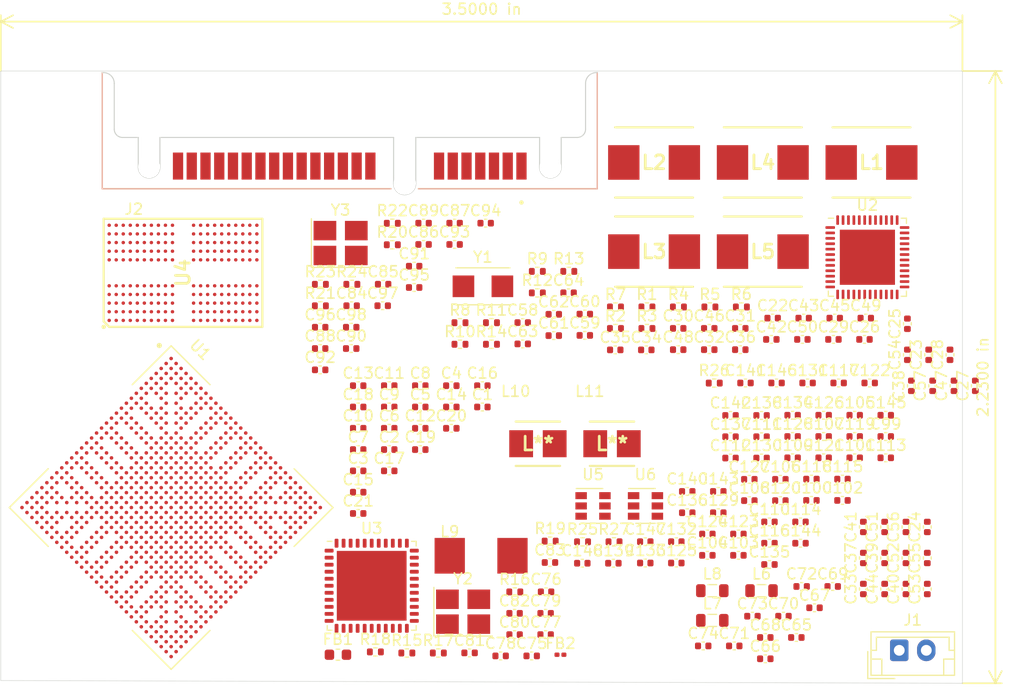
<source format=kicad_pcb>
(kicad_pcb (version 20171130) (host pcbnew "(5.1.10)-1")
  (layers (0 F.Cu signal) (31 B.Cu signal) (34 B.Paste user) (35 F.Paste user) (36 B.SilkS user) (37 F.SilkS user) (38 B.Mask user) (39 F.Mask user) (44 Edge.Cuts user))
  (net 0 "")
  (net 1 VDD_NPU)
  (net 2 GND)
  (net 3 VDD_GPU)
  (net 4 "Net-(C5-Pad2)")
  (net 5 "Net-(C6-Pad2)")
  (net 6 VDD_CPU)
  (net 7 VDD_LOGIC)
  (net 8 +3V3)
  (net 9 VCC_1V8)
  (net 10 VCC3V3_PMU)
  (net 11 VCC_DDR)
  (net 12 "Net-(C58-Pad1)")
  (net 13 "Net-(C59-Pad1)")
  (net 14 /RK890_IC_AUXILLARY/RESETn)
  (net 15 "Net-(C64-Pad2)")
  (net 16 "Net-(C65-Pad1)")
  (net 17 /RK809_CODEC/SPK_MINI_P)
  (net 18 /RK809_CODEC/SPK_MINI_N)
  (net 19 /AP6256_WIFI_BT/XTAL_IN)
  (net 20 /AP6256_WIFI_BT/XTAL_OUT)
  (net 21 "Net-(AE1-Pad1)")
  (net 22 /AP6256_WIFI_BT/ANT)
  (net 23 /AP6256_WIFI_BT/LPO)
  (net 24 VCCIO_W)
  (net 25 "Net-(C83-Pad1)")
  (net 26 "Net-(C84-Pad1)")
  (net 27 "Net-(C85-Pad1)")
  (net 28 /RESETn)
  (net 29 /RK3566_LPDDR3/LPDDR4_RESETn)
  (net 30 VCC0V6_DDR)
  (net 31 "Net-(C105-Pad1)")
  (net 32 VCC1V8_DDR)
  (net 33 "Net-(FB1-Pad2)")
  (net 34 /SATA1_RX+)
  (net 35 +5V)
  (net 36 +12V)
  (net 37 "Net-(L7-Pad1)")
  (net 38 "Net-(L9-Pad1)")
  (net 39 "Net-(L10-Pad1)")
  (net 40 "Net-(L11-Pad1)")
  (net 41 /RK809_IC_DCDC/FB3)
  (net 42 /PMIC_32KOUT_WIFI)
  (net 43 /RK890_IC_AUXILLARY/PMIC_EXT_EN)
  (net 44 "Net-(R16-Pad2)")
  (net 45 "Net-(R17-Pad2)")
  (net 46 "Net-(R18-Pad2)")
  (net 47 "Net-(R19-Pad2)")
  (net 48 "Net-(R23-Pad1)")
  (net 49 "Net-(R24-Pad1)")
  (net 50 "Net-(R26-Pad2)")
  (net 51 /RK3566_LPDDR3/LPDDR4_CLKN_A)
  (net 52 /RK3566_LPDDR3/LPDDR4_CLKP_B)
  (net 53 /RK3566_LPDDR3/LPDDR4_A0_B)
  (net 54 /RK3566_LPDDR3/LPDDR4_ODT0_CA_B)
  (net 55 /RK3566_LPDDR3/LPDDR4_DQS0N_B)
  (net 56 /RK3566_LPDDR3/LPDDR4_DQS0P_B)
  (net 57 /RK3566_LPDDR3/LPDDR4_DQ12_B)
  (net 58 /RK3566_LPDDR3/LPDDR4_DQS1P_B)
  (net 59 /RK3566_LPDDR3/LPDDR4_DQ9_B)
  (net 60 /RK3566_LPDDR3/LPDDR4_DQ10_B)
  (net 61 /I2S1_MCLK_M0_RK809)
  (net 62 /RK3566_LPDDR3/LPDDR4_CS0n_A)
  (net 63 /RK3566_LPDDR3/LPDDR4_CKE0_A)
  (net 64 /RK3566_LPDDR3/LPDDR4_CLKP_A)
  (net 65 /RK3566_LPDDR3/LPDDR4_CLKN_B)
  (net 66 /RK3566_LPDDR3/LPDDR4_A5_B)
  (net 67 /RK3566_LPDDR3/LPDDR4_A1_B)
  (net 68 /RK3566_LPDDR3/LPDDR4_DQ1_B)
  (net 69 /RK3566_LPDDR3/LPDDR4_DQ0_B)
  (net 70 /RK3566_LPDDR3/LPDDR4_DQ4_B)
  (net 71 /RK3566_LPDDR3/LPDDR4_DQ13_B)
  (net 72 /RK3566_LPDDR3/LPDDR4_DQ15_B)
  (net 73 /RK3566_LPDDR3/LPDDR4_DQS1N_B)
  (net 74 /RK3566_LPDDR3/LPDDR4_DQ8_B)
  (net 75 /RK3566_LPDDR3/LPDDR4_DQ11_B)
  (net 76 /RK3566_LPDDR3/LPDDR4_A1_A)
  (net 77 /RK3566_LPDDR3/LPDDR4_A0_A)
  (net 78 /RK3566_LPDDR3/LPDDR4_DQ3_A)
  (net 79 /RK3566_LPDDR3/LPDDR4_ODT0_CA_A)
  (net 80 /RK3566_LPDDR3/LPDDR4_DQ2_A)
  (net 81 /RK3566_LPDDR3/LPDDR4_DQ1_A)
  (net 82 /RK3566_LPDDR3/LPDDR4_DQ0_A)
  (net 83 /RK3566_LPDDR3/LPDDR4_DQS0N_A)
  (net 84 /RK3566_LPDDR3/LPDDR4_DQS0P_A)
  (net 85 /RK3566_LPDDR3/LPDDR4_DQ5_A)
  (net 86 /RK3566_LPDDR3/LPDDR4_DQ6_A)
  (net 87 /RK3566_LPDDR3/LPDDR4_DQ12_A)
  (net 88 /RK3566_LPDDR3/LPDDR4_DQ4_A)
  (net 89 /RK3566_LPDDR3/LPDDR4_DQS1P_A)
  (net 90 /RK3566_LPDDR3/LPDDR4_DQS1N_A)
  (net 91 /RK3566_LPDDR3/LPDDR4_DQ8_A)
  (net 92 /RK3566_LPDDR3/LPDDR4_DQ9_A)
  (net 93 /RK3566_LPDDR3/LPDDR4_DQ10_A)
  (net 94 /RK3566_LPDDR3/LPDDR4_DQ11_A)
  (net 95 /HOST_WAKE_BT_H_GPIO2_C1)
  (module Capacitor_SMD:C_0402_1005Metric (layer F.Cu) (at 57.219001 172.053001)
    (fp_text reference C1 (at 0 -1.16) (layer F.SilkS))
    (fp_text value 22uF)
    (pad 1 smd roundrect (at -0.48 0) (size 0.56 0.62) (layers F.Cu F.Paste F.Mask) (net 1 VDD_NPU))
    (pad 2 smd roundrect (at 0.48 0) (size 0.56 0.62) (layers F.Cu F.Paste F.Mask) (net 2 GND))
  )
  (module Capacitor_SMD:C_0402_1005Metric (layer F.Cu) (at 48.609001 175.993001)
    (fp_text reference C2 (at 0 -1.16) (layer F.SilkS))
    (fp_text value 22uF)
    (pad 2 smd roundrect (at 0.48 0) (size 0.56 0.62) (layers F.Cu F.Paste F.Mask) (net 2 GND))
    (pad 1 smd roundrect (at -0.48 0) (size 0.56 0.62) (layers F.Cu F.Paste F.Mask) (net 3 VDD_GPU))
  )
  (module Capacitor_SMD:C_0402_1005Metric (layer F.Cu) (at 45.739001 177.963001)
    (fp_text reference C3 (at 0 -1.16) (layer F.SilkS))
    (fp_text value 10uF)
    (pad 1 smd roundrect (at -0.48 0) (size 0.56 0.62) (layers F.Cu F.Paste F.Mask) (net 1 VDD_NPU))
    (pad 2 smd roundrect (at 0.48 0) (size 0.56 0.62) (layers F.Cu F.Paste F.Mask) (net 2 GND))
  )
  (module Capacitor_SMD:C_0402_1005Metric (layer F.Cu) (at 54.349001 170.083001)
    (fp_text reference C4 (at 0 -1.16) (layer F.SilkS))
    (fp_text value 10uF)
    (pad 1 smd roundrect (at -0.48 0) (size 0.56 0.62) (layers F.Cu F.Paste F.Mask) (net 3 VDD_GPU))
    (pad 2 smd roundrect (at 0.48 0) (size 0.56 0.62) (layers F.Cu F.Paste F.Mask) (net 2 GND))
  )
  (module Capacitor_SMD:C_0402_1005Metric (layer F.Cu) (at 51.479001 172.053001)
    (fp_text reference C5 (at 0 -1.16) (layer F.SilkS))
    (fp_text value 22uF)
    (pad 2 smd roundrect (at 0.48 0) (size 0.56 0.62) (layers F.Cu F.Paste F.Mask) (net 4 "Net-(C5-Pad2)"))
    (pad 1 smd roundrect (at -0.48 0) (size 0.56 0.62) (layers F.Cu F.Paste F.Mask) (net 1 VDD_NPU))
  )
  (module Capacitor_SMD:C_0402_1005Metric (layer F.Cu) (at 48.609001 174.023001)
    (fp_text reference C6 (at 0 -1.16) (layer F.SilkS))
    (fp_text value 22uF)
    (pad 2 smd roundrect (at 0.48 0) (size 0.56 0.62) (layers F.Cu F.Paste F.Mask) (net 5 "Net-(C6-Pad2)"))
    (pad 1 smd roundrect (at -0.48 0) (size 0.56 0.62) (layers F.Cu F.Paste F.Mask) (net 3 VDD_GPU))
  )
  (module Capacitor_SMD:C_0402_1005Metric (layer F.Cu) (at 45.739001 175.993001)
    (fp_text reference C7 (at 0 -1.16) (layer F.SilkS))
    (fp_text value 4.7uF)
    (pad 1 smd roundrect (at -0.48 0) (size 0.56 0.62) (layers F.Cu F.Paste F.Mask) (net 3 VDD_GPU))
    (pad 2 smd roundrect (at 0.48 0) (size 0.56 0.62) (layers F.Cu F.Paste F.Mask) (net 5 "Net-(C6-Pad2)"))
  )
  (module Capacitor_SMD:C_0402_1005Metric (layer F.Cu) (at 51.479001 170.083001)
    (fp_text reference C8 (at 0 -1.16) (layer F.SilkS))
    (fp_text value 100nF)
    (pad 1 smd roundrect (at -0.48 0) (size 0.56 0.62) (layers F.Cu F.Paste F.Mask) (net 1 VDD_NPU))
    (pad 2 smd roundrect (at 0.48 0) (size 0.56 0.62) (layers F.Cu F.Paste F.Mask) (net 4 "Net-(C5-Pad2)"))
  )
  (module Capacitor_SMD:C_0402_1005Metric (layer F.Cu) (at 48.609001 172.053001)
    (fp_text reference C9 (at 0 -1.16) (layer F.SilkS))
    (fp_text value 100nF)
    (pad 2 smd roundrect (at 0.48 0) (size 0.56 0.62) (layers F.Cu F.Paste F.Mask) (net 5 "Net-(C6-Pad2)"))
    (pad 1 smd roundrect (at -0.48 0) (size 0.56 0.62) (layers F.Cu F.Paste F.Mask) (net 3 VDD_GPU))
  )
  (module Capacitor_SMD:C_0402_1005Metric (layer F.Cu) (at 45.739001 174.023001)
    (fp_text reference C10 (at 0 -1.16) (layer F.SilkS))
    (fp_text value 4.7uF)
    (pad 2 smd roundrect (at 0.48 0) (size 0.56 0.62) (layers F.Cu F.Paste F.Mask) (net 2 GND))
    (pad 1 smd roundrect (at -0.48 0) (size 0.56 0.62) (layers F.Cu F.Paste F.Mask) (net 6 VDD_CPU))
  )
  (module Capacitor_SMD:C_0402_1005Metric (layer F.Cu) (at 48.609001 170.083001)
    (fp_text reference C11 (at 0 -1.16) (layer F.SilkS))
    (fp_text value 100nF)
    (pad 1 smd roundrect (at -0.48 0) (size 0.56 0.62) (layers F.Cu F.Paste F.Mask) (net 7 VDD_LOGIC))
    (pad 2 smd roundrect (at 0.48 0) (size 0.56 0.62) (layers F.Cu F.Paste F.Mask) (net 2 GND))
  )
  (module Capacitor_SMD:C_0402_1005Metric (layer F.Cu) (at 51.479001 174.023001)
    (fp_text reference C12 (at 0 -1.16) (layer F.SilkS))
    (fp_text value 4.7uF)
    (pad 2 smd roundrect (at 0.48 0) (size 0.56 0.62) (layers F.Cu F.Paste F.Mask) (net 2 GND))
    (pad 1 smd roundrect (at -0.48 0) (size 0.56 0.62) (layers F.Cu F.Paste F.Mask) (net 6 VDD_CPU))
  )
  (module Capacitor_SMD:C_0402_1005Metric (layer F.Cu) (at 45.739001 170.083001)
    (fp_text reference C13 (at 0 -1.16) (layer F.SilkS))
    (fp_text value 4.7uF)
    (pad 1 smd roundrect (at -0.48 0) (size 0.56 0.62) (layers F.Cu F.Paste F.Mask) (net 7 VDD_LOGIC))
    (pad 2 smd roundrect (at 0.48 0) (size 0.56 0.62) (layers F.Cu F.Paste F.Mask) (net 2 GND))
  )
  (module Capacitor_SMD:C_0402_1005Metric (layer F.Cu) (at 54.349001 172.053001)
    (fp_text reference C14 (at 0 -1.16) (layer F.SilkS))
    (fp_text value 4.7uF)
    (pad 1 smd roundrect (at -0.48 0) (size 0.56 0.62) (layers F.Cu F.Paste F.Mask) (net 7 VDD_LOGIC))
    (pad 2 smd roundrect (at 0.48 0) (size 0.56 0.62) (layers F.Cu F.Paste F.Mask) (net 2 GND))
  )
  (module Capacitor_SMD:C_0402_1005Metric (layer F.Cu) (at 45.739001 179.933001)
    (fp_text reference C15 (at 0 -1.16) (layer F.SilkS))
    (fp_text value 22uF)
    (pad 1 smd roundrect (at -0.48 0) (size 0.56 0.62) (layers F.Cu F.Paste F.Mask) (net 6 VDD_CPU))
    (pad 2 smd roundrect (at 0.48 0) (size 0.56 0.62) (layers F.Cu F.Paste F.Mask) (net 2 GND))
  )
  (module Capacitor_SMD:C_0402_1005Metric (layer F.Cu) (at 57.219001 170.083001)
    (fp_text reference C16 (at 0 -1.16) (layer F.SilkS))
    (fp_text value 4.7uF)
    (pad 1 smd roundrect (at -0.48 0) (size 0.56 0.62) (layers F.Cu F.Paste F.Mask) (net 7 VDD_LOGIC))
    (pad 2 smd roundrect (at 0.48 0) (size 0.56 0.62) (layers F.Cu F.Paste F.Mask) (net 2 GND))
  )
  (module Capacitor_SMD:C_0402_1005Metric (layer F.Cu) (at 48.609001 177.963001)
    (fp_text reference C17 (at 0 -1.16) (layer F.SilkS))
    (fp_text value 22uF)
    (pad 2 smd roundrect (at 0.48 0) (size 0.56 0.62) (layers F.Cu F.Paste F.Mask) (net 2 GND))
    (pad 1 smd roundrect (at -0.48 0) (size 0.56 0.62) (layers F.Cu F.Paste F.Mask) (net 6 VDD_CPU))
  )
  (module Capacitor_SMD:C_0402_1005Metric (layer F.Cu) (at 45.739001 172.053001)
    (fp_text reference C18 (at 0 -1.16) (layer F.SilkS))
    (fp_text value 22uF)
    (pad 2 smd roundrect (at 0.48 0) (size 0.56 0.62) (layers F.Cu F.Paste F.Mask) (net 2 GND))
    (pad 1 smd roundrect (at -0.48 0) (size 0.56 0.62) (layers F.Cu F.Paste F.Mask) (net 7 VDD_LOGIC))
  )
  (module Capacitor_SMD:C_0402_1005Metric (layer F.Cu) (at 51.479001 175.993001)
    (fp_text reference C19 (at 0 -1.16) (layer F.SilkS))
    (fp_text value 22uF)
    (pad 1 smd roundrect (at -0.48 0) (size 0.56 0.62) (layers F.Cu F.Paste F.Mask) (net 6 VDD_CPU))
    (pad 2 smd roundrect (at 0.48 0) (size 0.56 0.62) (layers F.Cu F.Paste F.Mask) (net 2 GND))
  )
  (module Capacitor_SMD:C_0402_1005Metric (layer F.Cu) (at 54.349001 174.023001)
    (fp_text reference C20 (at 0 -1.16) (layer F.SilkS))
    (fp_text value 10uF)
    (pad 1 smd roundrect (at -0.48 0) (size 0.56 0.62) (layers F.Cu F.Paste F.Mask) (net 7 VDD_LOGIC))
    (pad 2 smd roundrect (at 0.48 0) (size 0.56 0.62) (layers F.Cu F.Paste F.Mask) (net 2 GND))
  )
  (module Capacitor_SMD:C_0402_1005Metric (layer F.Cu) (at 45.739001 181.903001)
    (fp_text reference C21 (at 0 -1.16) (layer F.SilkS))
    (fp_text value 22uF)
    (pad 2 smd roundrect (at 0.48 0) (size 0.56 0.62) (layers F.Cu F.Paste F.Mask) (net 2 GND))
    (pad 1 smd roundrect (at -0.48 0) (size 0.56 0.62) (layers F.Cu F.Paste F.Mask) (net 7 VDD_LOGIC))
  )
  (module Capacitor_SMD:C_0402_1005Metric (layer F.Cu) (at 84.053001 163.829001)
    (fp_text reference C22 (at 0 -1.16) (layer F.SilkS))
    (fp_text value 1U)
    (pad 2 smd roundrect (at 0.48 0) (size 0.56 0.62) (layers F.Cu F.Paste F.Mask) (net 2 GND))
    (pad 1 smd roundrect (at -0.48 0) (size 0.56 0.62) (layers F.Cu F.Paste F.Mask) (net 8 +3V3))
  )
  (module Capacitor_SMD:C_0402_1005Metric (layer F.Cu) (at 98.481001 167.222999 90)
    (fp_text reference C23 (at 0 -1.16 90) (layer F.SilkS))
    (fp_text value 22uF)
    (pad 2 smd roundrect (at 0.48 0 90) (size 0.56 0.62) (layers F.Cu F.Paste F.Mask) (net 2 GND))
    (pad 1 smd roundrect (at -0.48 0 90) (size 0.56 0.62) (layers F.Cu F.Paste F.Mask) (net 3 VDD_GPU))
  )
  (module Capacitor_SMD:C_0402_1005Metric (layer F.Cu) (at 98.351001 183.150999 90)
    (fp_text reference C24 (at 0 -1.16 90) (layer F.SilkS))
    (fp_text value 22uF)
    (pad 2 smd roundrect (at 0.48 0 90) (size 0.56 0.62) (layers F.Cu F.Paste F.Mask) (net 2 GND))
    (pad 1 smd roundrect (at -0.48 0 90) (size 0.56 0.62) (layers F.Cu F.Paste F.Mask) (net 7 VDD_LOGIC))
  )
  (module Capacitor_SMD:C_0402_1005Metric (layer F.Cu) (at 96.511001 164.352999 90)
    (fp_text reference C25 (at 0 -1.16 90) (layer F.SilkS))
    (fp_text value 100n)
    (pad 1 smd roundrect (at -0.48 0 90) (size 0.56 0.62) (layers F.Cu F.Paste F.Mask) (net 3 VDD_GPU))
    (pad 2 smd roundrect (at 0.48 0 90) (size 0.56 0.62) (layers F.Cu F.Paste F.Mask) (net 3 VDD_GPU))
  )
  (module Capacitor_SMD:C_0402_1005Metric (layer F.Cu) (at 92.543001 165.799001)
    (fp_text reference C26 (at 0 -1.16) (layer F.SilkS))
    (fp_text value 100n)
    (pad 1 smd roundrect (at -0.48 0) (size 0.56 0.62) (layers F.Cu F.Paste F.Mask) (net 7 VDD_LOGIC))
    (pad 2 smd roundrect (at 0.48 0) (size 0.56 0.62) (layers F.Cu F.Paste F.Mask) (net 7 VDD_LOGIC))
  )
  (module Capacitor_SMD:C_0402_1005Metric (layer F.Cu) (at 102.791001 170.092999 90)
    (fp_text reference C27 (at 0 -1.16 90) (layer F.SilkS))
    (fp_text value 1U)
    (pad 1 smd roundrect (at -0.48 0 90) (size 0.56 0.62) (layers F.Cu F.Paste F.Mask) (net 8 +3V3))
    (pad 2 smd roundrect (at 0.48 0 90) (size 0.56 0.62) (layers F.Cu F.Paste F.Mask) (net 2 GND))
  )
  (module Capacitor_SMD:C_0402_1005Metric (layer F.Cu) (at 100.451001 167.222999 90)
    (fp_text reference C28 (at 0 -1.16 90) (layer F.SilkS))
    (fp_text value 1U)
    (pad 2 smd roundrect (at 0.48 0 90) (size 0.56 0.62) (layers F.Cu F.Paste F.Mask) (net 2 GND))
    (pad 1 smd roundrect (at -0.48 0 90) (size 0.56 0.62) (layers F.Cu F.Paste F.Mask) (net 8 +3V3))
  )
  (module Capacitor_SMD:C_0402_1005Metric (layer F.Cu) (at 89.673001 165.799001)
    (fp_text reference C29 (at 0 -1.16) (layer F.SilkS))
    (fp_text value 22uF)
    (pad 2 smd roundrect (at 0.48 0) (size 0.56 0.62) (layers F.Cu F.Paste F.Mask) (net 2 GND))
    (pad 1 smd roundrect (at -0.48 0) (size 0.56 0.62) (layers F.Cu F.Paste F.Mask) (net 3 VDD_GPU))
  )
  (module Capacitor_SMD:C_0402_1005Metric (layer F.Cu) (at 75.323001 164.779001)
    (fp_text reference C30 (at 0 -1.16) (layer F.SilkS))
    (fp_text value 22uF)
    (pad 2 smd roundrect (at 0.48 0) (size 0.56 0.62) (layers F.Cu F.Paste F.Mask) (net 2 GND))
    (pad 1 smd roundrect (at -0.48 0) (size 0.56 0.62) (layers F.Cu F.Paste F.Mask) (net 7 VDD_LOGIC))
  )
  (module Capacitor_SMD:C_0402_1005Metric (layer F.Cu) (at 81.063001 164.779001)
    (fp_text reference C31 (at 0 -1.16) (layer F.SilkS))
    (fp_text value 10uF)
    (pad 1 smd roundrect (at -0.48 0) (size 0.56 0.62) (layers F.Cu F.Paste F.Mask) (net 3 VDD_GPU))
    (pad 2 smd roundrect (at 0.48 0) (size 0.56 0.62) (layers F.Cu F.Paste F.Mask) (net 2 GND))
  )
  (module Capacitor_SMD:C_0402_1005Metric (layer F.Cu) (at 78.193001 166.749001)
    (fp_text reference C32 (at 0 -1.16) (layer F.SilkS))
    (fp_text value 10uF)
    (pad 1 smd roundrect (at -0.48 0) (size 0.56 0.62) (layers F.Cu F.Paste F.Mask) (net 7 VDD_LOGIC))
    (pad 2 smd roundrect (at 0.48 0) (size 0.56 0.62) (layers F.Cu F.Paste F.Mask) (net 2 GND))
  )
  (module Capacitor_SMD:C_0402_1005Metric (layer F.Cu) (at 92.441001 188.890999 90)
    (fp_text reference C33 (at 0 -1.16 90) (layer F.SilkS))
    (fp_text value 1U)
    (pad 1 smd roundrect (at -0.48 0 90) (size 0.56 0.62) (layers F.Cu F.Paste F.Mask) (net 8 +3V3))
    (pad 2 smd roundrect (at 0.48 0 90) (size 0.56 0.62) (layers F.Cu F.Paste F.Mask) (net 2 GND))
  )
  (module Capacitor_SMD:C_0402_1005Metric (layer F.Cu) (at 72.373001 166.769001)
    (fp_text reference C34 (at 0 -1.16) (layer F.SilkS))
    (fp_text value 1U)
    (pad 2 smd roundrect (at 0.48 0) (size 0.56 0.62) (layers F.Cu F.Paste F.Mask) (net 2 GND))
    (pad 1 smd roundrect (at -0.48 0) (size 0.56 0.62) (layers F.Cu F.Paste F.Mask) (net 8 +3V3))
  )
  (module Capacitor_SMD:C_0402_1005Metric (layer F.Cu) (at 69.503001 166.769001)
    (fp_text reference C35 (at 0 -1.16) (layer F.SilkS))
    (fp_text value 10uF)
    (pad 1 smd roundrect (at -0.48 0) (size 0.56 0.62) (layers F.Cu F.Paste F.Mask) (net 9 VCC_1V8))
    (pad 2 smd roundrect (at 0.48 0) (size 0.56 0.62) (layers F.Cu F.Paste F.Mask) (net 2 GND))
  )
  (module Capacitor_SMD:C_0402_1005Metric (layer F.Cu) (at 81.063001 166.749001)
    (fp_text reference C36 (at 0 -1.16) (layer F.SilkS))
    (fp_text value 22uF)
    (pad 2 smd roundrect (at 0.48 0) (size 0.56 0.62) (layers F.Cu F.Paste F.Mask) (net 2 GND))
    (pad 1 smd roundrect (at -0.48 0) (size 0.56 0.62) (layers F.Cu F.Paste F.Mask) (net 9 VCC_1V8))
  )
  (module Capacitor_SMD:C_0402_1005Metric (layer F.Cu) (at 92.441001 186.020999 90)
    (fp_text reference C37 (at 0 -1.16 90) (layer F.SilkS))
    (fp_text value 10u)
    (pad 2 smd roundrect (at 0.48 0 90) (size 0.56 0.62) (layers F.Cu F.Paste F.Mask) (net 2 GND))
    (pad 1 smd roundrect (at -0.48 0 90) (size 0.56 0.62) (layers F.Cu F.Paste F.Mask) (net 9 VCC_1V8))
  )
  (module Capacitor_SMD:C_0402_1005Metric (layer F.Cu) (at 96.881001 170.092999 90)
    (fp_text reference C38 (at 0 -1.16 90) (layer F.SilkS))
    (fp_text value 10uF)
    (pad 1 smd roundrect (at -0.48 0 90) (size 0.56 0.62) (layers F.Cu F.Paste F.Mask) (net 8 +3V3))
    (pad 2 smd roundrect (at 0.48 0 90) (size 0.56 0.62) (layers F.Cu F.Paste F.Mask) (net 2 GND))
  )
  (module Capacitor_SMD:C_0402_1005Metric (layer F.Cu) (at 94.411001 186.020999 90)
    (fp_text reference C39 (at 0 -1.16 90) (layer F.SilkS))
    (fp_text value 10uF)
    (pad 2 smd roundrect (at 0.48 0 90) (size 0.56 0.62) (layers F.Cu F.Paste F.Mask) (net 2 GND))
    (pad 1 smd roundrect (at -0.48 0 90) (size 0.56 0.62) (layers F.Cu F.Paste F.Mask) (net 8 +3V3))
  )
  (module Capacitor_SMD:C_0402_1005Metric (layer F.Cu) (at 96.381001 188.890999 90)
    (fp_text reference C40 (at 0 -1.16 90) (layer F.SilkS))
    (fp_text value 1U)
    (pad 2 smd roundrect (at 0.48 0 90) (size 0.56 0.62) (layers F.Cu F.Paste F.Mask) (net 2 GND))
    (pad 1 smd roundrect (at -0.48 0 90) (size 0.56 0.62) (layers F.Cu F.Paste F.Mask) (net 10 VCC3V3_PMU))
  )
  (module Capacitor_SMD:C_0402_1005Metric (layer F.Cu) (at 92.441001 183.150999 90)
    (fp_text reference C41 (at 0 -1.16 90) (layer F.SilkS))
    (fp_text value 1U)
    (pad 1 smd roundrect (at -0.48 0 90) (size 0.56 0.62) (layers F.Cu F.Paste F.Mask))
    (pad 2 smd roundrect (at 0.48 0 90) (size 0.56 0.62) (layers F.Cu F.Paste F.Mask) (net 2 GND))
  )
  (module Capacitor_SMD:C_0402_1005Metric (layer F.Cu) (at 83.933001 165.799001)
    (fp_text reference C42 (at 0 -1.16) (layer F.SilkS))
    (fp_text value 1U)
    (pad 1 smd roundrect (at -0.48 0) (size 0.56 0.62) (layers F.Cu F.Paste F.Mask))
    (pad 2 smd roundrect (at 0.48 0) (size 0.56 0.62) (layers F.Cu F.Paste F.Mask) (net 2 GND))
  )
  (module Capacitor_SMD:C_0402_1005Metric (layer F.Cu) (at 86.923001 163.829001)
    (fp_text reference C43 (at 0 -1.16) (layer F.SilkS))
    (fp_text value 1U)
    (pad 1 smd roundrect (at -0.48 0) (size 0.56 0.62) (layers F.Cu F.Paste F.Mask))
    (pad 2 smd roundrect (at 0.48 0) (size 0.56 0.62) (layers F.Cu F.Paste F.Mask) (net 2 GND))
  )
  (module Capacitor_SMD:C_0402_1005Metric (layer F.Cu) (at 94.411001 188.890999 90)
    (fp_text reference C44 (at 0 -1.16 90) (layer F.SilkS))
    (fp_text value 1U)
    (pad 2 smd roundrect (at 0.48 0 90) (size 0.56 0.62) (layers F.Cu F.Paste F.Mask) (net 2 GND))
    (pad 1 smd roundrect (at -0.48 0 90) (size 0.56 0.62) (layers F.Cu F.Paste F.Mask))
  )
  (module Capacitor_SMD:C_0402_1005Metric (layer F.Cu) (at 89.793001 163.829001)
    (fp_text reference C45 (at 0 -1.16) (layer F.SilkS))
    (fp_text value 10uF)
    (pad 2 smd roundrect (at 0.48 0) (size 0.56 0.62) (layers F.Cu F.Paste F.Mask) (net 2 GND))
    (pad 1 smd roundrect (at -0.48 0) (size 0.56 0.62) (layers F.Cu F.Paste F.Mask) (net 1 VDD_NPU))
  )
  (module Capacitor_SMD:C_0402_1005Metric (layer F.Cu) (at 78.193001 164.779001)
    (fp_text reference C46 (at 0 -1.16) (layer F.SilkS))
    (fp_text value 10uF)
    (pad 2 smd roundrect (at 0.48 0) (size 0.56 0.62) (layers F.Cu F.Paste F.Mask) (net 2 GND))
    (pad 1 smd roundrect (at -0.48 0) (size 0.56 0.62) (layers F.Cu F.Paste F.Mask) (net 11 VCC_DDR))
  )
  (module Capacitor_SMD:C_0402_1005Metric (layer F.Cu) (at 100.821001 170.092999 90)
    (fp_text reference C47 (at 0 -1.16 90) (layer F.SilkS))
    (fp_text value 1U)
    (pad 2 smd roundrect (at 0.48 0 90) (size 0.56 0.62) (layers F.Cu F.Paste F.Mask) (net 2 GND))
    (pad 1 smd roundrect (at -0.48 0 90) (size 0.56 0.62) (layers F.Cu F.Paste F.Mask))
  )
  (module Capacitor_SMD:C_0402_1005Metric (layer F.Cu) (at 75.323001 166.749001)
    (fp_text reference C48 (at 0 -1.16) (layer F.SilkS))
    (fp_text value 22uF)
    (pad 2 smd roundrect (at 0.48 0) (size 0.56 0.62) (layers F.Cu F.Paste F.Mask) (net 2 GND))
    (pad 1 smd roundrect (at -0.48 0) (size 0.56 0.62) (layers F.Cu F.Paste F.Mask) (net 1 VDD_NPU))
  )
  (module Capacitor_SMD:C_0402_1005Metric (layer F.Cu) (at 92.663001 163.829001)
    (fp_text reference C49 (at 0 -1.16) (layer F.SilkS))
    (fp_text value 22uF)
    (pad 1 smd roundrect (at -0.48 0) (size 0.56 0.62) (layers F.Cu F.Paste F.Mask) (net 11 VCC_DDR))
    (pad 2 smd roundrect (at 0.48 0) (size 0.56 0.62) (layers F.Cu F.Paste F.Mask) (net 2 GND))
  )
  (module Capacitor_SMD:C_0402_1005Metric (layer F.Cu) (at 86.803001 165.799001)
    (fp_text reference C50 (at 0 -1.16) (layer F.SilkS))
    (fp_text value 1U)
    (pad 1 smd roundrect (at -0.48 0) (size 0.56 0.62) (layers F.Cu F.Paste F.Mask))
    (pad 2 smd roundrect (at 0.48 0) (size 0.56 0.62) (layers F.Cu F.Paste F.Mask) (net 2 GND))
  )
  (module Capacitor_SMD:C_0402_1005Metric (layer F.Cu) (at 94.411001 183.150999 90)
    (fp_text reference C51 (at 0 -1.16 90) (layer F.SilkS))
    (fp_text value 4.7u)
    (pad 2 smd roundrect (at 0.48 0 90) (size 0.56 0.62) (layers F.Cu F.Paste F.Mask) (net 2 GND))
    (pad 1 smd roundrect (at -0.48 0 90) (size 0.56 0.62) (layers F.Cu F.Paste F.Mask))
  )
  (module Capacitor_SMD:C_0402_1005Metric (layer F.Cu) (at 96.381001 186.020999 90)
    (fp_text reference C52 (at 0 -1.16 90) (layer F.SilkS))
    (fp_text value 1U)
    (pad 2 smd roundrect (at 0.48 0 90) (size 0.56 0.62) (layers F.Cu F.Paste F.Mask) (net 2 GND))
    (pad 1 smd roundrect (at -0.48 0 90) (size 0.56 0.62) (layers F.Cu F.Paste F.Mask))
  )
  (module Capacitor_SMD:C_0402_1005Metric (layer F.Cu) (at 98.351001 188.890999 90)
    (fp_text reference C53 (at 0 -1.16 90) (layer F.SilkS))
    (fp_text value 100n)
    (pad 2 smd roundrect (at 0.48 0 90) (size 0.56 0.62) (layers F.Cu F.Paste F.Mask) (net 1 VDD_NPU))
    (pad 1 smd roundrect (at -0.48 0 90) (size 0.56 0.62) (layers F.Cu F.Paste F.Mask) (net 1 VDD_NPU))
  )
  (module Capacitor_SMD:C_0402_1005Metric (layer F.Cu) (at 96.511001 167.222999 90)
    (fp_text reference C54 (at 0 -1.16 90) (layer F.SilkS))
    (fp_text value 1U)
    (pad 1 smd roundrect (at -0.48 0 90) (size 0.56 0.62) (layers F.Cu F.Paste F.Mask))
    (pad 2 smd roundrect (at 0.48 0 90) (size 0.56 0.62) (layers F.Cu F.Paste F.Mask) (net 2 GND))
  )
  (module Capacitor_SMD:C_0402_1005Metric (layer F.Cu) (at 98.351001 186.020999 90)
    (fp_text reference C55 (at 0 -1.16 90) (layer F.SilkS))
    (fp_text value 10u)
    (pad 1 smd roundrect (at -0.48 0 90) (size 0.56 0.62) (layers F.Cu F.Paste F.Mask))
    (pad 2 smd roundrect (at 0.48 0 90) (size 0.56 0.62) (layers F.Cu F.Paste F.Mask) (net 2 GND))
  )
  (module Capacitor_SMD:C_0402_1005Metric (layer F.Cu) (at 96.381001 183.150999 90)
    (fp_text reference C56 (at 0 -1.16 90) (layer F.SilkS))
    (fp_text value 10u)
    (pad 1 smd roundrect (at -0.48 0 90) (size 0.56 0.62) (layers F.Cu F.Paste F.Mask) (net 1 VDD_NPU))
    (pad 2 smd roundrect (at 0.48 0 90) (size 0.56 0.62) (layers F.Cu F.Paste F.Mask) (net 2 GND))
  )
  (module Capacitor_SMD:C_0402_1005Metric (layer F.Cu) (at 98.851001 170.092999 90)
    (fp_text reference C57 (at 0 -1.16 90) (layer F.SilkS))
    (fp_text value 10u)
    (pad 1 smd roundrect (at -0.48 0 90) (size 0.56 0.62) (layers F.Cu F.Paste F.Mask) (net 11 VCC_DDR))
    (pad 2 smd roundrect (at 0.48 0 90) (size 0.56 0.62) (layers F.Cu F.Paste F.Mask) (net 2 GND))
  )
  (module Capacitor_SMD:C_0402_1005Metric (layer F.Cu) (at 60.949001 164.247001)
    (fp_text reference C58 (at 0 -1.16) (layer F.SilkS))
    (fp_text value 1uF)
    (pad 2 smd roundrect (at 0.48 0) (size 0.56 0.62) (layers F.Cu F.Paste F.Mask) (net 2 GND))
    (pad 1 smd roundrect (at -0.48 0) (size 0.56 0.62) (layers F.Cu F.Paste F.Mask) (net 12 "Net-(C58-Pad1)"))
  )
  (module Capacitor_SMD:C_0402_1005Metric (layer F.Cu) (at 66.689001 165.427001)
    (fp_text reference C59 (at 0 -1.16) (layer F.SilkS))
    (fp_text value 1uF)
    (pad 1 smd roundrect (at -0.48 0) (size 0.56 0.62) (layers F.Cu F.Paste F.Mask) (net 13 "Net-(C59-Pad1)"))
    (pad 2 smd roundrect (at 0.48 0) (size 0.56 0.62) (layers F.Cu F.Paste F.Mask) (net 2 GND))
  )
  (module Capacitor_SMD:C_0402_1005Metric (layer F.Cu) (at 66.689001 163.457001)
    (fp_text reference C60 (at 0 -1.16) (layer F.SilkS))
    (fp_text value 100n)
    (pad 2 smd roundrect (at 0.48 0) (size 0.56 0.62) (layers F.Cu F.Paste F.Mask) (net 14 /RK890_IC_AUXILLARY/RESETn))
    (pad 1 smd roundrect (at -0.48 0) (size 0.56 0.62) (layers F.Cu F.Paste F.Mask) (net 2 GND))
  )
  (module Capacitor_SMD:C_0402_1005Metric (layer F.Cu) (at 63.819001 165.447001)
    (fp_text reference C61 (at 0 -1.16) (layer F.SilkS))
    (fp_text value 1uF)
    (pad 1 smd roundrect (at -0.48 0) (size 0.56 0.62) (layers F.Cu F.Paste F.Mask))
    (pad 2 smd roundrect (at 0.48 0) (size 0.56 0.62) (layers F.Cu F.Paste F.Mask) (net 2 GND))
  )
  (module Capacitor_SMD:C_0402_1005Metric (layer F.Cu) (at 63.819001 163.477001)
    (fp_text reference C62 (at 0 -1.16) (layer F.SilkS))
    (fp_text value 1U)
    (pad 1 smd roundrect (at -0.48 0) (size 0.56 0.62) (layers F.Cu F.Paste F.Mask) (net 2 GND))
    (pad 2 smd roundrect (at 0.48 0) (size 0.56 0.62) (layers F.Cu F.Paste F.Mask) (net 8 +3V3))
  )
  (module Capacitor_SMD:C_0402_1005Metric (layer F.Cu) (at 60.949001 166.217001)
    (fp_text reference C63 (at 0 -1.16) (layer F.SilkS))
    (fp_text value 100n)
    (pad 2 smd roundrect (at 0.48 0) (size 0.56 0.62) (layers F.Cu F.Paste F.Mask))
    (pad 1 smd roundrect (at -0.48 0) (size 0.56 0.62) (layers F.Cu F.Paste F.Mask) (net 2 GND))
  )
  (module Capacitor_SMD:C_0402_1005Metric (layer F.Cu) (at 65.189001 161.487001)
    (fp_text reference C64 (at 0 -1.16) (layer F.SilkS))
    (fp_text value 100n)
    (pad 1 smd roundrect (at -0.48 0) (size 0.56 0.62) (layers F.Cu F.Paste F.Mask) (net 2 GND))
    (pad 2 smd roundrect (at 0.48 0) (size 0.56 0.62) (layers F.Cu F.Paste F.Mask) (net 15 "Net-(C64-Pad2)"))
  )
  (module Capacitor_SMD:C_0402_1005Metric (layer F.Cu) (at 86.245001 193.377001)
    (fp_text reference C65 (at 0 -1.16) (layer F.SilkS))
    (fp_text value 10u_10V)
    (pad 1 smd roundrect (at -0.48 0) (size 0.56 0.62) (layers F.Cu F.Paste F.Mask) (net 16 "Net-(C65-Pad1)"))
    (pad 2 smd roundrect (at 0.48 0) (size 0.56 0.62) (layers F.Cu F.Paste F.Mask) (net 2 GND))
  )
  (module Capacitor_SMD:C_0402_1005Metric (layer F.Cu) (at 83.375001 195.347001)
    (fp_text reference C66 (at 0 -1.16) (layer F.SilkS))
    (fp_text value 2.2u)
    (pad 2 smd roundrect (at 0.48 0) (size 0.56 0.62) (layers F.Cu F.Paste F.Mask))
    (pad 1 smd roundrect (at -0.48 0) (size 0.56 0.62) (layers F.Cu F.Paste F.Mask))
  )
  (module Capacitor_SMD:C_0402_1005Metric (layer F.Cu) (at 87.925001 190.627001)
    (fp_text reference C67 (at 0 -1.16) (layer F.SilkS))
    (fp_text value 1u)
    (pad 2 smd roundrect (at 0.48 0) (size 0.56 0.62) (layers F.Cu F.Paste F.Mask) (net 2 GND))
    (pad 1 smd roundrect (at -0.48 0) (size 0.56 0.62) (layers F.Cu F.Paste F.Mask))
  )
  (module Capacitor_SMD:C_0402_1005Metric (layer F.Cu) (at 83.375001 193.377001)
    (fp_text reference C68 (at 0 -1.16) (layer F.SilkS))
    (fp_text value 2.2u)
    (pad 1 smd roundrect (at -0.48 0) (size 0.56 0.62) (layers F.Cu F.Paste F.Mask))
    (pad 2 smd roundrect (at 0.48 0) (size 0.56 0.62) (layers F.Cu F.Paste F.Mask) (net 2 GND))
  )
  (module Capacitor_SMD:C_0402_1005Metric (layer F.Cu) (at 89.605001 188.657001)
    (fp_text reference C69 (at 0 -1.16) (layer F.SilkS))
    (fp_text value 1u)
    (pad 1 smd roundrect (at -0.48 0) (size 0.56 0.62) (layers F.Cu F.Paste F.Mask))
    (pad 2 smd roundrect (at 0.48 0) (size 0.56 0.62) (layers F.Cu F.Paste F.Mask) (net 2 GND))
  )
  (module Capacitor_SMD:C_0402_1005Metric (layer F.Cu) (at 85.055001 191.407001)
    (fp_text reference C70 (at 0 -1.16) (layer F.SilkS))
    (fp_text value 1u)
    (pad 1 smd roundrect (at -0.48 0) (size 0.56 0.62) (layers F.Cu F.Paste F.Mask))
    (pad 2 smd roundrect (at 0.48 0) (size 0.56 0.62) (layers F.Cu F.Paste F.Mask) (net 2 GND))
  )
  (module Capacitor_SMD:C_0402_1005Metric (layer F.Cu) (at 80.505001 194.157001)
    (fp_text reference C71 (at 0 -1.16) (layer F.SilkS))
    (fp_text value 100n)
    (pad 2 smd roundrect (at 0.48 0) (size 0.56 0.62) (layers F.Cu F.Paste F.Mask))
    (pad 1 smd roundrect (at -0.48 0) (size 0.56 0.62) (layers F.Cu F.Paste F.Mask))
  )
  (module Capacitor_SMD:C_0402_1005Metric (layer F.Cu) (at 86.735001 188.657001)
    (fp_text reference C72 (at 0 -1.16) (layer F.SilkS))
    (fp_text value 100n)
    (pad 1 smd roundrect (at -0.48 0) (size 0.56 0.62) (layers F.Cu F.Paste F.Mask))
    (pad 2 smd roundrect (at 0.48 0) (size 0.56 0.62) (layers F.Cu F.Paste F.Mask))
  )
  (module Capacitor_SMD:C_0402_1005Metric (layer F.Cu) (at 82.185001 191.407001)
    (fp_text reference C73 (at 0 -1.16) (layer F.SilkS))
    (fp_text value 1n)
    (pad 2 smd roundrect (at 0.48 0) (size 0.56 0.62) (layers F.Cu F.Paste F.Mask) (net 2 GND))
    (pad 1 smd roundrect (at -0.48 0) (size 0.56 0.62) (layers F.Cu F.Paste F.Mask) (net 17 /RK809_CODEC/SPK_MINI_P))
  )
  (module Capacitor_SMD:C_0402_1005Metric (layer F.Cu) (at 77.635001 194.157001)
    (fp_text reference C74 (at 0 -1.16) (layer F.SilkS))
    (fp_text value 1n)
    (pad 1 smd roundrect (at -0.48 0) (size 0.56 0.62) (layers F.Cu F.Paste F.Mask) (net 18 /RK809_CODEC/SPK_MINI_N))
    (pad 2 smd roundrect (at 0.48 0) (size 0.56 0.62) (layers F.Cu F.Paste F.Mask) (net 2 GND))
  )
  (module Capacitor_SMD:C_0402_1005Metric (layer F.Cu) (at 61.777001 195.081001)
    (fp_text reference C75 (at 0 -1.16) (layer F.SilkS))
    (fp_text value 12pF)
    (pad 2 smd roundrect (at 0.48 0) (size 0.56 0.62) (layers F.Cu F.Paste F.Mask) (net 2 GND))
    (pad 1 smd roundrect (at -0.48 0) (size 0.56 0.62) (layers F.Cu F.Paste F.Mask) (net 19 /AP6256_WIFI_BT/XTAL_IN))
  )
  (module Capacitor_SMD:C_0402_1005Metric (layer F.Cu) (at 63.107001 189.151001)
    (fp_text reference C76 (at 0 -1.16) (layer F.SilkS))
    (fp_text value 12pF)
    (pad 1 smd roundrect (at -0.48 0) (size 0.56 0.62) (layers F.Cu F.Paste F.Mask) (net 20 /AP6256_WIFI_BT/XTAL_OUT))
    (pad 2 smd roundrect (at 0.48 0) (size 0.56 0.62) (layers F.Cu F.Paste F.Mask) (net 2 GND))
  )
  (module Capacitor_SMD:C_0402_1005Metric (layer F.Cu) (at 63.067001 193.111001)
    (fp_text reference C77 (at 0 -1.16) (layer F.SilkS))
    (fp_text value 9pF)
    (pad 2 smd roundrect (at 0.48 0) (size 0.56 0.62) (layers F.Cu F.Paste F.Mask) (net 21 "Net-(AE1-Pad1)"))
    (pad 1 smd roundrect (at -0.48 0) (size 0.56 0.62) (layers F.Cu F.Paste F.Mask) (net 22 /AP6256_WIFI_BT/ANT))
  )
  (module Capacitor_SMD:C_0402_1005Metric (layer F.Cu) (at 58.907001 195.081001)
    (fp_text reference C78 (at 0 -1.16) (layer F.SilkS))
    (fp_text value 100n)
    (pad 1 smd roundrect (at -0.48 0) (size 0.56 0.62) (layers F.Cu F.Paste F.Mask) (net 23 /AP6256_WIFI_BT/LPO))
    (pad 2 smd roundrect (at 0.48 0) (size 0.56 0.62) (layers F.Cu F.Paste F.Mask) (net 2 GND))
  )
  (module Capacitor_SMD:C_0402_1005Metric (layer F.Cu) (at 63.067001 191.141001)
    (fp_text reference C79 (at 0 -1.16) (layer F.SilkS))
    (fp_text value 10uF)
    (pad 2 smd roundrect (at 0.48 0) (size 0.56 0.62) (layers F.Cu F.Paste F.Mask) (net 2 GND))
    (pad 1 smd roundrect (at -0.48 0) (size 0.56 0.62) (layers F.Cu F.Paste F.Mask) (net 8 +3V3))
  )
  (module Capacitor_SMD:C_0402_1005Metric (layer F.Cu) (at 60.197001 193.111001)
    (fp_text reference C80 (at 0 -1.16) (layer F.SilkS))
    (fp_text value 100nF)
    (pad 2 smd roundrect (at 0.48 0) (size 0.56 0.62) (layers F.Cu F.Paste F.Mask) (net 2 GND))
    (pad 1 smd roundrect (at -0.48 0) (size 0.56 0.62) (layers F.Cu F.Paste F.Mask) (net 8 +3V3))
  )
  (module Capacitor_SMD:C_0402_1005Metric (layer F.Cu) (at 56.037001 194.801001)
    (fp_text reference C81 (at 0 -1.16) (layer F.SilkS))
    (fp_text value 10uF)
    (pad 1 smd roundrect (at -0.48 0) (size 0.56 0.62) (layers F.Cu F.Paste F.Mask) (net 24 VCCIO_W))
    (pad 2 smd roundrect (at 0.48 0) (size 0.56 0.62) (layers F.Cu F.Paste F.Mask) (net 2 GND))
  )
  (module Capacitor_SMD:C_0402_1005Metric (layer F.Cu) (at 60.197001 191.141001)
    (fp_text reference C82 (at 0 -1.16) (layer F.SilkS))
    (fp_text value 100nF)
    (pad 2 smd roundrect (at 0.48 0) (size 0.56 0.62) (layers F.Cu F.Paste F.Mask) (net 2 GND))
    (pad 1 smd roundrect (at -0.48 0) (size 0.56 0.62) (layers F.Cu F.Paste F.Mask) (net 24 VCCIO_W))
  )
  (module Capacitor_SMD:C_0402_1005Metric (layer F.Cu) (at 63.467001 186.441001)
    (fp_text reference C83 (at 0 -1.16) (layer F.SilkS))
    (fp_text value 4.7uF)
    (pad 2 smd roundrect (at 0.48 0) (size 0.56 0.62) (layers F.Cu F.Paste F.Mask) (net 2 GND))
    (pad 1 smd roundrect (at -0.48 0) (size 0.56 0.62) (layers F.Cu F.Paste F.Mask) (net 25 "Net-(C83-Pad1)"))
  )
  (module Capacitor_SMD:C_0402_1005Metric (layer F.Cu) (at 45.133001 162.685001)
    (fp_text reference C84 (at 0 -1.16) (layer F.SilkS))
    (fp_text value 18pF)
    (pad 1 smd roundrect (at -0.48 0) (size 0.56 0.62) (layers F.Cu F.Paste F.Mask) (net 26 "Net-(C84-Pad1)"))
    (pad 2 smd roundrect (at 0.48 0) (size 0.56 0.62) (layers F.Cu F.Paste F.Mask) (net 2 GND))
  )
  (module Capacitor_SMD:C_0402_1005Metric (layer F.Cu) (at 48.043001 160.695001)
    (fp_text reference C85 (at 0 -1.16) (layer F.SilkS))
    (fp_text value 18pF)
    (pad 2 smd roundrect (at 0.48 0) (size 0.56 0.62) (layers F.Cu F.Paste F.Mask) (net 2 GND))
    (pad 1 smd roundrect (at -0.48 0) (size 0.56 0.62) (layers F.Cu F.Paste F.Mask) (net 27 "Net-(C85-Pad1)"))
  )
  (module Capacitor_SMD:C_0402_1005Metric (layer F.Cu) (at 51.783001 157.015001)
    (fp_text reference C86 (at 0 -1.16) (layer F.SilkS))
    (fp_text value 100nF)
    (pad 1 smd roundrect (at -0.48 0) (size 0.56 0.62) (layers F.Cu F.Paste F.Mask) (net 28 /RESETn))
    (pad 2 smd roundrect (at 0.48 0) (size 0.56 0.62) (layers F.Cu F.Paste F.Mask) (net 2 GND))
  )
  (module Capacitor_SMD:C_0402_1005Metric (layer F.Cu) (at 54.653001 155.045001)
    (fp_text reference C87 (at 0 -1.16) (layer F.SilkS))
    (fp_text value 100n)
    (pad 2 smd roundrect (at 0.48 0) (size 0.56 0.62) (layers F.Cu F.Paste F.Mask) (net 2 GND))
    (pad 1 smd roundrect (at -0.48 0) (size 0.56 0.62) (layers F.Cu F.Paste F.Mask) (net 11 VCC_DDR))
  )
  (module Capacitor_SMD:C_0402_1005Metric (layer F.Cu) (at 42.223001 166.645001)
    (fp_text reference C88 (at 0 -1.16) (layer F.SilkS))
    (fp_text value 100n)
    (pad 1 smd roundrect (at -0.48 0) (size 0.56 0.62) (layers F.Cu F.Paste F.Mask) (net 11 VCC_DDR))
    (pad 2 smd roundrect (at 0.48 0) (size 0.56 0.62) (layers F.Cu F.Paste F.Mask) (net 2 GND))
  )
  (module Capacitor_SMD:C_0402_1005Metric (layer F.Cu) (at 51.783001 155.045001)
    (fp_text reference C89 (at 0 -1.16) (layer F.SilkS))
    (fp_text value 100n)
    (pad 2 smd roundrect (at 0.48 0) (size 0.56 0.62) (layers F.Cu F.Paste F.Mask) (net 2 GND))
    (pad 1 smd roundrect (at -0.48 0) (size 0.56 0.62) (layers F.Cu F.Paste F.Mask) (net 11 VCC_DDR))
  )
  (module Capacitor_SMD:C_0402_1005Metric (layer F.Cu) (at 45.093001 166.645001)
    (fp_text reference C90 (at 0 -1.16) (layer F.SilkS))
    (fp_text value 100n)
    (pad 2 smd roundrect (at 0.48 0) (size 0.56 0.62) (layers F.Cu F.Paste F.Mask) (net 2 GND))
    (pad 1 smd roundrect (at -0.48 0) (size 0.56 0.62) (layers F.Cu F.Paste F.Mask) (net 11 VCC_DDR))
  )
  (module Capacitor_SMD:C_0402_1005Metric (layer F.Cu) (at 50.913001 159.025001)
    (fp_text reference C91 (at 0 -1.16) (layer F.SilkS))
    (fp_text value 100n)
    (pad 2 smd roundrect (at 0.48 0) (size 0.56 0.62) (layers F.Cu F.Paste F.Mask) (net 2 GND))
    (pad 1 smd roundrect (at -0.48 0) (size 0.56 0.62) (layers F.Cu F.Paste F.Mask) (net 11 VCC_DDR))
  )
  (module Capacitor_SMD:C_0402_1005Metric (layer F.Cu) (at 42.223001 168.615001)
    (fp_text reference C92 (at 0 -1.16) (layer F.SilkS))
    (fp_text value 100n)
    (pad 1 smd roundrect (at -0.48 0) (size 0.56 0.62) (layers F.Cu F.Paste F.Mask) (net 11 VCC_DDR))
    (pad 2 smd roundrect (at 0.48 0) (size 0.56 0.62) (layers F.Cu F.Paste F.Mask) (net 2 GND))
  )
  (module Capacitor_SMD:C_0402_1005Metric (layer F.Cu) (at 54.653001 157.015001)
    (fp_text reference C93 (at 0 -1.16) (layer F.SilkS))
    (fp_text value 100nF)
    (pad 2 smd roundrect (at 0.48 0) (size 0.56 0.62) (layers F.Cu F.Paste F.Mask) (net 2 GND))
    (pad 1 smd roundrect (at -0.48 0) (size 0.56 0.62) (layers F.Cu F.Paste F.Mask) (net 10 VCC3V3_PMU))
  )
  (module Capacitor_SMD:C_0402_1005Metric (layer F.Cu) (at 57.523001 155.045001)
    (fp_text reference C94 (at 0 -1.16) (layer F.SilkS))
    (fp_text value 4.7uF)
    (pad 1 smd roundrect (at -0.48 0) (size 0.56 0.62) (layers F.Cu F.Paste F.Mask) (net 11 VCC_DDR))
    (pad 2 smd roundrect (at 0.48 0) (size 0.56 0.62) (layers F.Cu F.Paste F.Mask) (net 2 GND))
  )
  (module Capacitor_SMD:C_0402_1005Metric (layer F.Cu) (at 50.913001 160.995001)
    (fp_text reference C95 (at 0 -1.16) (layer F.SilkS))
    (fp_text value 4.7uF)
    (pad 2 smd roundrect (at 0.48 0) (size 0.56 0.62) (layers F.Cu F.Paste F.Mask) (net 2 GND))
    (pad 1 smd roundrect (at -0.48 0) (size 0.56 0.62) (layers F.Cu F.Paste F.Mask) (net 11 VCC_DDR))
  )
  (module Capacitor_SMD:C_0402_1005Metric (layer F.Cu) (at 42.223001 164.675001)
    (fp_text reference C96 (at 0 -1.16) (layer F.SilkS))
    (fp_text value 10uF)
    (pad 1 smd roundrect (at -0.48 0) (size 0.56 0.62) (layers F.Cu F.Paste F.Mask) (net 11 VCC_DDR))
    (pad 2 smd roundrect (at 0.48 0) (size 0.56 0.62) (layers F.Cu F.Paste F.Mask) (net 2 GND))
  )
  (module Capacitor_SMD:C_0402_1005Metric (layer F.Cu) (at 48.003001 162.685001)
    (fp_text reference C97 (at 0 -1.16) (layer F.SilkS))
    (fp_text value 4.7uF)
    (pad 1 smd roundrect (at -0.48 0) (size 0.56 0.62) (layers F.Cu F.Paste F.Mask) (net 11 VCC_DDR))
    (pad 2 smd roundrect (at 0.48 0) (size 0.56 0.62) (layers F.Cu F.Paste F.Mask) (net 2 GND))
  )
  (module Capacitor_SMD:C_0402_1005Metric (layer F.Cu) (at 45.093001 164.675001)
    (fp_text reference C98 (at 0 -1.16) (layer F.SilkS))
    (fp_text value 1nF)
    (pad 1 smd roundrect (at -0.48 0) (size 0.56 0.62) (layers F.Cu F.Paste F.Mask) (net 29 /RK3566_LPDDR3/LPDDR4_RESETn))
    (pad 2 smd roundrect (at 0.48 0) (size 0.56 0.62) (layers F.Cu F.Paste F.Mask) (net 2 GND))
  )
  (module Capacitor_SMD:C_0402_1005Metric (layer F.Cu) (at 94.509001 174.785001)
    (fp_text reference C99 (at 0 -1.16) (layer F.SilkS))
    (fp_text value 22uF)
    (pad 1 smd roundrect (at -0.48 0) (size 0.56 0.62) (layers F.Cu F.Paste F.Mask) (net 30 VCC0V6_DDR))
    (pad 2 smd roundrect (at 0.48 0) (size 0.56 0.62) (layers F.Cu F.Paste F.Mask) (net 2 GND))
  )
  (module Capacitor_SMD:C_0402_1005Metric (layer F.Cu) (at 87.639001 180.695001)
    (fp_text reference C100 (at 0 -1.16) (layer F.SilkS))
    (fp_text value 10uF)
    (pad 1 smd roundrect (at -0.48 0) (size 0.56 0.62) (layers F.Cu F.Paste F.Mask) (net 30 VCC0V6_DDR))
    (pad 2 smd roundrect (at 0.48 0) (size 0.56 0.62) (layers F.Cu F.Paste F.Mask) (net 2 GND))
  )
  (module Capacitor_SMD:C_0402_1005Metric (layer F.Cu) (at 91.639001 176.755001)
    (fp_text reference C101 (at 0 -1.16) (layer F.SilkS))
    (fp_text value 22uF)
    (pad 2 smd roundrect (at 0.48 0) (size 0.56 0.62) (layers F.Cu F.Paste F.Mask) (net 2 GND))
    (pad 1 smd roundrect (at -0.48 0) (size 0.56 0.62) (layers F.Cu F.Paste F.Mask) (net 11 VCC_DDR))
  )
  (module Capacitor_SMD:C_0402_1005Metric (layer F.Cu) (at 90.509001 180.695001)
    (fp_text reference C102 (at 0 -1.16) (layer F.SilkS))
    (fp_text value 10uF)
    (pad 2 smd roundrect (at 0.48 0) (size 0.56 0.62) (layers F.Cu F.Paste F.Mask) (net 2 GND))
    (pad 1 smd roundrect (at -0.48 0) (size 0.56 0.62) (layers F.Cu F.Paste F.Mask) (net 30 VCC0V6_DDR))
  )
  (module Capacitor_SMD:C_0402_1005Metric (layer F.Cu) (at 80.889001 185.775001)
    (fp_text reference C103 (at 0 -1.16) (layer F.SilkS))
    (fp_text value 1uF)
    (pad 1 smd roundrect (at -0.48 0) (size 0.56 0.62) (layers F.Cu F.Paste F.Mask))
    (pad 2 smd roundrect (at 0.48 0) (size 0.56 0.62) (layers F.Cu F.Paste F.Mask))
  )
  (module Capacitor_SMD:C_0402_1005Metric (layer F.Cu) (at 78.019001 185.775001)
    (fp_text reference C104 (at 0 -1.16) (layer F.SilkS))
    (fp_text value 10uF)
    (pad 2 smd roundrect (at 0.48 0) (size 0.56 0.62) (layers F.Cu F.Paste F.Mask) (net 2 GND))
    (pad 1 smd roundrect (at -0.48 0) (size 0.56 0.62) (layers F.Cu F.Paste F.Mask) (net 11 VCC_DDR))
  )
  (module Capacitor_SMD:C_0402_1005Metric (layer F.Cu) (at 91.639001 172.815001)
    (fp_text reference C105 (at 0 -1.16) (layer F.SilkS))
    (fp_text value 100nF)
    (pad 1 smd roundrect (at -0.48 0) (size 0.56 0.62) (layers F.Cu F.Paste F.Mask) (net 31 "Net-(C105-Pad1)"))
    (pad 2 smd roundrect (at 0.48 0) (size 0.56 0.62) (layers F.Cu F.Paste F.Mask) (net 2 GND))
  )
  (module Capacitor_SMD:C_0402_1005Metric (layer F.Cu) (at 84.769001 178.745001)
    (fp_text reference C106 (at 0 -1.16) (layer F.SilkS))
    (fp_text value 100nF)
    (pad 2 smd roundrect (at 0.48 0) (size 0.56 0.62) (layers F.Cu F.Paste F.Mask))
    (pad 1 smd roundrect (at -0.48 0) (size 0.56 0.62) (layers F.Cu F.Paste F.Mask))
  )
  (module Capacitor_SMD:C_0402_1005Metric (layer F.Cu) (at 88.769001 174.785001)
    (fp_text reference C107 (at 0 -1.16) (layer F.SilkS))
    (fp_text value 4.7uF)
    (pad 1 smd roundrect (at -0.48 0) (size 0.56 0.62) (layers F.Cu F.Paste F.Mask) (net 8 +3V3))
    (pad 2 smd roundrect (at 0.48 0) (size 0.56 0.62) (layers F.Cu F.Paste F.Mask) (net 2 GND))
  )
  (module Capacitor_SMD:C_0402_1005Metric (layer F.Cu) (at 81.899001 180.715001)
    (fp_text reference C108 (at 0 -1.16) (layer F.SilkS))
    (fp_text value 1uF)
    (pad 1 smd roundrect (at -0.48 0) (size 0.56 0.62) (layers F.Cu F.Paste F.Mask) (net 30 VCC0V6_DDR))
    (pad 2 smd roundrect (at 0.48 0) (size 0.56 0.62) (layers F.Cu F.Paste F.Mask) (net 2 GND))
  )
  (module Capacitor_SMD:C_0402_1005Metric (layer F.Cu) (at 85.899001 176.755001)
    (fp_text reference C109 (at 0 -1.16) (layer F.SilkS))
    (fp_text value 10uF)
    (pad 1 smd roundrect (at -0.48 0) (size 0.56 0.62) (layers F.Cu F.Paste F.Mask) (net 11 VCC_DDR))
    (pad 2 smd roundrect (at 0.48 0) (size 0.56 0.62) (layers F.Cu F.Paste F.Mask) (net 2 GND))
  )
  (module Capacitor_SMD:C_0402_1005Metric (layer F.Cu) (at 83.759001 182.685001)
    (fp_text reference C110 (at 0 -1.16) (layer F.SilkS))
    (fp_text value 100nF)
    (pad 2 smd roundrect (at 0.48 0) (size 0.56 0.62) (layers F.Cu F.Paste F.Mask) (net 2 GND))
    (pad 1 smd roundrect (at -0.48 0) (size 0.56 0.62) (layers F.Cu F.Paste F.Mask) (net 30 VCC0V6_DDR))
  )
  (module Capacitor_SMD:C_0402_1005Metric (layer F.Cu) (at 83.029001 174.805001)
    (fp_text reference C111 (at 0 -1.16) (layer F.SilkS))
    (fp_text value 1uF)
    (pad 2 smd roundrect (at 0.48 0) (size 0.56 0.62) (layers F.Cu F.Paste F.Mask) (net 2 GND))
    (pad 1 smd roundrect (at -0.48 0) (size 0.56 0.62) (layers F.Cu F.Paste F.Mask) (net 11 VCC_DDR))
  )
  (module Capacitor_SMD:C_0402_1005Metric (layer F.Cu) (at 80.159001 176.775001)
    (fp_text reference C112 (at 0 -1.16) (layer F.SilkS))
    (fp_text value 100nF)
    (pad 1 smd roundrect (at -0.48 0) (size 0.56 0.62) (layers F.Cu F.Paste F.Mask) (net 30 VCC0V6_DDR))
    (pad 2 smd roundrect (at 0.48 0) (size 0.56 0.62) (layers F.Cu F.Paste F.Mask) (net 2 GND))
  )
  (module Capacitor_SMD:C_0402_1005Metric (layer F.Cu) (at 94.509001 176.755001)
    (fp_text reference C113 (at 0 -1.16) (layer F.SilkS))
    (fp_text value 100nF)
    (pad 1 smd roundrect (at -0.48 0) (size 0.56 0.62) (layers F.Cu F.Paste F.Mask) (net 11 VCC_DDR))
    (pad 2 smd roundrect (at 0.48 0) (size 0.56 0.62) (layers F.Cu F.Paste F.Mask) (net 2 GND))
  )
  (module Capacitor_SMD:C_0402_1005Metric (layer F.Cu) (at 86.629001 182.685001)
    (fp_text reference C114 (at 0 -1.16) (layer F.SilkS))
    (fp_text value 100nF)
    (pad 2 smd roundrect (at 0.48 0) (size 0.56 0.62) (layers F.Cu F.Paste F.Mask) (net 2 GND))
    (pad 1 smd roundrect (at -0.48 0) (size 0.56 0.62) (layers F.Cu F.Paste F.Mask) (net 30 VCC0V6_DDR))
  )
  (module Capacitor_SMD:C_0402_1005Metric (layer F.Cu) (at 90.509001 178.725001)
    (fp_text reference C115 (at 0 -1.16) (layer F.SilkS))
    (fp_text value 100nF)
    (pad 2 smd roundrect (at 0.48 0) (size 0.56 0.62) (layers F.Cu F.Paste F.Mask) (net 2 GND))
    (pad 1 smd roundrect (at -0.48 0) (size 0.56 0.62) (layers F.Cu F.Paste F.Mask) (net 11 VCC_DDR))
  )
  (module Capacitor_SMD:C_0402_1005Metric (layer F.Cu) (at 83.759001 184.655001)
    (fp_text reference C116 (at 0 -1.16) (layer F.SilkS))
    (fp_text value 100nF)
    (pad 2 smd roundrect (at 0.48 0) (size 0.56 0.62) (layers F.Cu F.Paste F.Mask) (net 2 GND))
    (pad 1 smd roundrect (at -0.48 0) (size 0.56 0.62) (layers F.Cu F.Paste F.Mask) (net 30 VCC0V6_DDR))
  )
  (module Capacitor_SMD:C_0402_1005Metric (layer F.Cu) (at 90.155001 169.829001)
    (fp_text reference C117 (at 0 -1.16) (layer F.SilkS))
    (fp_text value 100nF)
    (pad 1 smd roundrect (at -0.48 0) (size 0.56 0.62) (layers F.Cu F.Paste F.Mask) (net 11 VCC_DDR))
    (pad 2 smd roundrect (at 0.48 0) (size 0.56 0.62) (layers F.Cu F.Paste F.Mask) (net 2 GND))
  )
  (module Capacitor_SMD:C_0402_1005Metric (layer F.Cu) (at 87.639001 178.725001)
    (fp_text reference C118 (at 0 -1.16) (layer F.SilkS))
    (fp_text value 100nF)
    (pad 1 smd roundrect (at -0.48 0) (size 0.56 0.62) (layers F.Cu F.Paste F.Mask) (net 30 VCC0V6_DDR))
    (pad 2 smd roundrect (at 0.48 0) (size 0.56 0.62) (layers F.Cu F.Paste F.Mask) (net 2 GND))
  )
  (module Capacitor_SMD:C_0402_1005Metric (layer F.Cu) (at 91.639001 174.785001)
    (fp_text reference C119 (at 0 -1.16) (layer F.SilkS))
    (fp_text value 100nF)
    (pad 1 smd roundrect (at -0.48 0) (size 0.56 0.62) (layers F.Cu F.Paste F.Mask) (net 11 VCC_DDR))
    (pad 2 smd roundrect (at 0.48 0) (size 0.56 0.62) (layers F.Cu F.Paste F.Mask) (net 2 GND))
  )
  (module Capacitor_SMD:C_0402_1005Metric (layer F.Cu) (at 84.769001 180.715001)
    (fp_text reference C120 (at 0 -1.16) (layer F.SilkS))
    (fp_text value 100nF)
    (pad 2 smd roundrect (at 0.48 0) (size 0.56 0.62) (layers F.Cu F.Paste F.Mask) (net 2 GND))
    (pad 1 smd roundrect (at -0.48 0) (size 0.56 0.62) (layers F.Cu F.Paste F.Mask) (net 30 VCC0V6_DDR))
  )
  (module Capacitor_SMD:C_0402_1005Metric (layer F.Cu) (at 88.769001 176.755001)
    (fp_text reference C121 (at 0 -1.16) (layer F.SilkS))
    (fp_text value 100nF)
    (pad 2 smd roundrect (at 0.48 0) (size 0.56 0.62) (layers F.Cu F.Paste F.Mask) (net 2 GND))
    (pad 1 smd roundrect (at -0.48 0) (size 0.56 0.62) (layers F.Cu F.Paste F.Mask) (net 11 VCC_DDR))
  )
  (module Capacitor_SMD:C_0402_1005Metric (layer F.Cu) (at 93.025001 169.829001)
    (fp_text reference C122 (at 0 -1.16) (layer F.SilkS))
    (fp_text value 22uF)
    (pad 1 smd roundrect (at -0.48 0) (size 0.56 0.62) (layers F.Cu F.Paste F.Mask) (net 30 VCC0V6_DDR))
    (pad 2 smd roundrect (at 0.48 0) (size 0.56 0.62) (layers F.Cu F.Paste F.Mask) (net 2 GND))
  )
  (module Capacitor_SMD:C_0402_1005Metric (layer F.Cu) (at 80.889001 183.805001)
    (fp_text reference C123 (at 0 -1.16) (layer F.SilkS))
    (fp_text value 100nF)
    (pad 2 smd roundrect (at 0.48 0) (size 0.56 0.62) (layers F.Cu F.Paste F.Mask) (net 2 GND))
    (pad 1 smd roundrect (at -0.48 0) (size 0.56 0.62) (layers F.Cu F.Paste F.Mask) (net 11 VCC_DDR))
  )
  (module Capacitor_SMD:C_0402_1005Metric (layer F.Cu) (at 78.019001 183.805001)
    (fp_text reference C124 (at 0 -1.16) (layer F.SilkS))
    (fp_text value 22uF)
    (pad 2 smd roundrect (at 0.48 0) (size 0.56 0.62) (layers F.Cu F.Paste F.Mask) (net 2 GND))
    (pad 1 smd roundrect (at -0.48 0) (size 0.56 0.62) (layers F.Cu F.Paste F.Mask) (net 30 VCC0V6_DDR))
  )
  (module Capacitor_SMD:C_0402_1005Metric (layer F.Cu) (at 75.149001 186.485001)
    (fp_text reference C125 (at 0 -1.16) (layer F.SilkS))
    (fp_text value 100nF)
    (pad 2 smd roundrect (at 0.48 0) (size 0.56 0.62) (layers F.Cu F.Paste F.Mask) (net 2 GND))
    (pad 1 smd roundrect (at -0.48 0) (size 0.56 0.62) (layers F.Cu F.Paste F.Mask) (net 30 VCC0V6_DDR))
  )
  (module Capacitor_SMD:C_0402_1005Metric (layer F.Cu) (at 88.769001 172.815001)
    (fp_text reference C126 (at 0 -1.16) (layer F.SilkS))
    (fp_text value 100nF)
    (pad 2 smd roundrect (at 0.48 0) (size 0.56 0.62) (layers F.Cu F.Paste F.Mask) (net 2 GND))
    (pad 1 smd roundrect (at -0.48 0) (size 0.56 0.62) (layers F.Cu F.Paste F.Mask) (net 11 VCC_DDR))
  )
  (module Capacitor_SMD:C_0402_1005Metric (layer F.Cu) (at 81.899001 178.745001)
    (fp_text reference C127 (at 0 -1.16) (layer F.SilkS))
    (fp_text value 100nF)
    (pad 2 smd roundrect (at 0.48 0) (size 0.56 0.62) (layers F.Cu F.Paste F.Mask) (net 2 GND))
    (pad 1 smd roundrect (at -0.48 0) (size 0.56 0.62) (layers F.Cu F.Paste F.Mask) (net 30 VCC0V6_DDR))
  )
  (module Capacitor_SMD:C_0402_1005Metric (layer F.Cu) (at 85.899001 174.785001)
    (fp_text reference C128 (at 0 -1.16) (layer F.SilkS))
    (fp_text value 100nF)
    (pad 2 smd roundrect (at 0.48 0) (size 0.56 0.62) (layers F.Cu F.Paste F.Mask) (net 2 GND))
    (pad 1 smd roundrect (at -0.48 0) (size 0.56 0.62) (layers F.Cu F.Paste F.Mask) (net 11 VCC_DDR))
  )
  (module Capacitor_SMD:C_0402_1005Metric (layer F.Cu) (at 79.029001 181.835001)
    (fp_text reference C129 (at 0 -1.16) (layer F.SilkS))
    (fp_text value 100nF)
    (pad 1 smd roundrect (at -0.48 0) (size 0.56 0.62) (layers F.Cu F.Paste F.Mask) (net 30 VCC0V6_DDR))
    (pad 2 smd roundrect (at 0.48 0) (size 0.56 0.62) (layers F.Cu F.Paste F.Mask) (net 2 GND))
  )
  (module Capacitor_SMD:C_0402_1005Metric (layer F.Cu) (at 83.029001 176.775001)
    (fp_text reference C130 (at 0 -1.16) (layer F.SilkS))
    (fp_text value 100nF)
    (pad 1 smd roundrect (at -0.48 0) (size 0.56 0.62) (layers F.Cu F.Paste F.Mask) (net 11 VCC_DDR))
    (pad 2 smd roundrect (at 0.48 0) (size 0.56 0.62) (layers F.Cu F.Paste F.Mask) (net 2 GND))
  )
  (module Capacitor_SMD:C_0402_1005Metric (layer F.Cu) (at 87.285001 169.829001)
    (fp_text reference C131 (at 0 -1.16) (layer F.SilkS))
    (fp_text value 4.7uF)
    (pad 2 smd roundrect (at 0.48 0) (size 0.56 0.62) (layers F.Cu F.Paste F.Mask) (net 2 GND))
    (pad 1 smd roundrect (at -0.48 0) (size 0.56 0.62) (layers F.Cu F.Paste F.Mask) (net 8 +3V3))
  )
  (module Capacitor_SMD:C_0402_1005Metric (layer F.Cu) (at 75.149001 184.515001)
    (fp_text reference C132 (at 0 -1.16) (layer F.SilkS))
    (fp_text value 100nF)
    (pad 2 smd roundrect (at 0.48 0) (size 0.56 0.62) (layers F.Cu F.Paste F.Mask) (net 2 GND))
    (pad 1 smd roundrect (at -0.48 0) (size 0.56 0.62) (layers F.Cu F.Paste F.Mask) (net 30 VCC0V6_DDR))
  )
  (module Capacitor_SMD:C_0402_1005Metric (layer F.Cu) (at 72.279001 186.485001)
    (fp_text reference C133 (at 0 -1.16) (layer F.SilkS))
    (fp_text value 100nF)
    (pad 2 smd roundrect (at 0.48 0) (size 0.56 0.62) (layers F.Cu F.Paste F.Mask) (net 2 GND))
    (pad 1 smd roundrect (at -0.48 0) (size 0.56 0.62) (layers F.Cu F.Paste F.Mask) (net 11 VCC_DDR))
  )
  (module Capacitor_SMD:C_0402_1005Metric (layer F.Cu) (at 85.899001 172.815001)
    (fp_text reference C134 (at 0 -1.16) (layer F.SilkS))
    (fp_text value 100nF)
    (pad 1 smd roundrect (at -0.48 0) (size 0.56 0.62) (layers F.Cu F.Paste F.Mask) (net 30 VCC0V6_DDR))
    (pad 2 smd roundrect (at 0.48 0) (size 0.56 0.62) (layers F.Cu F.Paste F.Mask) (net 2 GND))
  )
  (module Capacitor_SMD:C_0402_1005Metric (layer F.Cu) (at 83.759001 186.625001)
    (fp_text reference C135 (at 0 -1.16) (layer F.SilkS))
    (fp_text value 100nF)
    (pad 1 smd roundrect (at -0.48 0) (size 0.56 0.62) (layers F.Cu F.Paste F.Mask) (net 11 VCC_DDR))
    (pad 2 smd roundrect (at 0.48 0) (size 0.56 0.62) (layers F.Cu F.Paste F.Mask) (net 2 GND))
  )
  (module Capacitor_SMD:C_0402_1005Metric (layer F.Cu) (at 76.159001 181.835001)
    (fp_text reference C136 (at 0 -1.16) (layer F.SilkS))
    (fp_text value 100nF)
    (pad 2 smd roundrect (at 0.48 0) (size 0.56 0.62) (layers F.Cu F.Paste F.Mask) (net 2 GND))
    (pad 1 smd roundrect (at -0.48 0) (size 0.56 0.62) (layers F.Cu F.Paste F.Mask) (net 30 VCC0V6_DDR))
  )
  (module Capacitor_SMD:C_0402_1005Metric (layer F.Cu) (at 80.159001 174.805001)
    (fp_text reference C137 (at 0 -1.16) (layer F.SilkS))
    (fp_text value 100nF)
    (pad 2 smd roundrect (at 0.48 0) (size 0.56 0.62) (layers F.Cu F.Paste F.Mask) (net 2 GND))
    (pad 1 smd roundrect (at -0.48 0) (size 0.56 0.62) (layers F.Cu F.Paste F.Mask) (net 11 VCC_DDR))
  )
  (module Capacitor_SMD:C_0402_1005Metric (layer F.Cu) (at 83.029001 172.835001)
    (fp_text reference C138 (at 0 -1.16) (layer F.SilkS))
    (fp_text value 100nF)
    (pad 1 smd roundrect (at -0.48 0) (size 0.56 0.62) (layers F.Cu F.Paste F.Mask) (net 30 VCC0V6_DDR))
    (pad 2 smd roundrect (at 0.48 0) (size 0.56 0.62) (layers F.Cu F.Paste F.Mask) (net 2 GND))
  )
  (module Capacitor_SMD:C_0402_1005Metric (layer F.Cu) (at 69.329001 186.505001)
    (fp_text reference C139 (at 0 -1.16) (layer F.SilkS))
    (fp_text value 100nF)
    (pad 1 smd roundrect (at -0.48 0) (size 0.56 0.62) (layers F.Cu F.Paste F.Mask) (net 11 VCC_DDR))
    (pad 2 smd roundrect (at 0.48 0) (size 0.56 0.62) (layers F.Cu F.Paste F.Mask) (net 2 GND))
  )
  (module Capacitor_SMD:C_0402_1005Metric (layer F.Cu) (at 76.159001 179.865001)
    (fp_text reference C140 (at 0 -1.16) (layer F.SilkS))
    (fp_text value 100nF)
    (pad 2 smd roundrect (at 0.48 0) (size 0.56 0.62) (layers F.Cu F.Paste F.Mask) (net 2 GND))
    (pad 1 smd roundrect (at -0.48 0) (size 0.56 0.62) (layers F.Cu F.Paste F.Mask) (net 30 VCC0V6_DDR))
  )
  (module Capacitor_SMD:C_0402_1005Metric (layer F.Cu) (at 81.545001 169.829001)
    (fp_text reference C141 (at 0 -1.16) (layer F.SilkS))
    (fp_text value 100nF)
    (pad 2 smd roundrect (at 0.48 0) (size 0.56 0.62) (layers F.Cu F.Paste F.Mask) (net 2 GND))
    (pad 1 smd roundrect (at -0.48 0) (size 0.56 0.62) (layers F.Cu F.Paste F.Mask) (net 11 VCC_DDR))
  )
  (module Capacitor_SMD:C_0402_1005Metric (layer F.Cu) (at 80.159001 172.835001)
    (fp_text reference C142 (at 0 -1.16) (layer F.SilkS))
    (fp_text value 100nF)
    (pad 1 smd roundrect (at -0.48 0) (size 0.56 0.62) (layers F.Cu F.Paste F.Mask) (net 30 VCC0V6_DDR))
    (pad 2 smd roundrect (at 0.48 0) (size 0.56 0.62) (layers F.Cu F.Paste F.Mask) (net 2 GND))
  )
  (module Capacitor_SMD:C_0402_1005Metric (layer F.Cu) (at 79.029001 179.865001)
    (fp_text reference C143 (at 0 -1.16) (layer F.SilkS))
    (fp_text value 100nF)
    (pad 1 smd roundrect (at -0.48 0) (size 0.56 0.62) (layers F.Cu F.Paste F.Mask) (net 11 VCC_DDR))
    (pad 2 smd roundrect (at 0.48 0) (size 0.56 0.62) (layers F.Cu F.Paste F.Mask) (net 2 GND))
  )
  (module Capacitor_SMD:C_0402_1005Metric (layer F.Cu) (at 86.629001 184.655001)
    (fp_text reference C144 (at 0 -1.16) (layer F.SilkS))
    (fp_text value 100nF)
    (pad 1 smd roundrect (at -0.48 0) (size 0.56 0.62) (layers F.Cu F.Paste F.Mask) (net 30 VCC0V6_DDR))
    (pad 2 smd roundrect (at 0.48 0) (size 0.56 0.62) (layers F.Cu F.Paste F.Mask) (net 2 GND))
  )
  (module Capacitor_SMD:C_0402_1005Metric (layer F.Cu) (at 94.509001 172.815001)
    (fp_text reference C145 (at 0 -1.16) (layer F.SilkS))
    (fp_text value 100nF)
    (pad 2 smd roundrect (at 0.48 0) (size 0.56 0.62) (layers F.Cu F.Paste F.Mask) (net 2 GND))
    (pad 1 smd roundrect (at -0.48 0) (size 0.56 0.62) (layers F.Cu F.Paste F.Mask) (net 11 VCC_DDR))
  )
  (module Capacitor_SMD:C_0402_1005Metric (layer F.Cu) (at 84.415001 169.829001)
    (fp_text reference C146 (at 0 -1.16) (layer F.SilkS))
    (fp_text value 10uF)
    (pad 1 smd roundrect (at -0.48 0) (size 0.56 0.62) (layers F.Cu F.Paste F.Mask) (net 32 VCC1V8_DDR))
    (pad 2 smd roundrect (at 0.48 0) (size 0.56 0.62) (layers F.Cu F.Paste F.Mask) (net 2 GND))
  )
  (module Capacitor_SMD:C_0402_1005Metric (layer F.Cu) (at 72.279001 184.515001)
    (fp_text reference C147 (at 0 -1.16) (layer F.SilkS))
    (fp_text value 100nF)
    (pad 1 smd roundrect (at -0.48 0) (size 0.56 0.62) (layers F.Cu F.Paste F.Mask) (net 30 VCC0V6_DDR))
    (pad 2 smd roundrect (at 0.48 0) (size 0.56 0.62) (layers F.Cu F.Paste F.Mask) (net 2 GND))
  )
  (module Capacitor_SMD:C_0402_1005Metric (layer F.Cu) (at 66.459001 186.505001)
    (fp_text reference C148 (at 0 -1.16) (layer F.SilkS))
    (fp_text value 10uF)
    (pad 2 smd roundrect (at 0.48 0) (size 0.56 0.62) (layers F.Cu F.Paste F.Mask) (net 2 GND))
    (pad 1 smd roundrect (at -0.48 0) (size 0.56 0.62) (layers F.Cu F.Paste F.Mask) (net 32 VCC1V8_DDR))
  )
  (module Inductor_SMD:L_0603_1608Metric (layer F.Cu) (at 43.867001 194.971001)
    (fp_text reference FB1 (at 0 -1.43) (layer F.SilkS))
    (fp_text value Ferrite_Bead_Small)
    (pad 1 smd roundrect (at -0.7875 0) (size 0.875 0.95) (layers F.Cu F.Paste F.Mask) (net 21 "Net-(AE1-Pad1)"))
    (pad 2 smd roundrect (at 0.7875 0) (size 0.875 0.95) (layers F.Cu F.Paste F.Mask) (net 33 "Net-(FB1-Pad2)"))
  )
  (module Inductor_SMD:L_0201_0603Metric (layer F.Cu) (at 64.437001 194.971001)
    (fp_text reference FB2 (at 0 -1.05) (layer F.SilkS))
    (fp_text value Ferrite_Bead_Small)
    (pad 1 smd roundrect (at -0.32 0) (size 0.46 0.4) (layers F.Cu F.Mask) (net 22 /AP6256_WIFI_BT/ANT))
    (pad 2 smd roundrect (at 0.32 0) (size 0.46 0.4) (layers F.Cu F.Mask) (net 33 "Net-(FB1-Pad2)"))
  )
  (module greencharge-footprints:3M_5622-6309-ML (layer F.Cu) (at 44.958 151.384)
    (fp_text reference J2 (at -19.955 2.365) (layer F.SilkS))
    (fp_text value 5622-6309-ML)
    (fp_line (start 22.8 -10.27) (end 22.88 -10.27) (layer Edge.Cuts) (width 0.1))
    (fp_line (start 21.8 -5.03) (end 21.8 -9.27) (layer Edge.Cuts) (width 0.1))
    (fp_line (start 19.55 -4.27) (end 21.04 -4.27) (layer Edge.Cuts) (width 0.1))
    (fp_line (start 19.55 -1.52) (end 19.55 -4.27) (layer Edge.Cuts) (width 0.1))
    (fp_line (start 17.55 -4.27) (end 17.55 -1.52) (layer Edge.Cuts) (width 0.1))
    (fp_line (start 6.105 -4.27) (end 17.55 -4.27) (layer Edge.Cuts) (width 0.1))
    (fp_line (start 6.105 0) (end 6.105 -4.27) (layer Edge.Cuts) (width 0.1))
    (fp_line (start 4.055 -4.27) (end 4.055 0) (layer Edge.Cuts) (width 0.1))
    (fp_line (start -17.55 -4.27) (end 4.055 -4.27) (layer Edge.Cuts) (width 0.1))
    (fp_line (start -17.55 -1.52) (end -17.55 -4.27) (layer Edge.Cuts) (width 0.1))
    (fp_line (start -19.55 -4.27) (end -19.55 -1.52) (layer Edge.Cuts) (width 0.1))
    (fp_line (start -21.01 -4.27) (end -19.55 -4.27) (layer Edge.Cuts) (width 0.1))
    (fp_line (start -21.77 -9.27) (end -21.77 -5.03) (layer Edge.Cuts) (width 0.1))
    (fp_line (start -22.88 -10.27) (end -22.77 -10.27) (layer Edge.Cuts) (width 0.1))
    (fp_arc (start -22.77 -9.27) (end -21.77 -9.27) (angle -90) (layer Edge.Cuts) (width 0.1))
    (fp_arc (start -21.01 -5.03) (end -21.01 -4.27) (angle 90) (layer Edge.Cuts) (width 0.1))
    (fp_arc (start -18.55 -1.52) (end -18.55 -0.52) (angle 90) (layer Edge.Cuts) (width 0.1))
    (fp_arc (start -18.55 -1.52) (end -17.55 -1.52) (angle 90) (layer Edge.Cuts) (width 0.1))
    (fp_arc (start 5.08 0) (end 5.08 1.025) (angle 90) (layer Edge.Cuts) (width 0.1))
    (fp_arc (start 5.08 0) (end 6.105 0) (angle 90) (layer Edge.Cuts) (width 0.1))
    (fp_arc (start 18.55 -1.52) (end 18.55 -0.52) (angle 90) (layer Edge.Cuts) (width 0.1))
    (fp_arc (start 18.55 -1.52) (end 19.55 -1.52) (angle 90) (layer Edge.Cuts) (width 0.1))
    (fp_arc (start 21.04 -5.03) (end 21.8 -5.03) (angle 90) (layer Edge.Cuts) (width 0.1))
    (fp_arc (start 22.8 -9.27) (end 22.8 -10.27) (angle -90) (layer Edge.Cuts) (width 0.1))
    (pad S7 smd rect (at 8.255 -1.62) (size 0.95 2.5) (layers F.Cu F.Paste F.Mask) (net 2 GND))
    (pad S6 smd rect (at 9.525 -1.62) (size 0.95 2.5) (layers F.Cu F.Paste F.Mask) (net 34 /SATA1_RX+))
    (pad S5 smd rect (at 10.795 -1.62) (size 0.95 2.5) (layers F.Cu F.Paste F.Mask) (net 34 /SATA1_RX+))
    (pad S4 smd rect (at 12.065 -1.62) (size 0.95 2.5) (layers F.Cu F.Paste F.Mask) (net 2 GND))
    (pad S3 smd rect (at 13.335 -1.62) (size 0.95 2.5) (layers F.Cu F.Paste F.Mask))
    (pad S2 smd rect (at 14.605 -1.62) (size 0.95 2.5) (layers F.Cu F.Paste F.Mask))
    (pad S1 smd rect (at 15.875 -1.62) (size 0.95 2.5) (layers F.Cu F.Paste F.Mask) (net 2 GND))
    (pad P1 smd rect (at 1.905 -1.62) (size 0.95 2.5) (layers F.Cu F.Paste F.Mask) (net 8 +3V3))
    (pad P2 smd rect (at 0.635 -1.62) (size 0.95 2.5) (layers F.Cu F.Paste F.Mask) (net 8 +3V3))
    (pad P3 smd rect (at -0.635 -1.62) (size 0.95 2.5) (layers F.Cu F.Paste F.Mask) (net 8 +3V3))
    (pad P4 smd rect (at -1.905 -1.62) (size 0.95 2.5) (layers F.Cu F.Paste F.Mask) (net 2 GND))
    (pad P5 smd rect (at -3.175 -1.62) (size 0.95 2.5) (layers F.Cu F.Paste F.Mask) (net 2 GND))
    (pad P6 smd rect (at -4.445 -1.62) (size 0.95 2.5) (layers F.Cu F.Paste F.Mask) (net 2 GND))
    (pad P7 smd rect (at -5.715 -1.62) (size 0.95 2.5) (layers F.Cu F.Paste F.Mask) (net 35 +5V))
    (pad P8 smd rect (at -6.985 -1.62) (size 0.95 2.5) (layers F.Cu F.Paste F.Mask) (net 35 +5V))
    (pad P9 smd rect (at -8.255 -1.62) (size 0.95 2.5) (layers F.Cu F.Paste F.Mask) (net 35 +5V))
    (pad P10 smd rect (at -9.525 -1.62) (size 0.95 2.5) (layers F.Cu F.Paste F.Mask) (net 2 GND))
    (pad P11 smd rect (at -10.795 -1.62) (size 0.95 2.5) (layers F.Cu F.Paste F.Mask))
    (pad P12 smd rect (at -12.065 -1.62) (size 0.95 2.5) (layers F.Cu F.Paste F.Mask) (net 2 GND))
    (pad P13 smd rect (at -13.335 -1.62) (size 0.95 2.5) (layers F.Cu F.Paste F.Mask) (net 36 +12V))
    (pad P14 smd rect (at -14.605 -1.62) (size 0.95 2.5) (layers F.Cu F.Paste F.Mask) (net 36 +12V))
    (pad P15 smd rect (at -15.875 -1.62) (size 0.95 2.5) (layers F.Cu F.Paste F.Mask) (net 36 +12V))
    (pad None np_thru_hole circle (at 18.55 -1.52) (size 2 2) (drill 2) (layers *.Cu *.Mask))
    (pad None np_thru_hole circle (at 5.08 0) (size 2.05 2.05) (drill 2.05) (layers *.Cu *.Mask))
    (pad None np_thru_hole circle (at -18.55 -1.52) (size 2 2) (drill 2) (layers *.Cu *.Mask))
  )
  (module greencharge-footprints:SRP6540-5R6M (layer F.Cu) (at 93.193001 149.429001)
    (fp_text reference L1 (at 0 0) (layer F.SilkS) (effects (font (size 1.27 1.27) (thickness 0.254))))
    (fp_text value 470nH<50mOhm hide)
    (pad 2 smd rect (at 2.8 0) (size 2.9 3.2) (layers F.Cu F.Paste F.Mask))
    (pad 1 smd rect (at -2.8 0) (size 2.9 3.2) (layers F.Cu F.Paste F.Mask) (net 3 VDD_GPU))
  )
  (module greencharge-footprints:SRP6540-5R6M (layer F.Cu) (at 73.093001 149.429001)
    (fp_text reference L2 (at 0 0) (layer F.SilkS) (effects (font (size 1.27 1.27) (thickness 0.254))))
    (fp_text value 470nH<50mOhm hide)
    (pad 1 smd rect (at -2.8 0) (size 2.9 3.2) (layers F.Cu F.Paste F.Mask) (net 7 VDD_LOGIC))
    (pad 2 smd rect (at 2.8 0) (size 2.9 3.2) (layers F.Cu F.Paste F.Mask))
  )
  (module greencharge-footprints:SRP6540-5R6M (layer F.Cu) (at 73.093001 157.679001)
    (fp_text reference L3 (at 0 0) (layer F.SilkS) (effects (font (size 1.27 1.27) (thickness 0.254))))
    (fp_text value 470nH<50mOhm hide)
    (pad 1 smd rect (at -2.8 0) (size 2.9 3.2) (layers F.Cu F.Paste F.Mask) (net 9 VCC_1V8))
    (pad 2 smd rect (at 2.8 0) (size 2.9 3.2) (layers F.Cu F.Paste F.Mask))
  )
  (module greencharge-footprints:SRP6540-5R6M (layer F.Cu) (at 83.143001 149.429001)
    (fp_text reference L4 (at 0 0) (layer F.SilkS) (effects (font (size 1.27 1.27) (thickness 0.254))))
    (fp_text value 470nH<50mOhm hide)
    (pad 1 smd rect (at -2.8 0) (size 2.9 3.2) (layers F.Cu F.Paste F.Mask) (net 1 VDD_NPU))
    (pad 2 smd rect (at 2.8 0) (size 2.9 3.2) (layers F.Cu F.Paste F.Mask))
  )
  (module greencharge-footprints:SRP6540-5R6M (layer F.Cu) (at 83.143001 157.679001)
    (fp_text reference L5 (at 0 0) (layer F.SilkS) (effects (font (size 1.27 1.27) (thickness 0.254))))
    (fp_text value 470nH<50mOhm hide)
    (pad 2 smd rect (at 2.8 0) (size 2.9 3.2) (layers F.Cu F.Paste F.Mask))
    (pad 1 smd rect (at -2.8 0) (size 2.9 3.2) (layers F.Cu F.Paste F.Mask) (net 11 VCC_DDR))
  )
  (module Inductor_SMD:L_0805_2012Metric (layer F.Cu) (at 83.025001 189.047001)
    (fp_text reference L6 (at 0 -1.55) (layer F.SilkS))
    (fp_text value 120R_100MHz_2A)
    (pad 1 smd roundrect (at -1.0625 0) (size 0.875 1.2) (layers F.Cu F.Paste F.Mask) (net 35 +5V))
    (pad 2 smd roundrect (at 1.0625 0) (size 0.875 1.2) (layers F.Cu F.Paste F.Mask) (net 16 "Net-(C65-Pad1)"))
  )
  (module Inductor_SMD:L_0805_2012Metric (layer F.Cu) (at 78.475001 191.797001)
    (fp_text reference L7 (at 0 -1.55) (layer F.SilkS))
    (fp_text value 180R_100M_1.5A)
    (pad 1 smd roundrect (at -1.0625 0) (size 0.875 1.2) (layers F.Cu F.Paste F.Mask) (net 37 "Net-(L7-Pad1)"))
    (pad 2 smd roundrect (at 1.0625 0) (size 0.875 1.2) (layers F.Cu F.Paste F.Mask) (net 18 /RK809_CODEC/SPK_MINI_N))
  )
  (module Inductor_SMD:L_0805_2012Metric (layer F.Cu) (at 78.475001 189.047001)
    (fp_text reference L8 (at 0 -1.55) (layer F.SilkS))
    (fp_text value 180R_100M_1.5A)
    (pad 2 smd roundrect (at 1.0625 0) (size 0.875 1.2) (layers F.Cu F.Paste F.Mask) (net 17 /RK809_CODEC/SPK_MINI_P))
    (pad 1 smd roundrect (at -1.0625 0) (size 0.875 1.2) (layers F.Cu F.Paste F.Mask))
  )
  (module greencharge-footprints:S6125-M2-3.0A (layer F.Cu) (at 54.202001 185.816001)
    (fp_text reference L9 (at 0 -2.23) (layer F.SilkS))
    (fp_text value 3.3uH_1.32A_0.08Ohm)
    (pad 1 smd rect (at 0 0) (size 2.8 3.3) (layers F.Cu F.Paste F.Mask) (net 38 "Net-(L9-Pad1)"))
    (pad 2 smd rect (at 5.8 0) (size 2.8 3.3) (layers F.Cu F.Paste F.Mask) (net 25 "Net-(C83-Pad1)"))
  )
  (module 74438357068_ind:74438357068 (layer F.Cu) (at 60.303001 170.102)
    (fp_text reference L10 (at 0 0.5) (layer F.SilkS))
    (fp_text value 2.2uH)
    (fp_text user L** (at 2.05 5.35) (layer F.SilkS) (effects (font (size 1.27 1.27) (thickness 0.254))))
    (pad 2 smd rect (at 3.6 5.35) (size 2.2 2.5) (layers F.Cu F.Paste F.Mask) (net 30 VCC0V6_DDR))
    (pad 1 smd rect (at 0.5 5.35) (size 2.2 2.5) (layers F.Cu F.Paste F.Mask) (net 39 "Net-(L10-Pad1)"))
  )
  (module 74438357068_ind:74438357068 (layer F.Cu) (at 67.153001 170.102)
    (fp_text reference L11 (at 0 0.5) (layer F.SilkS))
    (fp_text value 2.2uH)
    (fp_text user L** (at 2.05 5.35) (layer F.SilkS) (effects (font (size 1.27 1.27) (thickness 0.254))))
    (pad 1 smd rect (at 0.5 5.35) (size 2.2 2.5) (layers F.Cu F.Paste F.Mask) (net 40 "Net-(L11-Pad1)"))
    (pad 2 smd rect (at 3.6 5.35) (size 2.2 2.5) (layers F.Cu F.Paste F.Mask) (net 32 VCC1V8_DDR))
  )
  (module Resistor_SMD:R_0402_1005Metric (layer F.Cu) (at 72.433001 162.799001)
    (fp_text reference R1 (at 0 -1.17) (layer F.SilkS))
    (fp_text value 100R)
    (pad 1 smd roundrect (at -0.51 0) (size 0.54 0.64) (layers F.Cu F.Paste F.Mask) (net 3 VDD_GPU))
    (pad 2 smd roundrect (at 0.51 0) (size 0.54 0.64) (layers F.Cu F.Paste F.Mask) (net 3 VDD_GPU))
  )
  (module Resistor_SMD:R_0402_1005Metric (layer F.Cu) (at 69.523001 164.789001)
    (fp_text reference R2 (at 0 -1.17) (layer F.SilkS))
    (fp_text value 100R)
    (pad 2 smd roundrect (at 0.51 0) (size 0.54 0.64) (layers F.Cu F.Paste F.Mask) (net 7 VDD_LOGIC))
    (pad 1 smd roundrect (at -0.51 0) (size 0.54 0.64) (layers F.Cu F.Paste F.Mask) (net 7 VDD_LOGIC))
  )
  (module Resistor_SMD:R_0402_1005Metric (layer F.Cu) (at 72.433001 164.789001)
    (fp_text reference R3 (at 0 -1.17) (layer F.SilkS))
    (fp_text value 0R)
    (pad 2 smd roundrect (at 0.51 0) (size 0.54 0.64) (layers F.Cu F.Paste F.Mask))
    (pad 1 smd roundrect (at -0.51 0) (size 0.54 0.64) (layers F.Cu F.Paste F.Mask) (net 7 VDD_LOGIC))
  )
  (module Resistor_SMD:R_0402_1005Metric (layer F.Cu) (at 75.343001 162.799001)
    (fp_text reference R4 (at 0 -1.17) (layer F.SilkS))
    (fp_text value 0R)
    (pad 2 smd roundrect (at 0.51 0) (size 0.54 0.64) (layers F.Cu F.Paste F.Mask) (net 9 VCC_1V8))
    (pad 1 smd roundrect (at -0.51 0) (size 0.54 0.64) (layers F.Cu F.Paste F.Mask))
  )
  (module Resistor_SMD:R_0402_1005Metric (layer F.Cu) (at 78.253001 162.799001)
    (fp_text reference R5 (at 0 -1.17) (layer F.SilkS))
    (fp_text value 100R)
    (pad 1 smd roundrect (at -0.51 0) (size 0.54 0.64) (layers F.Cu F.Paste F.Mask) (net 1 VDD_NPU))
    (pad 2 smd roundrect (at 0.51 0) (size 0.54 0.64) (layers F.Cu F.Paste F.Mask) (net 1 VDD_NPU))
  )
  (module Resistor_SMD:R_0402_1005Metric (layer F.Cu) (at 81.163001 162.799001)
    (fp_text reference R6 (at 0 -1.17) (layer F.SilkS))
    (fp_text value 47K_1%)
    (pad 2 smd roundrect (at 0.51 0) (size 0.54 0.64) (layers F.Cu F.Paste F.Mask) (net 41 /RK809_IC_DCDC/FB3))
    (pad 1 smd roundrect (at -0.51 0) (size 0.54 0.64) (layers F.Cu F.Paste F.Mask) (net 11 VCC_DDR))
  )
  (module Resistor_SMD:R_0402_1005Metric (layer F.Cu) (at 69.523001 162.799001)
    (fp_text reference R7 (at 0 -1.17) (layer F.SilkS))
    (fp_text value 47K_1%)
    (pad 1 smd roundrect (at -0.51 0) (size 0.54 0.64) (layers F.Cu F.Paste F.Mask) (net 41 /RK809_IC_DCDC/FB3))
    (pad 2 smd roundrect (at 0.51 0) (size 0.54 0.64) (layers F.Cu F.Paste F.Mask) (net 2 GND))
  )
  (module Resistor_SMD:R_0402_1005Metric (layer F.Cu) (at 55.149001 164.257001)
    (fp_text reference R8 (at 0 -1.17) (layer F.SilkS))
    (fp_text value 10K)
    (pad 2 smd roundrect (at 0.51 0) (size 0.54 0.64) (layers F.Cu F.Paste F.Mask) (net 42 /PMIC_32KOUT_WIFI))
    (pad 1 smd roundrect (at -0.51 0) (size 0.54 0.64) (layers F.Cu F.Paste F.Mask))
  )
  (module Resistor_SMD:R_0402_1005Metric (layer F.Cu) (at 62.299001 159.507001)
    (fp_text reference R9 (at 0 -1.17) (layer F.SilkS))
    (fp_text value 10K)
    (pad 2 smd roundrect (at 0.51 0) (size 0.54 0.64) (layers F.Cu F.Paste F.Mask) (net 14 /RK890_IC_AUXILLARY/RESETn))
    (pad 1 smd roundrect (at -0.51 0) (size 0.54 0.64) (layers F.Cu F.Paste F.Mask) (net 10 VCC3V3_PMU))
  )
  (module Resistor_SMD:R_0402_1005Metric (layer F.Cu) (at 55.149001 166.247001)
    (fp_text reference R10 (at 0 -1.17) (layer F.SilkS))
    (fp_text value 22R)
    (pad 1 smd roundrect (at -0.51 0) (size 0.54 0.64) (layers F.Cu F.Paste F.Mask))
    (pad 2 smd roundrect (at 0.51 0) (size 0.54 0.64) (layers F.Cu F.Paste F.Mask) (net 42 /PMIC_32KOUT_WIFI))
  )
  (module Resistor_SMD:R_0402_1005Metric (layer F.Cu) (at 58.059001 164.257001)
    (fp_text reference R11 (at 0 -1.17) (layer F.SilkS))
    (fp_text value 22R)
    (pad 1 smd roundrect (at -0.51 0) (size 0.54 0.64) (layers F.Cu F.Paste F.Mask))
    (pad 2 smd roundrect (at 0.51 0) (size 0.54 0.64) (layers F.Cu F.Paste F.Mask) (net 14 /RK890_IC_AUXILLARY/RESETn))
  )
  (module Resistor_SMD:R_0402_1005Metric (layer F.Cu) (at 62.299001 161.497001)
    (fp_text reference R12 (at 0 -1.17) (layer F.SilkS))
    (fp_text value 22R)
    (pad 2 smd roundrect (at 0.51 0) (size 0.54 0.64) (layers F.Cu F.Paste F.Mask) (net 43 /RK890_IC_AUXILLARY/PMIC_EXT_EN))
    (pad 1 smd roundrect (at -0.51 0) (size 0.54 0.64) (layers F.Cu F.Paste F.Mask) (net 2 GND))
  )
  (module Resistor_SMD:R_0402_1005Metric (layer F.Cu) (at 65.209001 159.507001)
    (fp_text reference R13 (at 0 -1.17) (layer F.SilkS))
    (fp_text value 10K)
    (pad 2 smd roundrect (at 0.51 0) (size 0.54 0.64) (layers F.Cu F.Paste F.Mask) (net 15 "Net-(C64-Pad2)"))
    (pad 1 smd roundrect (at -0.51 0) (size 0.54 0.64) (layers F.Cu F.Paste F.Mask) (net 35 +5V))
  )
  (module Resistor_SMD:R_0402_1005Metric (layer F.Cu) (at 58.059001 166.247001)
    (fp_text reference R14 (at 0 -1.17) (layer F.SilkS))
    (fp_text value 33K)
    (pad 1 smd roundrect (at -0.51 0) (size 0.54 0.64) (layers F.Cu F.Paste F.Mask) (net 15 "Net-(C64-Pad2)"))
    (pad 2 smd roundrect (at 0.51 0) (size 0.54 0.64) (layers F.Cu F.Paste F.Mask) (net 2 GND))
  )
  (module Resistor_SMD:R_0402_1005Metric (layer F.Cu) (at 50.237001 194.811001)
    (fp_text reference R15 (at 0 -1.17) (layer F.SilkS))
    (fp_text value 22R)
    (pad 1 smd roundrect (at -0.51 0) (size 0.54 0.64) (layers F.Cu F.Paste F.Mask) (net 23 /AP6256_WIFI_BT/LPO))
    (pad 2 smd roundrect (at 0.51 0) (size 0.54 0.64) (layers F.Cu F.Paste F.Mask) (net 42 /PMIC_32KOUT_WIFI))
  )
  (module Resistor_SMD:R_0402_1005Metric (layer F.Cu) (at 60.217001 189.161001)
    (fp_text reference R16 (at 0 -1.17) (layer F.SilkS))
    (fp_text value 22R)
    (pad 2 smd roundrect (at 0.51 0) (size 0.54 0.64) (layers F.Cu F.Paste F.Mask) (net 44 "Net-(R16-Pad2)"))
    (pad 1 smd roundrect (at -0.51 0) (size 0.54 0.64) (layers F.Cu F.Paste F.Mask))
  )
  (module Resistor_SMD:R_0402_1005Metric (layer F.Cu) (at 53.147001 194.811001)
    (fp_text reference R17 (at 0 -1.17) (layer F.SilkS))
    (fp_text value 22R)
    (pad 1 smd roundrect (at -0.51 0) (size 0.54 0.64) (layers F.Cu F.Paste F.Mask))
    (pad 2 smd roundrect (at 0.51 0) (size 0.54 0.64) (layers F.Cu F.Paste F.Mask) (net 45 "Net-(R17-Pad2)"))
  )
  (module Resistor_SMD:R_0402_1005Metric (layer F.Cu) (at 47.327001 194.711001)
    (fp_text reference R18 (at 0 -1.17) (layer F.SilkS))
    (fp_text value 22R)
    (pad 1 smd roundrect (at -0.51 0) (size 0.54 0.64) (layers F.Cu F.Paste F.Mask))
    (pad 2 smd roundrect (at 0.51 0) (size 0.54 0.64) (layers F.Cu F.Paste F.Mask) (net 46 "Net-(R18-Pad2)"))
  )
  (module Resistor_SMD:R_0402_1005Metric (layer F.Cu) (at 63.487001 184.461001)
    (fp_text reference R19 (at 0 -1.17) (layer F.SilkS))
    (fp_text value 22R)
    (pad 1 smd roundrect (at -0.51 0) (size 0.54 0.64) (layers F.Cu F.Paste F.Mask))
    (pad 2 smd roundrect (at 0.51 0) (size 0.54 0.64) (layers F.Cu F.Paste F.Mask) (net 47 "Net-(R19-Pad2)"))
  )
  (module Resistor_SMD:R_0402_1005Metric (layer F.Cu) (at 48.893001 157.045001)
    (fp_text reference R20 (at 0 -1.17) (layer F.SilkS))
    (fp_text value 0R)
    (pad 2 smd roundrect (at 0.51 0) (size 0.54 0.64) (layers F.Cu F.Paste F.Mask))
    (pad 1 smd roundrect (at -0.51 0) (size 0.54 0.64) (layers F.Cu F.Paste F.Mask))
  )
  (module Resistor_SMD:R_0402_1005Metric (layer F.Cu) (at 42.243001 162.695001)
    (fp_text reference R21 (at 0 -1.17) (layer F.SilkS))
    (fp_text value 0R)
    (pad 2 smd roundrect (at 0.51 0) (size 0.54 0.64) (layers F.Cu F.Paste F.Mask))
    (pad 1 smd roundrect (at -0.51 0) (size 0.54 0.64) (layers F.Cu F.Paste F.Mask) (net 28 /RESETn))
  )
  (module Resistor_SMD:R_0402_1005Metric (layer F.Cu) (at 48.893001 155.055001)
    (fp_text reference R22 (at 0 -1.17) (layer F.SilkS))
    (fp_text value 240R_1%)
    (pad 2 smd roundrect (at 0.51 0) (size 0.54 0.64) (layers F.Cu F.Paste F.Mask))
    (pad 1 smd roundrect (at -0.51 0) (size 0.54 0.64) (layers F.Cu F.Paste F.Mask) (net 11 VCC_DDR))
  )
  (module Resistor_SMD:R_0402_1005Metric (layer F.Cu) (at 42.243001 160.705001)
    (fp_text reference R23 (at 0 -1.17) (layer F.SilkS))
    (fp_text value 120R_1%)
    (pad 1 smd roundrect (at -0.51 0) (size 0.54 0.64) (layers F.Cu F.Paste F.Mask) (net 48 "Net-(R23-Pad1)"))
    (pad 2 smd roundrect (at 0.51 0) (size 0.54 0.64) (layers F.Cu F.Paste F.Mask) (net 30 VCC0V6_DDR))
  )
  (module Resistor_SMD:R_0402_1005Metric (layer F.Cu) (at 45.153001 160.705001)
    (fp_text reference R24 (at 0 -1.17) (layer F.SilkS))
    (fp_text value 120R_1%)
    (pad 2 smd roundrect (at 0.51 0) (size 0.54 0.64) (layers F.Cu F.Paste F.Mask) (net 30 VCC0V6_DDR))
    (pad 1 smd roundrect (at -0.51 0) (size 0.54 0.64) (layers F.Cu F.Paste F.Mask) (net 49 "Net-(R24-Pad1)"))
  )
  (module Resistor_SMD:R_0402_1005Metric (layer F.Cu) (at 66.479001 184.525001)
    (fp_text reference R25 (at 0 -1.17) (layer F.SilkS))
    (fp_text value 20K)
    (pad 1 smd roundrect (at -0.51 0) (size 0.54 0.64) (layers F.Cu F.Paste F.Mask) (net 31 "Net-(C105-Pad1)"))
    (pad 2 smd roundrect (at 0.51 0) (size 0.54 0.64) (layers F.Cu F.Paste F.Mask) (net 32 VCC1V8_DDR))
  )
  (module Resistor_SMD:R_0402_1005Metric (layer F.Cu) (at 78.655001 169.839001)
    (fp_text reference R26 (at 0 -1.17) (layer F.SilkS))
    (fp_text value 200K)
    (pad 1 smd roundrect (at -0.51 0) (size 0.54 0.64) (layers F.Cu F.Paste F.Mask) (net 32 VCC1V8_DDR))
    (pad 2 smd roundrect (at 0.51 0) (size 0.54 0.64) (layers F.Cu F.Paste F.Mask) (net 50 "Net-(R26-Pad2)"))
  )
  (module Resistor_SMD:R_0402_1005Metric (layer F.Cu) (at 69.389001 184.525001)
    (fp_text reference R27 (at 0 -1.17) (layer F.SilkS))
    (fp_text value 100K)
    (pad 1 smd roundrect (at -0.51 0) (size 0.54 0.64) (layers F.Cu F.Paste F.Mask) (net 50 "Net-(R26-Pad2)"))
    (pad 2 smd roundrect (at 0.51 0) (size 0.54 0.64) (layers F.Cu F.Paste F.Mask) (net 2 GND))
  )
  (module greencharge-footprints:BGA828C65P31X31_2100X2100X161N (layer F.Cu) (at 28.448 181.356 315)
    (fp_text reference U1 (at -8.4172 -12.235 135) (layer F.SilkS) (effects (font (size 1.002047 1.002047))))
    (fp_text value RK3566)
    (pad A1 smd circle (at -9.75 -9.75 315) (size 0.33 0.33) (layers F.Cu F.Paste F.Mask) (net 2 GND))
    (pad A2 smd circle (at -9.1 -9.75 315) (size 0.33 0.33) (layers F.Cu F.Paste F.Mask) (net 2 GND))
    (pad A3 smd circle (at -8.45 -9.75 315) (size 0.33 0.33) (layers F.Cu F.Paste F.Mask))
    (pad A4 smd circle (at -7.8 -9.75 315) (size 0.33 0.33) (layers F.Cu F.Paste F.Mask))
    (pad A5 smd circle (at -7.15 -9.75 315) (size 0.33 0.33) (layers F.Cu F.Paste F.Mask) (net 51 /RK3566_LPDDR3/LPDDR4_CLKN_A))
    (pad A6 smd circle (at -6.5 -9.75 315) (size 0.33 0.33) (layers F.Cu F.Paste F.Mask))
    (pad A7 smd circle (at -5.85 -9.75 315) (size 0.33 0.33) (layers F.Cu F.Paste F.Mask) (net 52 /RK3566_LPDDR3/LPDDR4_CLKP_B))
    (pad A8 smd circle (at -5.2 -9.75 315) (size 0.33 0.33) (layers F.Cu F.Paste F.Mask))
    (pad A9 smd circle (at -4.55 -9.75 315) (size 0.33 0.33) (layers F.Cu F.Paste F.Mask) (net 53 /RK3566_LPDDR3/LPDDR4_A0_B))
    (pad A10 smd circle (at -3.9 -9.75 315) (size 0.33 0.33) (layers F.Cu F.Paste F.Mask) (net 54 /RK3566_LPDDR3/LPDDR4_ODT0_CA_B))
    (pad A11 smd circle (at -3.25 -9.75 315) (size 0.33 0.33) (layers F.Cu F.Paste F.Mask))
    (pad A12 smd circle (at -2.6 -9.75 315) (size 0.33 0.33) (layers F.Cu F.Paste F.Mask) (net 55 /RK3566_LPDDR3/LPDDR4_DQS0N_B))
    (pad A13 smd circle (at -1.95 -9.75 315) (size 0.33 0.33) (layers F.Cu F.Paste F.Mask) (net 56 /RK3566_LPDDR3/LPDDR4_DQS0P_B))
    (pad A14 smd circle (at -1.3 -9.75 315) (size 0.33 0.33) (layers F.Cu F.Paste F.Mask))
    (pad A15 smd circle (at -0.65 -9.75 315) (size 0.33 0.33) (layers F.Cu F.Paste F.Mask) (net 57 /RK3566_LPDDR3/LPDDR4_DQ12_B))
    (pad A16 smd circle (at 0 -9.75 315) (size 0.33 0.33) (layers F.Cu F.Paste F.Mask))
    (pad A17 smd circle (at 0.65 -9.75 315) (size 0.33 0.33) (layers F.Cu F.Paste F.Mask) (net 58 /RK3566_LPDDR3/LPDDR4_DQS1P_B))
    (pad A18 smd circle (at 1.3 -9.75 315) (size 0.33 0.33) (layers F.Cu F.Paste F.Mask))
    (pad A19 smd circle (at 1.95 -9.75 315) (size 0.33 0.33) (layers F.Cu F.Paste F.Mask) (net 59 /RK3566_LPDDR3/LPDDR4_DQ9_B))
    (pad A20 smd circle (at 2.6 -9.75 315) (size 0.33 0.33) (layers F.Cu F.Paste F.Mask) (net 60 /RK3566_LPDDR3/LPDDR4_DQ10_B))
    (pad A21 smd circle (at 3.25 -9.75 315) (size 0.33 0.33) (layers F.Cu F.Paste F.Mask))
    (pad A22 smd circle (at 3.9 -9.75 315) (size 0.33 0.33) (layers F.Cu F.Paste F.Mask))
    (pad A23 smd circle (at 4.55 -9.75 315) (size 0.33 0.33) (layers F.Cu F.Paste F.Mask) (net 61 /I2S1_MCLK_M0_RK809))
    (pad A24 smd circle (at 5.2 -9.75 315) (size 0.33 0.33) (layers F.Cu F.Paste F.Mask))
    (pad A25 smd circle (at 5.85 -9.75 315) (size 0.33 0.33) (layers F.Cu F.Paste F.Mask))
    (pad A26 smd circle (at 6.5 -9.75 315) (size 0.33 0.33) (layers F.Cu F.Paste F.Mask))
    (pad A27 smd circle (at 7.15 -9.75 315) (size 0.33 0.33) (layers F.Cu F.Paste F.Mask))
    (pad A28 smd circle (at 7.8 -9.75 315) (size 0.33 0.33) (layers F.Cu F.Paste F.Mask))
    (pad A29 smd circle (at 8.45 -9.75 315) (size 0.33 0.33) (layers F.Cu F.Paste F.Mask))
    (pad A30 smd circle (at 9.1 -9.75 315) (size 0.33 0.33) (layers F.Cu F.Paste F.Mask))
    (pad A31 smd circle (at 9.75 -9.75 315) (size 0.33 0.33) (layers F.Cu F.Paste F.Mask))
    (pad B1 smd circle (at -9.75 -9.1 315) (size 0.33 0.33) (layers F.Cu F.Paste F.Mask) (net 2 GND))
    (pad B2 smd circle (at -9.1 -9.1 315) (size 0.33 0.33) (layers F.Cu F.Paste F.Mask) (net 2 GND))
    (pad B3 smd circle (at -8.45 -9.1 315) (size 0.33 0.33) (layers F.Cu F.Paste F.Mask) (net 62 /RK3566_LPDDR3/LPDDR4_CS0n_A))
    (pad B4 smd circle (at -7.8 -9.1 315) (size 0.33 0.33) (layers F.Cu F.Paste F.Mask) (net 63 /RK3566_LPDDR3/LPDDR4_CKE0_A))
    (pad B5 smd circle (at -7.15 -9.1 315) (size 0.33 0.33) (layers F.Cu F.Paste F.Mask) (net 64 /RK3566_LPDDR3/LPDDR4_CLKP_A))
    (pad B6 smd circle (at -6.5 -9.1 315) (size 0.33 0.33) (layers F.Cu F.Paste F.Mask) (net 2 GND))
    (pad B7 smd circle (at -5.85 -9.1 315) (size 0.33 0.33) (layers F.Cu F.Paste F.Mask) (net 65 /RK3566_LPDDR3/LPDDR4_CLKN_B))
    (pad B8 smd circle (at -5.2 -9.1 315) (size 0.33 0.33) (layers F.Cu F.Paste F.Mask) (net 66 /RK3566_LPDDR3/LPDDR4_A5_B))
    (pad B9 smd circle (at -4.55 -9.1 315) (size 0.33 0.33) (layers F.Cu F.Paste F.Mask) (net 67 /RK3566_LPDDR3/LPDDR4_A1_B))
    (pad B10 smd circle (at -3.9 -9.1 315) (size 0.33 0.33) (layers F.Cu F.Paste F.Mask) (net 68 /RK3566_LPDDR3/LPDDR4_DQ1_B))
    (pad B11 smd circle (at -3.25 -9.1 315) (size 0.33 0.33) (layers F.Cu F.Paste F.Mask) (net 2 GND))
    (pad B12 smd circle (at -2.6 -9.1 315) (size 0.33 0.33) (layers F.Cu F.Paste F.Mask) (net 69 /RK3566_LPDDR3/LPDDR4_DQ0_B))
    (pad B13 smd circle (at -1.95 -9.1 315) (size 0.33 0.33) (layers F.Cu F.Paste F.Mask) (net 70 /RK3566_LPDDR3/LPDDR4_DQ4_B))
    (pad B14 smd circle (at -1.3 -9.1 315) (size 0.33 0.33) (layers F.Cu F.Paste F.Mask) (net 2 GND))
    (pad B15 smd circle (at -0.65 -9.1 315) (size 0.33 0.33) (layers F.Cu F.Paste F.Mask) (net 71 /RK3566_LPDDR3/LPDDR4_DQ13_B))
    (pad B16 smd circle (at 0 -9.1 315) (size 0.33 0.33) (layers F.Cu F.Paste F.Mask) (net 72 /RK3566_LPDDR3/LPDDR4_DQ15_B))
    (pad B17 smd circle (at 0.65 -9.1 315) (size 0.33 0.33) (layers F.Cu F.Paste F.Mask) (net 73 /RK3566_LPDDR3/LPDDR4_DQS1N_B))
    (pad B18 smd circle (at 1.3 -9.1 315) (size 0.33 0.33) (layers F.Cu F.Paste F.Mask) (net 2 GND))
    (pad B19 smd circle (at 1.95 -9.1 315) (size 0.33 0.33) (layers F.Cu F.Paste F.Mask) (net 74 /RK3566_LPDDR3/LPDDR4_DQ8_B))
    (pad B20 smd circle (at 2.6 -9.1 315) (size 0.33 0.33) (layers F.Cu F.Paste F.Mask) (net 75 /RK3566_LPDDR3/LPDDR4_DQ11_B))
    (pad B21 smd circle (at 3.25 -9.1 315) (size 0.33 0.33) (layers F.Cu F.Paste F.Mask) (net 2 GND))
    (pad B22 smd circle (at 3.9 -9.1 315) (size 0.33 0.33) (layers F.Cu F.Paste F.Mask))
    (pad B23 smd circle (at 4.55 -9.1 315) (size 0.33 0.33) (layers F.Cu F.Paste F.Mask))
    (pad B24 smd circle (at 5.2 -9.1 315) (size 0.33 0.33) (layers F.Cu F.Paste F.Mask))
    (pad B25 smd circle (at 5.85 -9.1 315) (size 0.33 0.33) (layers F.Cu F.Paste F.Mask))
    (pad B26 smd circle (at 6.5 -9.1 315) (size 0.33 0.33) (layers F.Cu F.Paste F.Mask))
    (pad B27 smd circle (at 7.15 -9.1 315) (size 0.33 0.33) (layers F.Cu F.Paste F.Mask))
    (pad B28 smd circle (at 7.8 -9.1 315) (size 0.33 0.33) (layers F.Cu F.Paste F.Mask) (net 2 GND))
    (pad B29 smd circle (at 8.45 -9.1 315) (size 0.33 0.33) (layers F.Cu F.Paste F.Mask))
    (pad B30 smd circle (at 9.1 -9.1 315) (size 0.33 0.33) (layers F.Cu F.Paste F.Mask))
    (pad B31 smd circle (at 9.75 -9.1 315) (size 0.33 0.33) (layers F.Cu F.Paste F.Mask) (net 2 GND))
    (pad C1 smd circle (at -9.75 -8.45 315) (size 0.33 0.33) (layers F.Cu F.Paste F.Mask) (net 76 /RK3566_LPDDR3/LPDDR4_A1_A))
    (pad C2 smd circle (at -9.1 -8.45 315) (size 0.33 0.33) (layers F.Cu F.Paste F.Mask) (net 77 /RK3566_LPDDR3/LPDDR4_A0_A))
    (pad C3 smd circle (at -8.45 -8.45 315) (size 0.33 0.33) (layers F.Cu F.Paste F.Mask))
    (pad C4 smd circle (at -7.8 -8.45 315) (size 0.33 0.33) (layers F.Cu F.Paste F.Mask))
    (pad C5 smd circle (at -7.15 -8.45 315) (size 0.33 0.33) (layers F.Cu F.Paste F.Mask))
    (pad C6 smd circle (at -6.5 -8.45 315) (size 0.33 0.33) (layers F.Cu F.Paste F.Mask))
    (pad C8 smd circle (at -5.2 -8.45 315) (size 0.33 0.33) (layers F.Cu F.Paste F.Mask))
    (pad C9 smd circle (at -4.55 -8.45 315) (size 0.33 0.33) (layers F.Cu F.Paste F.Mask))
    (pad C11 smd circle (at -3.25 -8.45 315) (size 0.33 0.33) (layers F.Cu F.Paste F.Mask))
    (pad C12 smd circle (at -2.6 -8.45 315) (size 0.33 0.33) (layers F.Cu F.Paste F.Mask))
    (pad C14 smd circle (at -1.3 -8.45 315) (size 0.33 0.33) (layers F.Cu F.Paste F.Mask))
    (pad C15 smd circle (at -0.65 -8.45 315) (size 0.33 0.33) (layers F.Cu F.Paste F.Mask))
    (pad C17 smd circle (at 0.65 -8.45 315) (size 0.33 0.33) (layers F.Cu F.Paste F.Mask))
    (pad C18 smd circle (at 1.3 -8.45 315) (size 0.33 0.33) (layers F.Cu F.Paste F.Mask))
    (pad C20 smd circle (at 2.6 -8.45 315) (size 0.33 0.33) (layers F.Cu F.Paste F.Mask))
    (pad C21 smd circle (at 3.25 -8.45 315) (size 0.33 0.33) (layers F.Cu F.Paste F.Mask))
    (pad C23 smd circle (at 4.55 -8.45 315) (size 0.33 0.33) (layers F.Cu F.Paste F.Mask))
    (pad C24 smd circle (at 5.2 -8.45 315) (size 0.33 0.33) (layers F.Cu F.Paste F.Mask))
    (pad C26 smd circle (at 6.5 -8.45 315) (size 0.33 0.33) (layers F.Cu F.Paste F.Mask))
    (pad C27 smd circle (at 7.15 -8.45 315) (size 0.33 0.33) (layers F.Cu F.Paste F.Mask))
    (pad C28 smd circle (at 7.8 -8.45 315) (size 0.33 0.33) (layers F.Cu F.Paste F.Mask))
    (pad C29 smd circle (at 8.45 -8.45 315) (size 0.33 0.33) (layers F.Cu F.Paste F.Mask))
    (pad C30 smd circle (at 9.1 -8.45 315) (size 0.33 0.33) (layers F.Cu F.Paste F.Mask))
    (pad C31 smd circle (at 9.75 -8.45 315) (size 0.33 0.33) (layers F.Cu F.Paste F.Mask))
    (pad D1 smd circle (at -9.75 -7.8 315) (size 0.33 0.33) (layers F.Cu F.Paste F.Mask))
    (pad D2 smd circle (at -9.1 -7.8 315) (size 0.33 0.33) (layers F.Cu F.Paste F.Mask) (net 2 GND))
    (pad D3 smd circle (at -8.45 -7.8 315) (size 0.33 0.33) (layers F.Cu F.Paste F.Mask))
    (pad D5 smd circle (at -7.15 -7.8 315) (size 0.33 0.33) (layers F.Cu F.Paste F.Mask))
    (pad D6 smd circle (at -6.5 -7.8 315) (size 0.33 0.33) (layers F.Cu F.Paste F.Mask))
    (pad D8 smd circle (at -5.2 -7.8 315) (size 0.33 0.33) (layers F.Cu F.Paste F.Mask))
    (pad D9 smd circle (at -4.55 -7.8 315) (size 0.33 0.33) (layers F.Cu F.Paste F.Mask))
    (pad D11 smd circle (at -3.25 -7.8 315) (size 0.33 0.33) (layers F.Cu F.Paste F.Mask))
    (pad D12 smd circle (at -2.6 -7.8 315) (size 0.33 0.33) (layers F.Cu F.Paste F.Mask))
    (pad D14 smd circle (at -1.3 -7.8 315) (size 0.33 0.33) (layers F.Cu F.Paste F.Mask))
    (pad D15 smd circle (at -0.65 -7.8 315) (size 0.33 0.33) (layers F.Cu F.Paste F.Mask))
    (pad D17 smd circle (at 0.65 -7.8 315) (size 0.33 0.33) (layers F.Cu F.Paste F.Mask))
    (pad D18 smd circle (at 1.3 -7.8 315) (size 0.33 0.33) (layers F.Cu F.Paste F.Mask))
    (pad D20 smd circle (at 2.6 -7.8 315) (size 0.33 0.33) (layers F.Cu F.Paste F.Mask))
    (pad D21 smd circle (at 3.25 -7.8 315) (size 0.33 0.33) (layers F.Cu F.Paste F.Mask))
    (pad D23 smd circle (at 4.55 -7.8 315) (size 0.33 0.33) (layers F.Cu F.Paste F.Mask))
    (pad D24 smd circle (at 5.2 -7.8 315) (size 0.33 0.33) (layers F.Cu F.Paste F.Mask))
    (pad D26 smd circle (at 6.5 -7.8 315) (size 0.33 0.33) (layers F.Cu F.Paste F.Mask))
    (pad D27 smd circle (at 7.15 -7.8 315) (size 0.33 0.33) (layers F.Cu F.Paste F.Mask))
    (pad D29 smd circle (at 8.45 -7.8 315) (size 0.33 0.33) (layers F.Cu F.Paste F.Mask))
    (pad D30 smd circle (at 9.1 -7.8 315) (size 0.33 0.33) (layers F.Cu F.Paste F.Mask))
    (pad D31 smd circle (at 9.75 -7.8 315) (size 0.33 0.33) (layers F.Cu F.Paste F.Mask))
    (pad E1 smd circle (at -9.75 -7.15 315) (size 0.33 0.33) (layers F.Cu F.Paste F.Mask) (net 78 /RK3566_LPDDR3/LPDDR4_DQ3_A))
    (pad E2 smd circle (at -9.1 -7.15 315) (size 0.33 0.33) (layers F.Cu F.Paste F.Mask) (net 79 /RK3566_LPDDR3/LPDDR4_ODT0_CA_A))
    (pad E3 smd circle (at -8.45 -7.15 315) (size 0.33 0.33) (layers F.Cu F.Paste F.Mask))
    (pad E4 smd circle (at -7.8 -7.15 315) (size 0.33 0.33) (layers F.Cu F.Paste F.Mask))
    (pad E6 smd circle (at -6.5 -7.15 315) (size 0.33 0.33) (layers F.Cu F.Paste F.Mask))
    (pad E7 smd circle (at -5.85 -7.15 315) (size 0.33 0.33) (layers F.Cu F.Paste F.Mask))
    (pad E8 smd circle (at -5.2 -7.15 315) (size 0.33 0.33) (layers F.Cu F.Paste F.Mask))
    (pad E9 smd circle (at -4.55 -7.15 315) (size 0.33 0.33) (layers F.Cu F.Paste F.Mask))
    (pad E11 smd circle (at -3.25 -7.15 315) (size 0.33 0.33) (layers F.Cu F.Paste F.Mask))
    (pad E12 smd circle (at -2.6 -7.15 315) (size 0.33 0.33) (layers F.Cu F.Paste F.Mask))
    (pad E14 smd circle (at -1.3 -7.15 315) (size 0.33 0.33) (layers F.Cu F.Paste F.Mask))
    (pad E15 smd circle (at -0.65 -7.15 315) (size 0.33 0.33) (layers F.Cu F.Paste F.Mask))
    (pad E17 smd circle (at 0.65 -7.15 315) (size 0.33 0.33) (layers F.Cu F.Paste F.Mask))
    (pad E18 smd circle (at 1.3 -7.15 315) (size 0.33 0.33) (layers F.Cu F.Paste F.Mask))
    (pad E20 smd circle (at 2.6 -7.15 315) (size 0.33 0.33) (layers F.Cu F.Paste F.Mask))
    (pad E21 smd circle (at 3.25 -7.15 315) (size 0.33 0.33) (layers F.Cu F.Paste F.Mask))
    (pad E23 smd circle (at 4.55 -7.15 315) (size 0.33 0.33) (layers F.Cu F.Paste F.Mask))
    (pad E24 smd circle (at 5.2 -7.15 315) (size 0.33 0.33) (layers F.Cu F.Paste F.Mask))
    (pad E25 smd circle (at 5.85 -7.15 315) (size 0.33 0.33) (layers F.Cu F.Paste F.Mask))
    (pad E26 smd circle (at 6.5 -7.15 315) (size 0.33 0.33) (layers F.Cu F.Paste F.Mask))
    (pad E28 smd circle (at 7.8 -7.15 315) (size 0.33 0.33) (layers F.Cu F.Paste F.Mask))
    (pad E29 smd circle (at 8.45 -7.15 315) (size 0.33 0.33) (layers F.Cu F.Paste F.Mask))
    (pad E30 smd circle (at 9.1 -7.15 315) (size 0.33 0.33) (layers F.Cu F.Paste F.Mask))
    (pad E31 smd circle (at 9.75 -7.15 315) (size 0.33 0.33) (layers F.Cu F.Paste F.Mask))
    (pad F1 smd circle (at -9.75 -6.5 315) (size 0.33 0.33) (layers F.Cu F.Paste F.Mask) (net 80 /RK3566_LPDDR3/LPDDR4_DQ2_A))
    (pad F2 smd circle (at -9.1 -6.5 315) (size 0.33 0.33) (layers F.Cu F.Paste F.Mask) (net 81 /RK3566_LPDDR3/LPDDR4_DQ1_A))
    (pad F3 smd circle (at -8.45 -6.5 315) (size 0.33 0.33) (layers F.Cu F.Paste F.Mask))
    (pad F4 smd circle (at -7.8 -6.5 315) (size 0.33 0.33) (layers F.Cu F.Paste F.Mask))
    (pad F5 smd circle (at -7.15 -6.5 315) (size 0.33 0.33) (layers F.Cu F.Paste F.Mask))
    (pad F7 smd circle (at -5.85 -6.5 315) (size 0.33 0.33) (layers F.Cu F.Paste F.Mask))
    (pad F8 smd circle (at -5.2 -6.5 315) (size 0.33 0.33) (layers F.Cu F.Paste F.Mask))
    (pad F9 smd circle (at -4.55 -6.5 315) (size 0.33 0.33) (layers F.Cu F.Paste F.Mask))
    (pad F11 smd circle (at -3.25 -6.5 315) (size 0.33 0.33) (layers F.Cu F.Paste F.Mask))
    (pad F12 smd circle (at -2.6 -6.5 315) (size 0.33 0.33) (layers F.Cu F.Paste F.Mask))
    (pad F14 smd circle (at -1.3 -6.5 315) (size 0.33 0.33) (layers F.Cu F.Paste F.Mask))
    (pad F15 smd circle (at -0.65 -6.5 315) (size 0.33 0.33) (layers F.Cu F.Paste F.Mask))
    (pad F17 smd circle (at 0.65 -6.5 315) (size 0.33 0.33) (layers F.Cu F.Paste F.Mask))
    (pad F18 smd circle (at 1.3 -6.5 315) (size 0.33 0.33) (layers F.Cu F.Paste F.Mask))
    (pad F20 smd circle (at 2.6 -6.5 315) (size 0.33 0.33) (layers F.Cu F.Paste F.Mask))
    (pad F21 smd circle (at 3.25 -6.5 315) (size 0.33 0.33) (layers F.Cu F.Paste F.Mask))
    (pad F23 smd circle (at 4.55 -6.5 315) (size 0.33 0.33) (layers F.Cu F.Paste F.Mask))
    (pad F24 smd circle (at 5.2 -6.5 315) (size 0.33 0.33) (layers F.Cu F.Paste F.Mask))
    (pad F25 smd circle (at 5.85 -6.5 315) (size 0.33 0.33) (layers F.Cu F.Paste F.Mask))
    (pad F27 smd circle (at 7.15 -6.5 315) (size 0.33 0.33) (layers F.Cu F.Paste F.Mask))
    (pad F28 smd circle (at 7.8 -6.5 315) (size 0.33 0.33) (layers F.Cu F.Paste F.Mask))
    (pad F29 smd circle (at 8.45 -6.5 315) (size 0.33 0.33) (layers F.Cu F.Paste F.Mask))
    (pad F30 smd circle (at 9.1 -6.5 315) (size 0.33 0.33) (layers F.Cu F.Paste F.Mask))
    (pad F31 smd circle (at 9.75 -6.5 315) (size 0.33 0.33) (layers F.Cu F.Paste F.Mask))
    (pad G1 smd circle (at -9.75 -5.85 315) (size 0.33 0.33) (layers F.Cu F.Paste F.Mask))
    (pad G2 smd circle (at -9.1 -5.85 315) (size 0.33 0.33) (layers F.Cu F.Paste F.Mask) (net 82 /RK3566_LPDDR3/LPDDR4_DQ0_A))
    (pad G5 smd circle (at -7.15 -5.85 315) (size 0.33 0.33) (layers F.Cu F.Paste F.Mask))
    (pad G6 smd circle (at -6.5 -5.85 315) (size 0.33 0.33) (layers F.Cu F.Paste F.Mask))
    (pad G8 smd circle (at -5.2 -5.85 315) (size 0.33 0.33) (layers F.Cu F.Paste F.Mask))
    (pad G9 smd circle (at -4.55 -5.85 315) (size 0.33 0.33) (layers F.Cu F.Paste F.Mask))
    (pad G11 smd circle (at -3.25 -5.85 315) (size 0.33 0.33) (layers F.Cu F.Paste F.Mask))
    (pad G12 smd circle (at -2.6 -5.85 315) (size 0.33 0.33) (layers F.Cu F.Paste F.Mask))
    (pad G14 smd circle (at -1.3 -5.85 315) (size 0.33 0.33) (layers F.Cu F.Paste F.Mask))
    (pad G15 smd circle (at -0.65 -5.85 315) (size 0.33 0.33) (layers F.Cu F.Paste F.Mask))
    (pad G17 smd circle (at 0.65 -5.85 315) (size 0.33 0.33) (layers F.Cu F.Paste F.Mask))
    (pad G18 smd circle (at 1.3 -5.85 315) (size 0.33 0.33) (layers F.Cu F.Paste F.Mask))
    (pad G20 smd circle (at 2.6 -5.85 315) (size 0.33 0.33) (layers F.Cu F.Paste F.Mask))
    (pad G21 smd circle (at 3.25 -5.85 315) (size 0.33 0.33) (layers F.Cu F.Paste F.Mask))
    (pad G23 smd circle (at 4.55 -5.85 315) (size 0.33 0.33) (layers F.Cu F.Paste F.Mask))
    (pad G24 smd circle (at 5.2 -5.85 315) (size 0.33 0.33) (layers F.Cu F.Paste F.Mask))
    (pad G26 smd circle (at 6.5 -5.85 315) (size 0.33 0.33) (layers F.Cu F.Paste F.Mask))
    (pad G27 smd circle (at 7.15 -5.85 315) (size 0.33 0.33) (layers F.Cu F.Paste F.Mask))
    (pad G30 smd circle (at 9.1 -5.85 315) (size 0.33 0.33) (layers F.Cu F.Paste F.Mask))
    (pad G31 smd circle (at 9.75 -5.85 315) (size 0.33 0.33) (layers F.Cu F.Paste F.Mask))
    (pad H1 smd circle (at -9.75 -5.2 315) (size 0.33 0.33) (layers F.Cu F.Paste F.Mask) (net 83 /RK3566_LPDDR3/LPDDR4_DQS0N_A))
    (pad H2 smd circle (at -9.1 -5.2 315) (size 0.33 0.33) (layers F.Cu F.Paste F.Mask) (net 84 /RK3566_LPDDR3/LPDDR4_DQS0P_A))
    (pad H3 smd circle (at -8.45 -5.2 315) (size 0.33 0.33) (layers F.Cu F.Paste F.Mask))
    (pad H4 smd circle (at -7.8 -5.2 315) (size 0.33 0.33) (layers F.Cu F.Paste F.Mask))
    (pad H5 smd circle (at -7.15 -5.2 315) (size 0.33 0.33) (layers F.Cu F.Paste F.Mask))
    (pad H6 smd circle (at -6.5 -5.2 315) (size 0.33 0.33) (layers F.Cu F.Paste F.Mask))
    (pad H7 smd circle (at -5.85 -5.2 315) (size 0.33 0.33) (layers F.Cu F.Paste F.Mask))
    (pad H9 smd circle (at -4.55 -5.2 315) (size 0.33 0.33) (layers F.Cu F.Paste F.Mask))
    (pad H10 smd circle (at -3.9 -5.2 315) (size 0.33 0.33) (layers F.Cu F.Paste F.Mask))
    (pad H11 smd circle (at -3.25 -5.2 315) (size 0.33 0.33) (layers F.Cu F.Paste F.Mask))
    (pad H12 smd circle (at -2.6 -5.2 315) (size 0.33 0.33) (layers F.Cu F.Paste F.Mask))
    (pad H13 smd circle (at -1.95 -5.2 315) (size 0.33 0.33) (layers F.Cu F.Paste F.Mask))
    (pad H14 smd circle (at -1.3 -5.2 315) (size 0.33 0.33) (layers F.Cu F.Paste F.Mask))
    (pad H15 smd circle (at -0.65 -5.2 315) (size 0.33 0.33) (layers F.Cu F.Paste F.Mask))
    (pad H16 smd circle (at 0 -5.2 315) (size 0.33 0.33) (layers F.Cu F.Paste F.Mask))
    (pad H17 smd circle (at 0.65 -5.2 315) (size 0.33 0.33) (layers F.Cu F.Paste F.Mask))
    (pad H18 smd circle (at 1.3 -5.2 315) (size 0.33 0.33) (layers F.Cu F.Paste F.Mask))
    (pad H19 smd circle (at 1.95 -5.2 315) (size 0.33 0.33) (layers F.Cu F.Paste F.Mask))
    (pad H20 smd circle (at 2.6 -5.2 315) (size 0.33 0.33) (layers F.Cu F.Paste F.Mask))
    (pad H21 smd circle (at 3.25 -5.2 315) (size 0.33 0.33) (layers F.Cu F.Paste F.Mask))
    (pad H22 smd circle (at 3.9 -5.2 315) (size 0.33 0.33) (layers F.Cu F.Paste F.Mask))
    (pad H23 smd circle (at 4.55 -5.2 315) (size 0.33 0.33) (layers F.Cu F.Paste F.Mask))
    (pad H25 smd circle (at 5.85 -5.2 315) (size 0.33 0.33) (layers F.Cu F.Paste F.Mask))
    (pad H26 smd circle (at 6.5 -5.2 315) (size 0.33 0.33) (layers F.Cu F.Paste F.Mask))
    (pad H27 smd circle (at 7.15 -5.2 315) (size 0.33 0.33) (layers F.Cu F.Paste F.Mask))
    (pad H28 smd circle (at 7.8 -5.2 315) (size 0.33 0.33) (layers F.Cu F.Paste F.Mask))
    (pad H29 smd circle (at 8.45 -5.2 315) (size 0.33 0.33) (layers F.Cu F.Paste F.Mask))
    (pad H30 smd circle (at 9.1 -5.2 315) (size 0.33 0.33) (layers F.Cu F.Paste F.Mask))
    (pad H31 smd circle (at 9.75 -5.2 315) (size 0.33 0.33) (layers F.Cu F.Paste F.Mask))
    (pad J1 smd circle (at -9.75 -4.55 315) (size 0.33 0.33) (layers F.Cu F.Paste F.Mask))
    (pad J2 smd circle (at -9.1 -4.55 315) (size 0.33 0.33) (layers F.Cu F.Paste F.Mask) (net 2 GND))
    (pad J3 smd circle (at -8.45 -4.55 315) (size 0.33 0.33) (layers F.Cu F.Paste F.Mask))
    (pad J4 smd circle (at -7.8 -4.55 315) (size 0.33 0.33) (layers F.Cu F.Paste F.Mask))
    (pad J5 smd circle (at -7.15 -4.55 315) (size 0.33 0.33) (layers F.Cu F.Paste F.Mask))
    (pad J6 smd circle (at -6.5 -4.55 315) (size 0.33 0.33) (layers F.Cu F.Paste F.Mask))
    (pad J7 smd circle (at -5.85 -4.55 315) (size 0.33 0.33) (layers F.Cu F.Paste F.Mask))
    (pad J8 smd circle (at -5.2 -4.55 315) (size 0.33 0.33) (layers F.Cu F.Paste F.Mask))
    (pad J9 smd circle (at -4.55 -4.55 315) (size 0.33 0.33) (layers F.Cu F.Paste F.Mask))
    (pad J10 smd circle (at -3.9 -4.55 315) (size 0.33 0.33) (layers F.Cu F.Paste F.Mask))
    (pad J11 smd circle (at -3.25 -4.55 315) (size 0.33 0.33) (layers F.Cu F.Paste F.Mask))
    (pad J12 smd circle (at -2.6 -4.55 315) (size 0.33 0.33) (layers F.Cu F.Paste F.Mask))
    (pad J13 smd circle (at -1.95 -4.55 315) (size 0.33 0.33) (layers F.Cu F.Paste F.Mask))
    (pad J14 smd circle (at -1.3 -4.55 315) (size 0.33 0.33) (layers F.Cu F.Paste F.Mask))
    (pad J15 smd circle (at -0.65 -4.55 315) (size 0.33 0.33) (layers F.Cu F.Paste F.Mask))
    (pad J16 smd circle (at 0 -4.55 315) (size 0.33 0.33) (layers F.Cu F.Paste F.Mask))
    (pad J17 smd circle (at 0.65 -4.55 315) (size 0.33 0.33) (layers F.Cu F.Paste F.Mask))
    (pad J18 smd circle (at 1.3 -4.55 315) (size 0.33 0.33) (layers F.Cu F.Paste F.Mask))
    (pad J19 smd circle (at 1.95 -4.55 315) (size 0.33 0.33) (layers F.Cu F.Paste F.Mask))
    (pad J20 smd circle (at 2.6 -4.55 315) (size 0.33 0.33) (layers F.Cu F.Paste F.Mask))
    (pad J21 smd circle (at 3.25 -4.55 315) (size 0.33 0.33) (layers F.Cu F.Paste F.Mask))
    (pad J22 smd circle (at 3.9 -4.55 315) (size 0.33 0.33) (layers F.Cu F.Paste F.Mask))
    (pad J23 smd circle (at 4.55 -4.55 315) (size 0.33 0.33) (layers F.Cu F.Paste F.Mask))
    (pad J24 smd circle (at 5.2 -4.55 315) (size 0.33 0.33) (layers F.Cu F.Paste F.Mask))
    (pad J25 smd circle (at 5.85 -4.55 315) (size 0.33 0.33) (layers F.Cu F.Paste F.Mask))
    (pad J26 smd circle (at 6.5 -4.55 315) (size 0.33 0.33) (layers F.Cu F.Paste F.Mask))
    (pad J27 smd circle (at 7.15 -4.55 315) (size 0.33 0.33) (layers F.Cu F.Paste F.Mask))
    (pad J28 smd circle (at 7.8 -4.55 315) (size 0.33 0.33) (layers F.Cu F.Paste F.Mask))
    (pad J29 smd circle (at 8.45 -4.55 315) (size 0.33 0.33) (layers F.Cu F.Paste F.Mask))
    (pad J30 smd circle (at 9.1 -4.55 315) (size 0.33 0.33) (layers F.Cu F.Paste F.Mask))
    (pad J31 smd circle (at 9.75 -4.55 315) (size 0.33 0.33) (layers F.Cu F.Paste F.Mask))
    (pad K1 smd circle (at -9.75 -3.9 315) (size 0.33 0.33) (layers F.Cu F.Paste F.Mask) (net 85 /RK3566_LPDDR3/LPDDR4_DQ5_A))
    (pad K2 smd circle (at -9.1 -3.9 315) (size 0.33 0.33) (layers F.Cu F.Paste F.Mask) (net 86 /RK3566_LPDDR3/LPDDR4_DQ6_A))
    (pad K8 smd circle (at -5.2 -3.9 315) (size 0.33 0.33) (layers F.Cu F.Paste F.Mask))
    (pad K9 smd circle (at -4.55 -3.9 315) (size 0.33 0.33) (layers F.Cu F.Paste F.Mask))
    (pad K10 smd circle (at -3.9 -3.9 315) (size 0.33 0.33) (layers F.Cu F.Paste F.Mask))
    (pad K11 smd circle (at -3.25 -3.9 315) (size 0.33 0.33) (layers F.Cu F.Paste F.Mask))
    (pad K12 smd circle (at -2.6 -3.9 315) (size 0.33 0.33) (layers F.Cu F.Paste F.Mask))
    (pad K13 smd circle (at -1.95 -3.9 315) (size 0.33 0.33) (layers F.Cu F.Paste F.Mask))
    (pad K14 smd circle (at -1.3 -3.9 315) (size 0.33 0.33) (layers F.Cu F.Paste F.Mask))
    (pad K15 smd circle (at -0.65 -3.9 315) (size 0.33 0.33) (layers F.Cu F.Paste F.Mask))
    (pad K16 smd circle (at 0 -3.9 315) (size 0.33 0.33) (layers F.Cu F.Paste F.Mask))
    (pad K17 smd circle (at 0.65 -3.9 315) (size 0.33 0.33) (layers F.Cu F.Paste F.Mask))
    (pad K18 smd circle (at 1.3 -3.9 315) (size 0.33 0.33) (layers F.Cu F.Paste F.Mask))
    (pad K19 smd circle (at 1.95 -3.9 315) (size 0.33 0.33) (layers F.Cu F.Paste F.Mask))
    (pad K20 smd circle (at 2.6 -3.9 315) (size 0.33 0.33) (layers F.Cu F.Paste F.Mask))
    (pad K21 smd circle (at 3.25 -3.9 315) (size 0.33 0.33) (layers F.Cu F.Paste F.Mask))
    (pad K22 smd circle (at 3.9 -3.9 315) (size 0.33 0.33) (layers F.Cu F.Paste F.Mask))
    (pad K23 smd circle (at 4.55 -3.9 315) (size 0.33 0.33) (layers F.Cu F.Paste F.Mask))
    (pad K24 smd circle (at 5.2 -3.9 315) (size 0.33 0.33) (layers F.Cu F.Paste F.Mask))
    (pad K30 smd circle (at 9.1 -3.9 315) (size 0.33 0.33) (layers F.Cu F.Paste F.Mask))
    (pad K31 smd circle (at 9.75 -3.9 315) (size 0.33 0.33) (layers F.Cu F.Paste F.Mask))
    (pad L1 smd circle (at -9.75 -3.25 315) (size 0.33 0.33) (layers F.Cu F.Paste F.Mask))
    (pad L2 smd circle (at -9.1 -3.25 315) (size 0.33 0.33) (layers F.Cu F.Paste F.Mask) (net 2 GND))
    (pad L3 smd circle (at -8.45 -3.25 315) (size 0.33 0.33) (layers F.Cu F.Paste F.Mask))
    (pad L4 smd circle (at -7.8 -3.25 315) (size 0.33 0.33) (layers F.Cu F.Paste F.Mask))
    (pad L5 smd circle (at -7.15 -3.25 315) (size 0.33 0.33) (layers F.Cu F.Paste F.Mask))
    (pad L6 smd circle (at -6.5 -3.25 315) (size 0.33 0.33) (layers F.Cu F.Paste F.Mask))
    (pad L7 smd circle (at -5.85 -3.25 315) (size 0.33 0.33) (layers F.Cu F.Paste F.Mask))
    (pad L8 smd circle (at -5.2 -3.25 315) (size 0.33 0.33) (layers F.Cu F.Paste F.Mask))
    (pad L9 smd circle (at -4.55 -3.25 315) (size 0.33 0.33) (layers F.Cu F.Paste F.Mask))
    (pad L10 smd circle (at -3.9 -3.25 315) (size 0.33 0.33) (layers F.Cu F.Paste F.Mask))
    (pad L11 smd circle (at -3.25 -3.25 315) (size 0.33 0.33) (layers F.Cu F.Paste F.Mask))
    (pad L12 smd circle (at -2.6 -3.25 315) (size 0.33 0.33) (layers F.Cu F.Paste F.Mask))
    (pad L13 smd circle (at -1.95 -3.25 315) (size 0.33 0.33) (layers F.Cu F.Paste F.Mask))
    (pad L14 smd circle (at -1.3 -3.25 315) (size 0.33 0.33) (layers F.Cu F.Paste F.Mask))
    (pad L15 smd circle (at -0.65 -3.25 315) (size 0.33 0.33) (layers F.Cu F.Paste F.Mask))
    (pad L16 smd circle (at 0 -3.25 315) (size 0.33 0.33) (layers F.Cu F.Paste F.Mask))
    (pad L17 smd circle (at 0.65 -3.25 315) (size 0.33 0.33) (layers F.Cu F.Paste F.Mask))
    (pad L18 smd circle (at 1.3 -3.25 315) (size 0.33 0.33) (layers F.Cu F.Paste F.Mask))
    (pad L19 smd circle (at 1.95 -3.25 315) (size 0.33 0.33) (layers F.Cu F.Paste F.Mask))
    (pad L20 smd circle (at 2.6 -3.25 315) (size 0.33 0.33) (layers F.Cu F.Paste F.Mask))
    (pad L21 smd circle (at 3.25 -3.25 315) (size 0.33 0.33) (layers F.Cu F.Paste F.Mask))
    (pad L22 smd circle (at 3.9 -3.25 315) (size 0.33 0.33) (layers F.Cu F.Paste F.Mask))
    (pad L23 smd circle (at 4.55 -3.25 315) (size 0.33 0.33) (layers F.Cu F.Paste F.Mask))
    (pad L24 smd circle (at 5.2 -3.25 315) (size 0.33 0.33) (layers F.Cu F.Paste F.Mask))
    (pad L25 smd circle (at 5.85 -3.25 315) (size 0.33 0.33) (layers F.Cu F.Paste F.Mask))
    (pad L26 smd circle (at 6.5 -3.25 315) (size 0.33 0.33) (layers F.Cu F.Paste F.Mask))
    (pad L27 smd circle (at 7.15 -3.25 315) (size 0.33 0.33) (layers F.Cu F.Paste F.Mask))
    (pad L28 smd circle (at 7.8 -3.25 315) (size 0.33 0.33) (layers F.Cu F.Paste F.Mask))
    (pad L29 smd circle (at 8.45 -3.25 315) (size 0.33 0.33) (layers F.Cu F.Paste F.Mask))
    (pad L30 smd circle (at 9.1 -3.25 315) (size 0.33 0.33) (layers F.Cu F.Paste F.Mask))
    (pad L31 smd circle (at 9.75 -3.25 315) (size 0.33 0.33) (layers F.Cu F.Paste F.Mask))
    (pad M1 smd circle (at -9.75 -2.6 315) (size 0.33 0.33) (layers F.Cu F.Paste F.Mask) (net 87 /RK3566_LPDDR3/LPDDR4_DQ12_A))
    (pad M2 smd circle (at -9.1 -2.6 315) (size 0.33 0.33) (layers F.Cu F.Paste F.Mask) (net 88 /RK3566_LPDDR3/LPDDR4_DQ4_A))
    (pad M3 smd circle (at -8.45 -2.6 315) (size 0.33 0.33) (layers F.Cu F.Paste F.Mask))
    (pad M4 smd circle (at -7.8 -2.6 315) (size 0.33 0.33) (layers F.Cu F.Paste F.Mask))
    (pad M5 smd circle (at -7.15 -2.6 315) (size 0.33 0.33) (layers F.Cu F.Paste F.Mask))
    (pad M6 smd circle (at -6.5 -2.6 315) (size 0.33 0.33) (layers F.Cu F.Paste F.Mask))
    (pad M7 smd circle (at -5.85 -2.6 315) (size 0.33 0.33) (layers F.Cu F.Paste F.Mask))
    (pad M8 smd circle (at -5.2 -2.6 315) (size 0.33 0.33) (layers F.Cu F.Paste F.Mask))
    (pad M9 smd circle (at -4.55 -2.6 315) (size 0.33 0.33) (layers F.Cu F.Paste F.Mask))
    (pad M10 smd circle (at -3.9 -2.6 315) (size 0.33 0.33) (layers F.Cu F.Paste F.Mask))
    (pad M11 smd circle (at -3.25 -2.6 315) (size 0.33 0.33) (layers F.Cu F.Paste F.Mask))
    (pad M12 smd circle (at -2.6 -2.6 315) (size 0.33 0.33) (layers F.Cu F.Paste F.Mask))
    (pad M13 smd circle (at -1.95 -2.6 315) (size 0.33 0.33) (layers F.Cu F.Paste F.Mask))
    (pad M14 smd circle (at -1.3 -2.6 315) (size 0.33 0.33) (layers F.Cu F.Paste F.Mask))
    (pad M15 smd circle (at -0.65 -2.6 315) (size 0.33 0.33) (layers F.Cu F.Paste F.Mask))
    (pad M16 smd circle (at 0 -2.6 315) (size 0.33 0.33) (layers F.Cu F.Paste F.Mask))
    (pad M17 smd circle (at 0.65 -2.6 315) (size 0.33 0.33) (layers F.Cu F.Paste F.Mask))
    (pad M18 smd circle (at 1.3 -2.6 315) (size 0.33 0.33) (layers F.Cu F.Paste F.Mask))
    (pad M19 smd circle (at 1.95 -2.6 315) (size 0.33 0.33) (layers F.Cu F.Paste F.Mask))
    (pad M20 smd circle (at 2.6 -2.6 315) (size 0.33 0.33) (layers F.Cu F.Paste F.Mask))
    (pad M21 smd circle (at 3.25 -2.6 315) (size 0.33 0.33) (layers F.Cu F.Paste F.Mask))
    (pad M22 smd circle (at 3.9 -2.6 315) (size 0.33 0.33) (layers F.Cu F.Paste F.Mask))
    (pad M23 smd circle (at 4.55 -2.6 315) (size 0.33 0.33) (layers F.Cu F.Paste F.Mask))
    (pad M24 smd circle (at 5.2 -2.6 315) (size 0.33 0.33) (layers F.Cu F.Paste F.Mask))
    (pad M25 smd circle (at 5.85 -2.6 315) (size 0.33 0.33) (layers F.Cu F.Paste F.Mask))
    (pad M26 smd circle (at 6.5 -2.6 315) (size 0.33 0.33) (layers F.Cu F.Paste F.Mask))
    (pad M27 smd circle (at 7.15 -2.6 315) (size 0.33 0.33) (layers F.Cu F.Paste F.Mask))
    (pad M28 smd circle (at 7.8 -2.6 315) (size 0.33 0.33) (layers F.Cu F.Paste F.Mask))
    (pad M29 smd circle (at 8.45 -2.6 315) (size 0.33 0.33) (layers F.Cu F.Paste F.Mask))
    (pad M30 smd circle (at 9.1 -2.6 315) (size 0.33 0.33) (layers F.Cu F.Paste F.Mask))
    (pad M31 smd circle (at 9.75 -2.6 315) (size 0.33 0.33) (layers F.Cu F.Paste F.Mask))
    (pad N1 smd circle (at -9.75 -1.95 315) (size 0.33 0.33) (layers F.Cu F.Paste F.Mask) (net 89 /RK3566_LPDDR3/LPDDR4_DQS1P_A))
    (pad N2 smd circle (at -9.1 -1.95 315) (size 0.33 0.33) (layers F.Cu F.Paste F.Mask) (net 90 /RK3566_LPDDR3/LPDDR4_DQS1N_A))
    (pad N8 smd circle (at -5.2 -1.95 315) (size 0.33 0.33) (layers F.Cu F.Paste F.Mask))
    (pad N9 smd circle (at -4.55 -1.95 315) (size 0.33 0.33) (layers F.Cu F.Paste F.Mask))
    (pad N10 smd circle (at -3.9 -1.95 315) (size 0.33 0.33) (layers F.Cu F.Paste F.Mask))
    (pad N11 smd circle (at -3.25 -1.95 315) (size 0.33 0.33) (layers F.Cu F.Paste F.Mask))
    (pad N12 smd circle (at -2.6 -1.95 315) (size 0.33 0.33) (layers F.Cu F.Paste F.Mask))
    (pad N13 smd circle (at -1.95 -1.95 315) (size 0.33 0.33) (layers F.Cu F.Paste F.Mask))
    (pad N14 smd circle (at -1.3 -1.95 315) (size 0.33 0.33) (layers F.Cu F.Paste F.Mask))
    (pad N15 smd circle (at -0.65 -1.95 315) (size 0.33 0.33) (layers F.Cu F.Paste F.Mask))
    (pad N16 smd circle (at 0 -1.95 315) (size 0.33 0.33) (layers F.Cu F.Paste F.Mask))
    (pad N17 smd circle (at 0.65 -1.95 315) (size 0.33 0.33) (layers F.Cu F.Paste F.Mask))
    (pad N18 smd circle (at 1.3 -1.95 315) (size 0.33 0.33) (layers F.Cu F.Paste F.Mask))
    (pad N19 smd circle (at 1.95 -1.95 315) (size 0.33 0.33) (layers F.Cu F.Paste F.Mask))
    (pad N20 smd circle (at 2.6 -1.95 315) (size 0.33 0.33) (layers F.Cu F.Paste F.Mask))
    (pad N21 smd circle (at 3.25 -1.95 315) (size 0.33 0.33) (layers F.Cu F.Paste F.Mask))
    (pad N22 smd circle (at 3.9 -1.95 315) (size 0.33 0.33) (layers F.Cu F.Paste F.Mask))
    (pad N23 smd circle (at 4.55 -1.95 315) (size 0.33 0.33) (layers F.Cu F.Paste F.Mask))
    (pad N24 smd circle (at 5.2 -1.95 315) (size 0.33 0.33) (layers F.Cu F.Paste F.Mask))
    (pad N30 smd circle (at 9.1 -1.95 315) (size 0.33 0.33) (layers F.Cu F.Paste F.Mask))
    (pad N31 smd circle (at 9.75 -1.95 315) (size 0.33 0.33) (layers F.Cu F.Paste F.Mask))
    (pad P1 smd circle (at -9.75 -1.3 315) (size 0.33 0.33) (layers F.Cu F.Paste F.Mask))
    (pad P2 smd circle (at -9.1 -1.3 315) (size 0.33 0.33) (layers F.Cu F.Paste F.Mask) (net 91 /RK3566_LPDDR3/LPDDR4_DQ8_A))
    (pad P3 smd circle (at -8.45 -1.3 315) (size 0.33 0.33) (layers F.Cu F.Paste F.Mask))
    (pad P4 smd circle (at -7.8 -1.3 315) (size 0.33 0.33) (layers F.Cu F.Paste F.Mask))
    (pad P5 smd circle (at -7.15 -1.3 315) (size 0.33 0.33) (layers F.Cu F.Paste F.Mask))
    (pad P6 smd circle (at -6.5 -1.3 315) (size 0.33 0.33) (layers F.Cu F.Paste F.Mask))
    (pad P7 smd circle (at -5.85 -1.3 315) (size 0.33 0.33) (layers F.Cu F.Paste F.Mask))
    (pad P8 smd circle (at -5.2 -1.3 315) (size 0.33 0.33) (layers F.Cu F.Paste F.Mask))
    (pad P9 smd circle (at -4.55 -1.3 315) (size 0.33 0.33) (layers F.Cu F.Paste F.Mask))
    (pad P10 smd circle (at -3.9 -1.3 315) (size 0.33 0.33) (layers F.Cu F.Paste F.Mask))
    (pad P11 smd circle (at -3.25 -1.3 315) (size 0.33 0.33) (layers F.Cu F.Paste F.Mask))
    (pad P12 smd circle (at -2.6 -1.3 315) (size 0.33 0.33) (layers F.Cu F.Paste F.Mask))
    (pad P13 smd circle (at -1.95 -1.3 315) (size 0.33 0.33) (layers F.Cu F.Paste F.Mask))
    (pad P14 smd circle (at -1.3 -1.3 315) (size 0.33 0.33) (layers F.Cu F.Paste F.Mask))
    (pad P15 smd circle (at -0.65 -1.3 315) (size 0.33 0.33) (layers F.Cu F.Paste F.Mask))
    (pad P16 smd circle (at 0 -1.3 315) (size 0.33 0.33) (layers F.Cu F.Paste F.Mask))
    (pad P17 smd circle (at 0.65 -1.3 315) (size 0.33 0.33) (layers F.Cu F.Paste F.Mask))
    (pad P18 smd circle (at 1.3 -1.3 315) (size 0.33 0.33) (layers F.Cu F.Paste F.Mask))
    (pad P19 smd circle (at 1.95 -1.3 315) (size 0.33 0.33) (layers F.Cu F.Paste F.Mask))
    (pad P20 smd circle (at 2.6 -1.3 315) (size 0.33 0.33) (layers F.Cu F.Paste F.Mask))
    (pad P21 smd circle (at 3.25 -1.3 315) (size 0.33 0.33) (layers F.Cu F.Paste F.Mask))
    (pad P22 smd circle (at 3.9 -1.3 315) (size 0.33 0.33) (layers F.Cu F.Paste F.Mask))
    (pad P23 smd circle (at 4.55 -1.3 315) (size 0.33 0.33) (layers F.Cu F.Paste F.Mask))
    (pad P24 smd circle (at 5.2 -1.3 315) (size 0.33 0.33) (layers F.Cu F.Paste F.Mask))
    (pad P25 smd circle (at 5.85 -1.3 315) (size 0.33 0.33) (layers F.Cu F.Paste F.Mask))
    (pad P26 smd circle (at 6.5 -1.3 315) (size 0.33 0.33) (layers F.Cu F.Paste F.Mask))
    (pad P27 smd circle (at 7.15 -1.3 315) (size 0.33 0.33) (layers F.Cu F.Paste F.Mask))
    (pad P28 smd circle (at 7.8 -1.3 315) (size 0.33 0.33) (layers F.Cu F.Paste F.Mask))
    (pad P29 smd circle (at 8.45 -1.3 315) (size 0.33 0.33) (layers F.Cu F.Paste F.Mask))
    (pad P30 smd circle (at 9.1 -1.3 315) (size 0.33 0.33) (layers F.Cu F.Paste F.Mask))
    (pad P31 smd circle (at 9.75 -1.3 315) (size 0.33 0.33) (layers F.Cu F.Paste F.Mask))
    (pad R1 smd circle (at -9.75 -0.65 315) (size 0.33 0.33) (layers F.Cu F.Paste F.Mask) (net 92 /RK3566_LPDDR3/LPDDR4_DQ9_A))
    (pad R2 smd circle (at -9.1 -0.65 315) (size 0.33 0.33) (layers F.Cu F.Paste F.Mask) (net 93 /RK3566_LPDDR3/LPDDR4_DQ10_A))
    (pad R3 smd circle (at -8.45 -0.65 315) (size 0.33 0.33) (layers F.Cu F.Paste F.Mask))
    (pad R4 smd circle (at -7.8 -0.65 315) (size 0.33 0.33) (layers F.Cu F.Paste F.Mask))
    (pad R5 smd circle (at -7.15 -0.65 315) (size 0.33 0.33) (layers F.Cu F.Paste F.Mask))
    (pad R6 smd circle (at -6.5 -0.65 315) (size 0.33 0.33) (layers F.Cu F.Paste F.Mask))
    (pad R7 smd circle (at -5.85 -0.65 315) (size 0.33 0.33) (layers F.Cu F.Paste F.Mask))
    (pad R8 smd circle (at -5.2 -0.65 315) (size 0.33 0.33) (layers F.Cu F.Paste F.Mask))
    (pad R9 smd circle (at -4.55 -0.65 315) (size 0.33 0.33) (layers F.Cu F.Paste F.Mask))
    (pad R10 smd circle (at -3.9 -0.65 315) (size 0.33 0.33) (layers F.Cu F.Paste F.Mask))
    (pad R11 smd circle (at -3.25 -0.65 315) (size 0.33 0.33) (layers F.Cu F.Paste F.Mask))
    (pad R12 smd circle (at -2.6 -0.65 315) (size 0.33 0.33) (layers F.Cu F.Paste F.Mask))
    (pad R13 smd circle (at -1.95 -0.65 315) (size 0.33 0.33) (layers F.Cu F.Paste F.Mask))
    (pad R14 smd circle (at -1.3 -0.65 315) (size 0.33 0.33) (layers F.Cu F.Paste F.Mask))
    (pad R15 smd circle (at -0.65 -0.65 315) (size 0.33 0.33) (layers F.Cu F.Paste F.Mask))
    (pad R16 smd circle (at 0 -0.65 315) (size 0.33 0.33) (layers F.Cu F.Paste F.Mask))
    (pad R17 smd circle (at 0.65 -0.65 315) (size 0.33 0.33) (layers F.Cu F.Paste F.Mask))
    (pad R18 smd circle (at 1.3 -0.65 315) (size 0.33 0.33) (layers F.Cu F.Paste F.Mask))
    (pad R19 smd circle (at 1.95 -0.65 315) (size 0.33 0.33) (layers F.Cu F.Paste F.Mask))
    (pad R20 smd circle (at 2.6 -0.65 315) (size 0.33 0.33) (layers F.Cu F.Paste F.Mask))
    (pad R21 smd circle (at 3.25 -0.65 315) (size 0.33 0.33) (layers F.Cu F.Paste F.Mask))
    (pad R22 smd circle (at 3.9 -0.65 315) (size 0.33 0.33) (layers F.Cu F.Paste F.Mask))
    (pad R23 smd circle (at 4.55 -0.65 315) (size 0.33 0.33) (layers F.Cu F.Paste F.Mask))
    (pad R24 smd circle (at 5.2 -0.65 315) (size 0.33 0.33) (layers F.Cu F.Paste F.Mask))
    (pad R25 smd circle (at 5.85 -0.65 315) (size 0.33 0.33) (layers F.Cu F.Paste F.Mask))
    (pad R26 smd circle (at 6.5 -0.65 315) (size 0.33 0.33) (layers F.Cu F.Paste F.Mask))
    (pad R27 smd circle (at 7.15 -0.65 315) (size 0.33 0.33) (layers F.Cu F.Paste F.Mask))
    (pad R28 smd circle (at 7.8 -0.65 315) (size 0.33 0.33) (layers F.Cu F.Paste F.Mask))
    (pad R29 smd circle (at 8.45 -0.65 315) (size 0.33 0.33) (layers F.Cu F.Paste F.Mask))
    (pad R30 smd circle (at 9.1 -0.65 315) (size 0.33 0.33) (layers F.Cu F.Paste F.Mask))
    (pad R31 smd circle (at 9.75 -0.65 315) (size 0.33 0.33) (layers F.Cu F.Paste F.Mask))
    (pad T1 smd circle (at -9.75 0 315) (size 0.33 0.33) (layers F.Cu F.Paste F.Mask))
    (pad T2 smd circle (at -9.1 0 315) (size 0.33 0.33) (layers F.Cu F.Paste F.Mask) (net 94 /RK3566_LPDDR3/LPDDR4_DQ11_A))
    (pad T8 smd circle (at -5.2 0 315) (size 0.33 0.33) (layers F.Cu F.Paste F.Mask))
    (pad T9 smd circle (at -4.55 0 315) (size 0.33 0.33) (layers F.Cu F.Paste F.Mask))
    (pad T10 smd circle (at -3.9 0 315) (size 0.33 0.33) (layers F.Cu F.Paste F.Mask))
    (pad T11 smd circle (at -3.25 0 315) (size 0.33 0.33) (layers F.Cu F.Paste F.Mask))
    (pad T12 smd circle (at -2.6 0 315) (size 0.33 0.33) (layers F.Cu F.Paste F.Mask))
    (pad T13 smd circle (at -1.95 0 315) (size 0.33 0.33) (layers F.Cu F.Paste F.Mask))
    (pad T14 smd circle (at -1.3 0 315) (size 0.33 0.33) (layers F.Cu F.Paste F.Mask))
    (pad T15 smd circle (at -0.65 0 315) (size 0.33 0.33) (layers F.Cu F.Paste F.Mask))
    (pad T16 smd circle (at 0 0 315) (size 0.33 0.33) (layers F.Cu F.Paste F.Mask))
    (pad T17 smd circle (at 0.65 0 315) (size 0.33 0.33) (layers F.Cu F.Paste F.Mask))
    (pad T18 smd circle (at 1.3 0 315) (size 0.33 0.33) (layers F.Cu F.Paste F.Mask))
    (pad T19 smd circle (at 1.95 0 315) (size 0.33 0.33) (layers F.Cu F.Paste F.Mask))
    (pad T20 smd circle (at 2.6 0 315) (size 0.33 0.33) (layers F.Cu F.Paste F.Mask))
    (pad T21 smd circle (at 3.25 0 315) (size 0.33 0.33) (layers F.Cu F.Paste F.Mask))
    (pad T22 smd circle (at 3.9 0 315) (size 0.33 0.33) (layers F.Cu F.Paste F.Mask))
    (pad T23 smd circle (at 4.55 0 315) (size 0.33 0.33) (layers F.Cu F.Paste F.Mask))
    (pad T24 smd circle (at 5.2 0 315) (size 0.33 0.33) (layers F.Cu F.Paste F.Mask))
    (pad T30 smd circle (at 9.1 0 315) (size 0.33 0.33) (layers F.Cu F.Paste F.Mask))
    (pad T31 smd circle (at 9.75 0 315) (size 0.33 0.33) (layers F.Cu F.Paste F.Mask))
    (pad U1 smd circle (at -9.75 0.65 315) (size 0.33 0.33) (layers F.Cu F.Paste F.Mask))
    (pad U2 smd circle (at -9.1 0.65 315) (size 0.33 0.33) (layers F.Cu F.Paste F.Mask) (net 2 GND))
    (pad U3 smd circle (at -8.45 0.65 315) (size 0.33 0.33) (layers F.Cu F.Paste F.Mask))
    (pad U4 smd circle (at -7.8 0.65 315) (size 0.33 0.33) (layers F.Cu F.Paste F.Mask))
    (pad U5 smd circle (at -7.15 0.65 315) (size 0.33 0.33) (layers F.Cu F.Paste F.Mask))
    (pad U6 smd circle (at -6.5 0.65 315) (size 0.33 0.33) (layers F.Cu F.Paste F.Mask))
    (pad U7 smd circle (at -5.85 0.65 315) (size 0.33 0.33) (layers F.Cu F.Paste F.Mask))
    (pad U8 smd circle (at -5.2 0.65 315) (size 0.33 0.33) (layers F.Cu F.Paste F.Mask))
    (pad U9 smd circle (at -4.55 0.65 315) (size 0.33 0.33) (layers F.Cu F.Paste F.Mask))
    (pad U10 smd circle (at -3.9 0.65 315) (size 0.33 0.33) (layers F.Cu F.Paste F.Mask))
    (pad U11 smd circle (at -3.25 0.65 315) (size 0.33 0.33) (layers F.Cu F.Paste F.Mask))
    (pad U12 smd circle (at -2.6 0.65 315) (size 0.33 0.33) (layers F.Cu F.Paste F.Mask))
    (pad U13 smd circle (at -1.95 0.65 315) (size 0.33 0.33) (layers F.Cu F.Paste F.Mask))
    (pad U14 smd circle (at -1.3 0.65 315) (size 0.33 0.33) (layers F.Cu F.Paste F.Mask))
    (pad U15 smd circle (at -0.65 0.65 315) (size 0.33 0.33) (layers F.Cu F.Paste F.Mask))
    (pad U16 smd circle (at 0 0.65 315) (size 0.33 0.33) (layers F.Cu F.Paste F.Mask))
    (pad U17 smd circle (at 0.65 0.65 315) (size 0.33 0.33) (layers F.Cu F.Paste F.Mask))
    (pad U18 smd circle (at 1.3 0.65 315) (size 0.33 0.33) (layers F.Cu F.Paste F.Mask))
    (pad U19 smd circle (at 1.95 0.65 315) (size 0.33 0.33) (layers F.Cu F.Paste F.Mask))
    (pad U20 smd circle (at 2.6 0.65 315) (size 0.33 0.33) (layers F.Cu F.Paste F.Mask))
    (pad U21 smd circle (at 3.25 0.65 315) (size 0.33 0.33) (layers F.Cu F.Paste F.Mask))
    (pad U22 smd circle (at 3.9 0.65 315) (size 0.33 0.33) (layers F.Cu F.Paste F.Mask))
    (pad U23 smd circle (at 4.55 0.65 315) (size 0.33 0.33) (layers F.Cu F.Paste F.Mask))
    (pad U24 smd circle (at 5.2 0.65 315) (size 0.33 0.33) (layers F.Cu F.Paste F.Mask))
    (pad U25 smd circle (at 5.85 0.65 315) (size 0.33 0.33) (layers F.Cu F.Paste F.Mask))
    (pad U26 smd circle (at 6.5 0.65 315) (size 0.33 0.33) (layers F.Cu F.Paste F.Mask))
    (pad U27 smd circle (at 7.15 0.65 315) (size 0.33 0.33) (layers F.Cu F.Paste F.Mask))
    (pad U28 smd circle (at 7.8 0.65 315) (size 0.33 0.33) (layers F.Cu F.Paste F.Mask))
    (pad U29 smd circle (at 8.45 0.65 315) (size 0.33 0.33) (layers F.Cu F.Paste F.Mask))
    (pad U30 smd circle (at 9.1 0.65 315) (size 0.33 0.33) (layers F.Cu F.Paste F.Mask))
    (pad U31 smd circle (at 9.75 0.65 315) (size 0.33 0.33) (layers F.Cu F.Paste F.Mask))
    (pad V1 smd circle (at -9.75 1.3 315) (size 0.33 0.33) (layers F.Cu F.Paste F.Mask))
    (pad V2 smd circle (at -9.1 1.3 315) (size 0.33 0.33) (layers F.Cu F.Paste F.Mask))
    (pad V3 smd circle (at -8.45 1.3 315) (size 0.33 0.33) (layers F.Cu F.Paste F.Mask))
    (pad V4 smd circle (at -7.8 1.3 315) (size 0.33 0.33) (layers F.Cu F.Paste F.Mask))
    (pad V5 smd circle (at -7.15 1.3 315) (size 0.33 0.33) (layers F.Cu F.Paste F.Mask))
    (pad V6 smd circle (at -6.5 1.3 315) (size 0.33 0.33) (layers F.Cu F.Paste F.Mask))
    (pad V7 smd circle (at -5.85 1.3 315) (size 0.33 0.33) (layers F.Cu F.Paste F.Mask))
    (pad V8 smd circle (at -5.2 1.3 315) (size 0.33 0.33) (layers F.Cu F.Paste F.Mask))
    (pad V9 smd circle (at -4.55 1.3 315) (size 0.33 0.33) (layers F.Cu F.Paste F.Mask))
    (pad V10 smd circle (at -3.9 1.3 315) (size 0.33 0.33) (layers F.Cu F.Paste F.Mask))
    (pad V11 smd circle (at -3.25 1.3 315) (size 0.33 0.33) (layers F.Cu F.Paste F.Mask))
    (pad V12 smd circle (at -2.6 1.3 315) (size 0.33 0.33) (layers F.Cu F.Paste F.Mask))
    (pad V13 smd circle (at -1.95 1.3 315) (size 0.33 0.33) (layers F.Cu F.Paste F.Mask))
    (pad V14 smd circle (at -1.3 1.3 315) (size 0.33 0.33) (layers F.Cu F.Paste F.Mask))
    (pad V15 smd circle (at -0.65 1.3 315) (size 0.33 0.33) (layers F.Cu F.Paste F.Mask))
    (pad V16 smd circle (at 0 1.3 315) (size 0.33 0.33) (layers F.Cu F.Paste F.Mask))
    (pad V17 smd circle (at 0.65 1.3 315) (size 0.33 0.33) (layers F.Cu F.Paste F.Mask))
    (pad V18 smd circle (at 1.3 1.3 315) (size 0.33 0.33) (layers F.Cu F.Paste F.Mask))
    (pad V19 smd circle (at 1.95 1.3 315) (size 0.33 0.33) (layers F.Cu F.Paste F.Mask))
    (pad V20 smd circle (at 2.6 1.3 315) (size 0.33 0.33) (layers F.Cu F.Paste F.Mask))
    (pad V21 smd circle (at 3.25 1.3 315) (size 0.33 0.33) (layers F.Cu F.Paste F.Mask))
    (pad V22 smd circle (at 3.9 1.3 315) (size 0.33 0.33) (layers F.Cu F.Paste F.Mask))
    (pad V23 smd circle (at 4.55 1.3 315) (size 0.33 0.33) (layers F.Cu F.Paste F.Mask))
    (pad V24 smd circle (at 5.2 1.3 315) (size 0.33 0.33) (layers F.Cu F.Paste F.Mask))
    (pad V25 smd circle (at 5.85 1.3 315) (size 0.33 0.33) (layers F.Cu F.Paste F.Mask))
    (pad V26 smd circle (at 6.5 1.3 315) (size 0.33 0.33) (layers F.Cu F.Paste F.Mask))
    (pad V27 smd circle (at 7.15 1.3 315) (size 0.33 0.33) (layers F.Cu F.Paste F.Mask))
    (pad V28 smd circle (at 7.8 1.3 315) (size 0.33 0.33) (layers F.Cu F.Paste F.Mask))
    (pad V29 smd circle (at 8.45 1.3 315) (size 0.33 0.33) (layers F.Cu F.Paste F.Mask))
    (pad V30 smd circle (at 9.1 1.3 315) (size 0.33 0.33) (layers F.Cu F.Paste F.Mask))
    (pad V31 smd circle (at 9.75 1.3 315) (size 0.33 0.33) (layers F.Cu F.Paste F.Mask))
    (pad W1 smd circle (at -9.75 1.95 315) (size 0.33 0.33) (layers F.Cu F.Paste F.Mask))
    (pad W2 smd circle (at -9.1 1.95 315) (size 0.33 0.33) (layers F.Cu F.Paste F.Mask) (net 2 GND))
    (pad W8 smd circle (at -5.2 1.95 315) (size 0.33 0.33) (layers F.Cu F.Paste F.Mask))
    (pad W9 smd circle (at -4.55 1.95 315) (size 0.33 0.33) (layers F.Cu F.Paste F.Mask))
    (pad W10 smd circle (at -3.9 1.95 315) (size 0.33 0.33) (layers F.Cu F.Paste F.Mask))
    (pad W11 smd circle (at -3.25 1.95 315) (size 0.33 0.33) (layers F.Cu F.Paste F.Mask))
    (pad W12 smd circle (at -2.6 1.95 315) (size 0.33 0.33) (layers F.Cu F.Paste F.Mask))
    (pad W13 smd circle (at -1.95 1.95 315) (size 0.33 0.33) (layers F.Cu F.Paste F.Mask))
    (pad W14 smd circle (at -1.3 1.95 315) (size 0.33 0.33) (layers F.Cu F.Paste F.Mask))
    (pad W15 smd circle (at -0.65 1.95 315) (size 0.33 0.33) (layers F.Cu F.Paste F.Mask))
    (pad W16 smd circle (at 0 1.95 315) (size 0.33 0.33) (layers F.Cu F.Paste F.Mask))
    (pad W17 smd circle (at 0.65 1.95 315) (size 0.33 0.33) (layers F.Cu F.Paste F.Mask))
    (pad W18 smd circle (at 1.3 1.95 315) (size 0.33 0.33) (layers F.Cu F.Paste F.Mask))
    (pad W19 smd circle (at 1.95 1.95 315) (size 0.33 0.33) (layers F.Cu F.Paste F.Mask))
    (pad W20 smd circle (at 2.6 1.95 315) (size 0.33 0.33) (layers F.Cu F.Paste F.Mask))
    (pad W21 smd circle (at 3.25 1.95 315) (size 0.33 0.33) (layers F.Cu F.Paste F.Mask))
    (pad W22 smd circle (at 3.9 1.95 315) (size 0.33 0.33) (layers F.Cu F.Paste F.Mask))
    (pad W23 smd circle (at 4.55 1.95 315) (size 0.33 0.33) (layers F.Cu F.Paste F.Mask))
    (pad W24 smd circle (at 5.2 1.95 315) (size 0.33 0.33) (layers F.Cu F.Paste F.Mask))
    (pad W30 smd circle (at 9.1 1.95 315) (size 0.33 0.33) (layers F.Cu F.Paste F.Mask))
    (pad W31 smd circle (at 9.75 1.95 315) (size 0.33 0.33) (layers F.Cu F.Paste F.Mask))
    (pad Y1 smd circle (at -9.75 2.6 315) (size 0.33 0.33) (layers F.Cu F.Paste F.Mask))
    (pad Y2 smd circle (at -9.1 2.6 315) (size 0.33 0.33) (layers F.Cu F.Paste F.Mask))
    (pad Y3 smd circle (at -8.45 2.6 315) (size 0.33 0.33) (layers F.Cu F.Paste F.Mask))
    (pad Y4 smd circle (at -7.8 2.6 315) (size 0.33 0.33) (layers F.Cu F.Paste F.Mask))
    (pad Y5 smd circle (at -7.15 2.6 315) (size 0.33 0.33) (layers F.Cu F.Paste F.Mask))
    (pad Y6 smd circle (at -6.5 2.6 315) (size 0.33 0.33) (layers F.Cu F.Paste F.Mask))
    (pad Y7 smd circle (at -5.85 2.6 315) (size 0.33 0.33) (layers F.Cu F.Paste F.Mask))
    (pad Y8 smd circle (at -5.2 2.6 315) (size 0.33 0.33) (layers F.Cu F.Paste F.Mask))
    (pad Y9 smd circle (at -4.55 2.6 315) (size 0.33 0.33) (layers F.Cu F.Paste F.Mask))
    (pad Y10 smd circle (at -3.9 2.6 315) (size 0.33 0.33) (layers F.Cu F.Paste F.Mask))
    (pad Y11 smd circle (at -3.25 2.6 315) (size 0.33 0.33) (layers F.Cu F.Paste F.Mask))
    (pad Y12 smd circle (at -2.6 2.6 315) (size 0.33 0.33) (layers F.Cu F.Paste F.Mask))
    (pad Y13 smd circle (at -1.95 2.6 315) (size 0.33 0.33) (layers F.Cu F.Paste F.Mask))
    (pad Y14 smd circle (at -1.3 2.6 315) (size 0.33 0.33) (layers F.Cu F.Paste F.Mask))
    (pad Y15 smd circle (at -0.65 2.6 315) (size 0.33 0.33) (layers F.Cu F.Paste F.Mask))
    (pad Y16 smd circle (at 0 2.6 315) (size 0.33 0.33) (layers F.Cu F.Paste F.Mask))
    (pad Y17 smd circle (at 0.65 2.6 315) (size 0.33 0.33) (layers F.Cu F.Paste F.Mask))
    (pad Y18 smd circle (at 1.3 2.6 315) (size 0.33 0.33) (layers F.Cu F.Paste F.Mask))
    (pad Y19 smd circle (at 1.95 2.6 315) (size 0.33 0.33) (layers F.Cu F.Paste F.Mask))
    (pad Y20 smd circle (at 2.6 2.6 315) (size 0.33 0.33) (layers F.Cu F.Paste F.Mask))
    (pad Y21 smd circle (at 3.25 2.6 315) (size 0.33 0.33) (layers F.Cu F.Paste F.Mask))
    (pad Y22 smd circle (at 3.9 2.6 315) (size 0.33 0.33) (layers F.Cu F.Paste F.Mask))
    (pad Y23 smd circle (at 4.55 2.6 315) (size 0.33 0.33) (layers F.Cu F.Paste F.Mask))
    (pad Y24 smd circle (at 5.2 2.6 315) (size 0.33 0.33) (layers F.Cu F.Paste F.Mask))
    (pad Y25 smd circle (at 5.85 2.6 315) (size 0.33 0.33) (layers F.Cu F.Paste F.Mask))
    (pad Y26 smd circle (at 6.5 2.6 315) (size 0.33 0.33) (layers F.Cu F.Paste F.Mask))
    (pad Y27 smd circle (at 7.15 2.6 315) (size 0.33 0.33) (layers F.Cu F.Paste F.Mask))
    (pad Y28 smd circle (at 7.8 2.6 315) (size 0.33 0.33) (layers F.Cu F.Paste F.Mask))
    (pad Y29 smd circle (at 8.45 2.6 315) (size 0.33 0.33) (layers F.Cu F.Paste F.Mask))
    (pad Y30 smd circle (at 9.1 2.6 315) (size 0.33 0.33) (layers F.Cu F.Paste F.Mask))
    (pad Y31 smd circle (at 9.75 2.6 315) (size 0.33 0.33) (layers F.Cu F.Paste F.Mask))
    (pad AA1 smd circle (at -9.75 3.25 315) (size 0.33 0.33) (layers F.Cu F.Paste F.Mask))
    (pad AA2 smd circle (at -9.1 3.25 315) (size 0.33 0.33) (layers F.Cu F.Paste F.Mask) (net 2 GND))
    (pad AA3 smd circle (at -8.45 3.25 315) (size 0.33 0.33) (layers F.Cu F.Paste F.Mask))
    (pad AA4 smd circle (at -7.8 3.25 315) (size 0.33 0.33) (layers F.Cu F.Paste F.Mask))
    (pad AA5 smd circle (at -7.15 3.25 315) (size 0.33 0.33) (layers F.Cu F.Paste F.Mask))
    (pad AA6 smd circle (at -6.5 3.25 315) (size 0.33 0.33) (layers F.Cu F.Paste F.Mask))
    (pad AA7 smd circle (at -5.85 3.25 315) (size 0.33 0.33) (layers F.Cu F.Paste F.Mask))
    (pad AA8 smd circle (at -5.2 3.25 315) (size 0.33 0.33) (layers F.Cu F.Paste F.Mask))
    (pad AA9 smd circle (at -4.55 3.25 315) (size 0.33 0.33) (layers F.Cu F.Paste F.Mask))
    (pad AA10 smd circle (at -3.9 3.25 315) (size 0.33 0.33) (layers F.Cu F.Paste F.Mask))
    (pad AA11 smd circle (at -3.25 3.25 315) (size 0.33 0.33) (layers F.Cu F.Paste F.Mask))
    (pad AA12 smd circle (at -2.6 3.25 315) (size 0.33 0.33) (layers F.Cu F.Paste F.Mask))
    (pad AA13 smd circle (at -1.95 3.25 315) (size 0.33 0.33) (layers F.Cu F.Paste F.Mask))
    (pad AA14 smd circle (at -1.3 3.25 315) (size 0.33 0.33) (layers F.Cu F.Paste F.Mask))
    (pad AA15 smd circle (at -0.65 3.25 315) (size 0.33 0.33) (layers F.Cu F.Paste F.Mask))
    (pad AA16 smd circle (at 0 3.25 315) (size 0.33 0.33) (layers F.Cu F.Paste F.Mask))
    (pad AA17 smd circle (at 0.65 3.25 315) (size 0.33 0.33) (layers F.Cu F.Paste F.Mask))
    (pad AA18 smd circle (at 1.3 3.25 315) (size 0.33 0.33) (layers F.Cu F.Paste F.Mask))
    (pad AA19 smd circle (at 1.95 3.25 315) (size 0.33 0.33) (layers F.Cu F.Paste F.Mask))
    (pad AA20 smd circle (at 2.6 3.25 315) (size 0.33 0.33) (layers F.Cu F.Paste F.Mask))
    (pad AA21 smd circle (at 3.25 3.25 315) (size 0.33 0.33) (layers F.Cu F.Paste F.Mask))
    (pad AA22 smd circle (at 3.9 3.25 315) (size 0.33 0.33) (layers F.Cu F.Paste F.Mask))
    (pad AA23 smd circle (at 4.55 3.25 315) (size 0.33 0.33) (layers F.Cu F.Paste F.Mask))
    (pad AA24 smd circle (at 5.2 3.25 315) (size 0.33 0.33) (layers F.Cu F.Paste F.Mask))
    (pad AA25 smd circle (at 5.85 3.25 315) (size 0.33 0.33) (layers F.Cu F.Paste F.Mask))
    (pad AA26 smd circle (at 6.5 3.25 315) (size 0.33 0.33) (layers F.Cu F.Paste F.Mask))
    (pad AA27 smd circle (at 7.15 3.25 315) (size 0.33 0.33) (layers F.Cu F.Paste F.Mask))
    (pad AA28 smd circle (at 7.8 3.25 315) (size 0.33 0.33) (layers F.Cu F.Paste F.Mask))
    (pad AA29 smd circle (at 8.45 3.25 315) (size 0.33 0.33) (layers F.Cu F.Paste F.Mask))
    (pad AA30 smd circle (at 9.1 3.25 315) (size 0.33 0.33) (layers F.Cu F.Paste F.Mask))
    (pad AA31 smd circle (at 9.75 3.25 315) (size 0.33 0.33) (layers F.Cu F.Paste F.Mask))
    (pad AB1 smd circle (at -9.75 3.9 315) (size 0.33 0.33) (layers F.Cu F.Paste F.Mask))
    (pad AB2 smd circle (at -9.1 3.9 315) (size 0.33 0.33) (layers F.Cu F.Paste F.Mask))
    (pad AB8 smd circle (at -5.2 3.9 315) (size 0.33 0.33) (layers F.Cu F.Paste F.Mask))
    (pad AB9 smd circle (at -4.55 3.9 315) (size 0.33 0.33) (layers F.Cu F.Paste F.Mask))
    (pad AB10 smd circle (at -3.9 3.9 315) (size 0.33 0.33) (layers F.Cu F.Paste F.Mask))
    (pad AB11 smd circle (at -3.25 3.9 315) (size 0.33 0.33) (layers F.Cu F.Paste F.Mask))
    (pad AB12 smd circle (at -2.6 3.9 315) (size 0.33 0.33) (layers F.Cu F.Paste F.Mask))
    (pad AB13 smd circle (at -1.95 3.9 315) (size 0.33 0.33) (layers F.Cu F.Paste F.Mask))
    (pad AB14 smd circle (at -1.3 3.9 315) (size 0.33 0.33) (layers F.Cu F.Paste F.Mask))
    (pad AB15 smd circle (at -0.65 3.9 315) (size 0.33 0.33) (layers F.Cu F.Paste F.Mask))
    (pad AB16 smd circle (at 0 3.9 315) (size 0.33 0.33) (layers F.Cu F.Paste F.Mask))
    (pad AB17 smd circle (at 0.65 3.9 315) (size 0.33 0.33) (layers F.Cu F.Paste F.Mask))
    (pad AB18 smd circle (at 1.3 3.9 315) (size 0.33 0.33) (layers F.Cu F.Paste F.Mask))
    (pad AB19 smd circle (at 1.95 3.9 315) (size 0.33 0.33) (layers F.Cu F.Paste F.Mask))
    (pad AB20 smd circle (at 2.6 3.9 315) (size 0.33 0.33) (layers F.Cu F.Paste F.Mask))
    (pad AB21 smd circle (at 3.25 3.9 315) (size 0.33 0.33) (layers F.Cu F.Paste F.Mask))
    (pad AB22 smd circle (at 3.9 3.9 315) (size 0.33 0.33) (layers F.Cu F.Paste F.Mask))
    (pad AB23 smd circle (at 4.55 3.9 315) (size 0.33 0.33) (layers F.Cu F.Paste F.Mask))
    (pad AB24 smd circle (at 5.2 3.9 315) (size 0.33 0.33) (layers F.Cu F.Paste F.Mask))
    (pad AB30 smd circle (at 9.1 3.9 315) (size 0.33 0.33) (layers F.Cu F.Paste F.Mask))
    (pad AB31 smd circle (at 9.75 3.9 315) (size 0.33 0.33) (layers F.Cu F.Paste F.Mask))
    (pad AC1 smd circle (at -9.75 4.55 315) (size 0.33 0.33) (layers F.Cu F.Paste F.Mask))
    (pad AC2 smd circle (at -9.1 4.55 315) (size 0.33 0.33) (layers F.Cu F.Paste F.Mask))
    (pad AC3 smd circle (at -8.45 4.55 315) (size 0.33 0.33) (layers F.Cu F.Paste F.Mask))
    (pad AC4 smd circle (at -7.8 4.55 315) (size 0.33 0.33) (layers F.Cu F.Paste F.Mask))
    (pad AC5 smd circle (at -7.15 4.55 315) (size 0.33 0.33) (layers F.Cu F.Paste F.Mask))
    (pad AC6 smd circle (at -6.5 4.55 315) (size 0.33 0.33) (layers F.Cu F.Paste F.Mask))
    (pad AC7 smd circle (at -5.85 4.55 315) (size 0.33 0.33) (layers F.Cu F.Paste F.Mask))
    (pad AC8 smd circle (at -5.2 4.55 315) (size 0.33 0.33) (layers F.Cu F.Paste F.Mask))
    (pad AC9 smd circle (at -4.55 4.55 315) (size 0.33 0.33) (layers F.Cu F.Paste F.Mask))
    (pad AC10 smd circle (at -3.9 4.55 315) (size 0.33 0.33) (layers F.Cu F.Paste F.Mask))
    (pad AC11 smd circle (at -3.25 4.55 315) (size 0.33 0.33) (layers F.Cu F.Paste F.Mask))
    (pad AC12 smd circle (at -2.6 4.55 315) (size 0.33 0.33) (layers F.Cu F.Paste F.Mask))
    (pad AC13 smd circle (at -1.95 4.55 315) (size 0.33 0.33) (layers F.Cu F.Paste F.Mask))
    (pad AC14 smd circle (at -1.3 4.55 315) (size 0.33 0.33) (layers F.Cu F.Paste F.Mask))
    (pad AC15 smd circle (at -0.65 4.55 315) (size 0.33 0.33) (layers F.Cu F.Paste F.Mask))
    (pad AC16 smd circle (at 0 4.55 315) (size 0.33 0.33) (layers F.Cu F.Paste F.Mask))
    (pad AC17 smd circle (at 0.65 4.55 315) (size 0.33 0.33) (layers F.Cu F.Paste F.Mask))
    (pad AC18 smd circle (at 1.3 4.55 315) (size 0.33 0.33) (layers F.Cu F.Paste F.Mask))
    (pad AC19 smd circle (at 1.95 4.55 315) (size 0.33 0.33) (layers F.Cu F.Paste F.Mask))
    (pad AC20 smd circle (at 2.6 4.55 315) (size 0.33 0.33) (layers F.Cu F.Paste F.Mask))
    (pad AC21 smd circle (at 3.25 4.55 315) (size 0.33 0.33) (layers F.Cu F.Paste F.Mask))
    (pad AC22 smd circle (at 3.9 4.55 315) (size 0.33 0.33) (layers F.Cu F.Paste F.Mask))
    (pad AC23 smd circle (at 4.55 4.55 315) (size 0.33 0.33) (layers F.Cu F.Paste F.Mask))
    (pad AC24 smd circle (at 5.2 4.55 315) (size 0.33 0.33) (layers F.Cu F.Paste F.Mask))
    (pad AC25 smd circle (at 5.85 4.55 315) (size 0.33 0.33) (layers F.Cu F.Paste F.Mask))
    (pad AC26 smd circle (at 6.5 4.55 315) (size 0.33 0.33) (layers F.Cu F.Paste F.Mask))
    (pad AC27 smd circle (at 7.15 4.55 315) (size 0.33 0.33) (layers F.Cu F.Paste F.Mask))
    (pad AC28 smd circle (at 7.8 4.55 315) (size 0.33 0.33) (layers F.Cu F.Paste F.Mask))
    (pad AC29 smd circle (at 8.45 4.55 315) (size 0.33 0.33) (layers F.Cu F.Paste F.Mask))
    (pad AC30 smd circle (at 9.1 4.55 315) (size 0.33 0.33) (layers F.Cu F.Paste F.Mask))
    (pad AC31 smd circle (at 9.75 4.55 315) (size 0.33 0.33) (layers F.Cu F.Paste F.Mask))
    (pad AD1 smd circle (at -9.75 5.2 315) (size 0.33 0.33) (layers F.Cu F.Paste F.Mask))
    (pad AD2 smd circle (at -9.1 5.2 315) (size 0.33 0.33) (layers F.Cu F.Paste F.Mask) (net 2 GND))
    (pad AD3 smd circle (at -8.45 5.2 315) (size 0.33 0.33) (layers F.Cu F.Paste F.Mask))
    (pad AD4 smd circle (at -7.8 5.2 315) (size 0.33 0.33) (layers F.Cu F.Paste F.Mask))
    (pad AD5 smd circle (at -7.15 5.2 315) (size 0.33 0.33) (layers F.Cu F.Paste F.Mask))
    (pad AD6 smd circle (at -6.5 5.2 315) (size 0.33 0.33) (layers F.Cu F.Paste F.Mask))
    (pad AD7 smd circle (at -5.85 5.2 315) (size 0.33 0.33) (layers F.Cu F.Paste F.Mask))
    (pad AD9 smd circle (at -4.55 5.2 315) (size 0.33 0.33) (layers F.Cu F.Paste F.Mask))
    (pad AD10 smd circle (at -3.9 5.2 315) (size 0.33 0.33) (layers F.Cu F.Paste F.Mask))
    (pad AD11 smd circle (at -3.25 5.2 315) (size 0.33 0.33) (layers F.Cu F.Paste F.Mask))
    (pad AD12 smd circle (at -2.6 5.2 315) (size 0.33 0.33) (layers F.Cu F.Paste F.Mask))
    (pad AD13 smd circle (at -1.95 5.2 315) (size 0.33 0.33) (layers F.Cu F.Paste F.Mask))
    (pad AD14 smd circle (at -1.3 5.2 315) (size 0.33 0.33) (layers F.Cu F.Paste F.Mask))
    (pad AD15 smd circle (at -0.65 5.2 315) (size 0.33 0.33) (layers F.Cu F.Paste F.Mask))
    (pad AD16 smd circle (at 0 5.2 315) (size 0.33 0.33) (layers F.Cu F.Paste F.Mask))
    (pad AD17 smd circle (at 0.65 5.2 315) (size 0.33 0.33) (layers F.Cu F.Paste F.Mask))
    (pad AD18 smd circle (at 1.3 5.2 315) (size 0.33 0.33) (layers F.Cu F.Paste F.Mask))
    (pad AD19 smd circle (at 1.95 5.2 315) (size 0.33 0.33) (layers F.Cu F.Paste F.Mask))
    (pad AD20 smd circle (at 2.6 5.2 315) (size 0.33 0.33) (layers F.Cu F.Paste F.Mask))
    (pad AD21 smd circle (at 3.25 5.2 315) (size 0.33 0.33) (layers F.Cu F.Paste F.Mask))
    (pad AD22 smd circle (at 3.9 5.2 315) (size 0.33 0.33) (layers F.Cu F.Paste F.Mask))
    (pad AD23 smd circle (at 4.55 5.2 315) (size 0.33 0.33) (layers F.Cu F.Paste F.Mask))
    (pad AD25 smd circle (at 5.85 5.2 315) (size 0.33 0.33) (layers F.Cu F.Paste F.Mask))
    (pad AD26 smd circle (at 6.5 5.2 315) (size 0.33 0.33) (layers F.Cu F.Paste F.Mask))
    (pad AD27 smd circle (at 7.15 5.2 315) (size 0.33 0.33) (layers F.Cu F.Paste F.Mask))
    (pad AD28 smd circle (at 7.8 5.2 315) (size 0.33 0.33) (layers F.Cu F.Paste F.Mask))
    (pad AD29 smd circle (at 8.45 5.2 315) (size 0.33 0.33) (layers F.Cu F.Paste F.Mask))
    (pad AD30 smd circle (at 9.1 5.2 315) (size 0.33 0.33) (layers F.Cu F.Paste F.Mask))
    (pad AD31 smd circle (at 9.75 5.2 315) (size 0.33 0.33) (layers F.Cu F.Paste F.Mask))
    (pad AE1 smd circle (at -9.75 5.85 315) (size 0.33 0.33) (layers F.Cu F.Paste F.Mask))
    (pad AE2 smd circle (at -9.1 5.85 315) (size 0.33 0.33) (layers F.Cu F.Paste F.Mask))
    (pad AE5 smd circle (at -7.15 5.85 315) (size 0.33 0.33) (layers F.Cu F.Paste F.Mask))
    (pad AE6 smd circle (at -6.5 5.85 315) (size 0.33 0.33) (layers F.Cu F.Paste F.Mask))
    (pad AE8 smd circle (at -5.2 5.85 315) (size 0.33 0.33) (layers F.Cu F.Paste F.Mask))
    (pad AE9 smd circle (at -4.55 5.85 315) (size 0.33 0.33) (layers F.Cu F.Paste F.Mask))
    (pad AE11 smd circle (at -3.25 5.85 315) (size 0.33 0.33) (layers F.Cu F.Paste F.Mask))
    (pad AE12 smd circle (at -2.6 5.85 315) (size 0.33 0.33) (layers F.Cu F.Paste F.Mask))
    (pad AE14 smd circle (at -1.3 5.85 315) (size 0.33 0.33) (layers F.Cu F.Paste F.Mask))
    (pad AE15 smd circle (at -0.65 5.85 315) (size 0.33 0.33) (layers F.Cu F.Paste F.Mask))
    (pad AE17 smd circle (at 0.65 5.85 315) (size 0.33 0.33) (layers F.Cu F.Paste F.Mask))
    (pad AE18 smd circle (at 1.3 5.85 315) (size 0.33 0.33) (layers F.Cu F.Paste F.Mask))
    (pad AE20 smd circle (at 2.6 5.85 315) (size 0.33 0.33) (layers F.Cu F.Paste F.Mask))
    (pad AE21 smd circle (at 3.25 5.85 315) (size 0.33 0.33) (layers F.Cu F.Paste F.Mask))
    (pad AE23 smd circle (at 4.55 5.85 315) (size 0.33 0.33) (layers F.Cu F.Paste F.Mask))
    (pad AE24 smd circle (at 5.2 5.85 315) (size 0.33 0.33) (layers F.Cu F.Paste F.Mask))
    (pad AE26 smd circle (at 6.5 5.85 315) (size 0.33 0.33) (layers F.Cu F.Paste F.Mask))
    (pad AE27 smd circle (at 7.15 5.85 315) (size 0.33 0.33) (layers F.Cu F.Paste F.Mask))
    (pad AE30 smd circle (at 9.1 5.85 315) (size 0.33 0.33) (layers F.Cu F.Paste F.Mask))
    (pad AE31 smd circle (at 9.75 5.85 315) (size 0.33 0.33) (layers F.Cu F.Paste F.Mask))
    (pad AF1 smd circle (at -9.75 6.5 315) (size 0.33 0.33) (layers F.Cu F.Paste F.Mask))
    (pad AF2 smd circle (at -9.1 6.5 315) (size 0.33 0.33) (layers F.Cu F.Paste F.Mask))
    (pad AF3 smd circle (at -8.45 6.5 315) (size 0.33 0.33) (layers F.Cu F.Paste F.Mask))
    (pad AF4 smd circle (at -7.8 6.5 315) (size 0.33 0.33) (layers F.Cu F.Paste F.Mask))
    (pad AF5 smd circle (at -7.15 6.5 315) (size 0.33 0.33) (layers F.Cu F.Paste F.Mask))
    (pad AF7 smd circle (at -5.85 6.5 315) (size 0.33 0.33) (layers F.Cu F.Paste F.Mask))
    (pad AF8 smd circle (at -5.2 6.5 315) (size 0.33 0.33) (layers F.Cu F.Paste F.Mask))
    (pad AF9 smd circle (at -4.55 6.5 315) (size 0.33 0.33) (layers F.Cu F.Paste F.Mask))
    (pad AF11 smd circle (at -3.25 6.5 315) (size 0.33 0.33) (layers F.Cu F.Paste F.Mask))
    (pad AF12 smd circle (at -2.6 6.5 315) (size 0.33 0.33) (layers F.Cu F.Paste F.Mask))
    (pad AF14 smd circle (at -1.3 6.5 315) (size 0.33 0.33) (layers F.Cu F.Paste F.Mask))
    (pad AF15 smd circle (at -0.65 6.5 315) (size 0.33 0.33) (layers F.Cu F.Paste F.Mask))
    (pad AF17 smd circle (at 0.65 6.5 315) (size 0.33 0.33) (layers F.Cu F.Paste F.Mask))
    (pad AF18 smd circle (at 1.3 6.5 315) (size 0.33 0.33) (layers F.Cu F.Paste F.Mask))
    (pad AF20 smd circle (at 2.6 6.5 315) (size 0.33 0.33) (layers F.Cu F.Paste F.Mask))
    (pad AF21 smd circle (at 3.25 6.5 315) (size 0.33 0.33) (layers F.Cu F.Paste F.Mask))
    (pad AF23 smd circle (at 4.55 6.5 315) (size 0.33 0.33) (layers F.Cu F.Paste F.Mask))
    (pad AF24 smd circle (at 5.2 6.5 315) (size 0.33 0.33) (layers F.Cu F.Paste F.Mask))
    (pad AF25 smd circle (at 5.85 6.5 315) (size 0.33 0.33) (layers F.Cu F.Paste F.Mask))
    (pad AF27 smd circle (at 7.15 6.5 315) (size 0.33 0.33) (layers F.Cu F.Paste F.Mask))
    (pad AF28 smd circle (at 7.8 6.5 315) (size 0.33 0.33) (layers F.Cu F.Paste F.Mask))
    (pad AF29 smd circle (at 8.45 6.5 315) (size 0.33 0.33) (layers F.Cu F.Paste F.Mask))
    (pad AF30 smd circle (at 9.1 6.5 315) (size 0.33 0.33) (layers F.Cu F.Paste F.Mask))
    (pad AF31 smd circle (at 9.75 6.5 315) (size 0.33 0.33) (layers F.Cu F.Paste F.Mask))
    (pad AG1 smd circle (at -9.75 7.15 315) (size 0.33 0.33) (layers F.Cu F.Paste F.Mask))
    (pad AG2 smd circle (at -9.1 7.15 315) (size 0.33 0.33) (layers F.Cu F.Paste F.Mask))
    (pad AG3 smd circle (at -8.45 7.15 315) (size 0.33 0.33) (layers F.Cu F.Paste F.Mask))
    (pad AG4 smd circle (at -7.8 7.15 315) (size 0.33 0.33) (layers F.Cu F.Paste F.Mask))
    (pad AG6 smd circle (at -6.5 7.15 315) (size 0.33 0.33) (layers F.Cu F.Paste F.Mask))
    (pad AG7 smd circle (at -5.85 7.15 315) (size 0.33 0.33) (layers F.Cu F.Paste F.Mask))
    (pad AG8 smd circle (at -5.2 7.15 315) (size 0.33 0.33) (layers F.Cu F.Paste F.Mask))
    (pad AG9 smd circle (at -4.55 7.15 315) (size 0.33 0.33) (layers F.Cu F.Paste F.Mask))
    (pad AG11 smd circle (at -3.25 7.15 315) (size 0.33 0.33) (layers F.Cu F.Paste F.Mask))
    (pad AG12 smd circle (at -2.6 7.15 315) (size 0.33 0.33) (layers F.Cu F.Paste F.Mask))
    (pad AG14 smd circle (at -1.3 7.15 315) (size 0.33 0.33) (layers F.Cu F.Paste F.Mask))
    (pad AG15 smd circle (at -0.65 7.15 315) (size 0.33 0.33) (layers F.Cu F.Paste F.Mask))
    (pad AG17 smd circle (at 0.65 7.15 315) (size 0.33 0.33) (layers F.Cu F.Paste F.Mask))
    (pad AG18 smd circle (at 1.3 7.15 315) (size 0.33 0.33) (layers F.Cu F.Paste F.Mask))
    (pad AG20 smd circle (at 2.6 7.15 315) (size 0.33 0.33) (layers F.Cu F.Paste F.Mask))
    (pad AG21 smd circle (at 3.25 7.15 315) (size 0.33 0.33) (layers F.Cu F.Paste F.Mask))
    (pad AG23 smd circle (at 4.55 7.15 315) (size 0.33 0.33) (layers F.Cu F.Paste F.Mask))
    (pad AG24 smd circle (at 5.2 7.15 315) (size 0.33 0.33) (layers F.Cu F.Paste F.Mask))
    (pad AG25 smd circle (at 5.85 7.15 315) (size 0.33 0.33) (layers F.Cu F.Paste F.Mask))
    (pad AG26 smd circle (at 6.5 7.15 315) (size 0.33 0.33) (layers F.Cu F.Paste F.Mask))
    (pad AG28 smd circle (at 7.8 7.15 315) (size 0.33 0.33) (layers F.Cu F.Paste F.Mask))
    (pad AG29 smd circle (at 8.45 7.15 315) (size 0.33 0.33) (layers F.Cu F.Paste F.Mask))
    (pad AG30 smd circle (at 9.1 7.15 315) (size 0.33 0.33) (layers F.Cu F.Paste F.Mask))
    (pad AG31 smd circle (at 9.75 7.15 315) (size 0.33 0.33) (layers F.Cu F.Paste F.Mask))
    (pad AH1 smd circle (at -9.75 7.8 315) (size 0.33 0.33) (layers F.Cu F.Paste F.Mask))
    (pad AH2 smd circle (at -9.1 7.8 315) (size 0.33 0.33) (layers F.Cu F.Paste F.Mask))
    (pad AH3 smd circle (at -8.45 7.8 315) (size 0.33 0.33) (layers F.Cu F.Paste F.Mask))
    (pad AH5 smd circle (at -7.15 7.8 315) (size 0.33 0.33) (layers F.Cu F.Paste F.Mask))
    (pad AH6 smd circle (at -6.5 7.8 315) (size 0.33 0.33) (layers F.Cu F.Paste F.Mask))
    (pad AH8 smd circle (at -5.2 7.8 315) (size 0.33 0.33) (layers F.Cu F.Paste F.Mask))
    (pad AH9 smd circle (at -4.55 7.8 315) (size 0.33 0.33) (layers F.Cu F.Paste F.Mask))
    (pad AH11 smd circle (at -3.25 7.8 315) (size 0.33 0.33) (layers F.Cu F.Paste F.Mask))
    (pad AH12 smd circle (at -2.6 7.8 315) (size 0.33 0.33) (layers F.Cu F.Paste F.Mask))
    (pad AH14 smd circle (at -1.3 7.8 315) (size 0.33 0.33) (layers F.Cu F.Paste F.Mask))
    (pad AH15 smd circle (at -0.65 7.8 315) (size 0.33 0.33) (layers F.Cu F.Paste F.Mask))
    (pad AH17 smd circle (at 0.65 7.8 315) (size 0.33 0.33) (layers F.Cu F.Paste F.Mask))
    (pad AH18 smd circle (at 1.3 7.8 315) (size 0.33 0.33) (layers F.Cu F.Paste F.Mask))
    (pad AH20 smd circle (at 2.6 7.8 315) (size 0.33 0.33) (layers F.Cu F.Paste F.Mask))
    (pad AH21 smd circle (at 3.25 7.8 315) (size 0.33 0.33) (layers F.Cu F.Paste F.Mask))
    (pad AH23 smd circle (at 4.55 7.8 315) (size 0.33 0.33) (layers F.Cu F.Paste F.Mask))
    (pad AH24 smd circle (at 5.2 7.8 315) (size 0.33 0.33) (layers F.Cu F.Paste F.Mask))
    (pad AH26 smd circle (at 6.5 7.8 315) (size 0.33 0.33) (layers F.Cu F.Paste F.Mask))
    (pad AH27 smd circle (at 7.15 7.8 315) (size 0.33 0.33) (layers F.Cu F.Paste F.Mask))
    (pad AH29 smd circle (at 8.45 7.8 315) (size 0.33 0.33) (layers F.Cu F.Paste F.Mask))
    (pad AH30 smd circle (at 9.1 7.8 315) (size 0.33 0.33) (layers F.Cu F.Paste F.Mask))
    (pad AH31 smd circle (at 9.75 7.8 315) (size 0.33 0.33) (layers F.Cu F.Paste F.Mask))
    (pad AJ1 smd circle (at -9.75 8.45 315) (size 0.33 0.33) (layers F.Cu F.Paste F.Mask))
    (pad AJ2 smd circle (at -9.1 8.45 315) (size 0.33 0.33) (layers F.Cu F.Paste F.Mask))
    (pad AJ3 smd circle (at -8.45 8.45 315) (size 0.33 0.33) (layers F.Cu F.Paste F.Mask))
    (pad AJ4 smd circle (at -7.8 8.45 315) (size 0.33 0.33) (layers F.Cu F.Paste F.Mask))
    (pad AJ5 smd circle (at -7.15 8.45 315) (size 0.33 0.33) (layers F.Cu F.Paste F.Mask))
    (pad AJ6 smd circle (at -6.5 8.45 315) (size 0.33 0.33) (layers F.Cu F.Paste F.Mask))
    (pad AJ8 smd circle (at -5.2 8.45 315) (size 0.33 0.33) (layers F.Cu F.Paste F.Mask))
    (pad AJ9 smd circle (at -4.55 8.45 315) (size 0.33 0.33) (layers F.Cu F.Paste F.Mask))
    (pad AJ11 smd circle (at -3.25 8.45 315) (size 0.33 0.33) (layers F.Cu F.Paste F.Mask))
    (pad AJ12 smd circle (at -2.6 8.45 315) (size 0.33 0.33) (layers F.Cu F.Paste F.Mask))
    (pad AJ14 smd circle (at -1.3 8.45 315) (size 0.33 0.33) (layers F.Cu F.Paste F.Mask))
    (pad AJ15 smd circle (at -0.65 8.45 315) (size 0.33 0.33) (layers F.Cu F.Paste F.Mask))
    (pad AJ17 smd circle (at 0.65 8.45 315) (size 0.33 0.33) (layers F.Cu F.Paste F.Mask))
    (pad AJ18 smd circle (at 1.3 8.45 315) (size 0.33 0.33) (layers F.Cu F.Paste F.Mask))
    (pad AJ20 smd circle (at 2.6 8.45 315) (size 0.33 0.33) (layers F.Cu F.Paste F.Mask))
    (pad AJ21 smd circle (at 3.25 8.45 315) (size 0.33 0.33) (layers F.Cu F.Paste F.Mask))
    (pad AJ23 smd circle (at 4.55 8.45 315) (size 0.33 0.33) (layers F.Cu F.Paste F.Mask))
    (pad AJ24 smd circle (at 5.2 8.45 315) (size 0.33 0.33) (layers F.Cu F.Paste F.Mask))
    (pad AJ26 smd circle (at 6.5 8.45 315) (size 0.33 0.33) (layers F.Cu F.Paste F.Mask))
    (pad AJ27 smd circle (at 7.15 8.45 315) (size 0.33 0.33) (layers F.Cu F.Paste F.Mask))
    (pad AJ28 smd circle (at 7.8 8.45 315) (size 0.33 0.33) (layers F.Cu F.Paste F.Mask))
    (pad AJ29 smd circle (at 8.45 8.45 315) (size 0.33 0.33) (layers F.Cu F.Paste F.Mask))
    (pad AJ30 smd circle (at 9.1 8.45 315) (size 0.33 0.33) (layers F.Cu F.Paste F.Mask))
    (pad AJ31 smd circle (at 9.75 8.45 315) (size 0.33 0.33) (layers F.Cu F.Paste F.Mask))
    (pad AK1 smd circle (at -9.75 9.1 315) (size 0.33 0.33) (layers F.Cu F.Paste F.Mask))
    (pad AK2 smd circle (at -9.1 9.1 315) (size 0.33 0.33) (layers F.Cu F.Paste F.Mask))
    (pad AK3 smd circle (at -8.45 9.1 315) (size 0.33 0.33) (layers F.Cu F.Paste F.Mask))
    (pad AK4 smd circle (at -7.8 9.1 315) (size 0.33 0.33) (layers F.Cu F.Paste F.Mask))
    (pad AK5 smd circle (at -7.15 9.1 315) (size 0.33 0.33) (layers F.Cu F.Paste F.Mask))
    (pad AK6 smd circle (at -6.5 9.1 315) (size 0.33 0.33) (layers F.Cu F.Paste F.Mask))
    (pad AK7 smd circle (at -5.85 9.1 315) (size 0.33 0.33) (layers F.Cu F.Paste F.Mask))
    (pad AK8 smd circle (at -5.2 9.1 315) (size 0.33 0.33) (layers F.Cu F.Paste F.Mask))
    (pad AK9 smd circle (at -4.55 9.1 315) (size 0.33 0.33) (layers F.Cu F.Paste F.Mask))
    (pad AK10 smd circle (at -3.9 9.1 315) (size 0.33 0.33) (layers F.Cu F.Paste F.Mask))
    (pad AK11 smd circle (at -3.25 9.1 315) (size 0.33 0.33) (layers F.Cu F.Paste F.Mask))
    (pad AK12 smd circle (at -2.6 9.1 315) (size 0.33 0.33) (layers F.Cu F.Paste F.Mask))
    (pad AK13 smd circle (at -1.95 9.1 315) (size 0.33 0.33) (layers F.Cu F.Paste F.Mask))
    (pad AK14 smd circle (at -1.3 9.1 315) (size 0.33 0.33) (layers F.Cu F.Paste F.Mask))
    (pad AK15 smd circle (at -0.65 9.1 315) (size 0.33 0.33) (layers F.Cu F.Paste F.Mask))
    (pad AK16 smd circle (at 0 9.1 315) (size 0.33 0.33) (layers F.Cu F.Paste F.Mask))
    (pad AK17 smd circle (at 0.65 9.1 315) (size 0.33 0.33) (layers F.Cu F.Paste F.Mask))
    (pad AK18 smd circle (at 1.3 9.1 315) (size 0.33 0.33) (layers F.Cu F.Paste F.Mask))
    (pad AK19 smd circle (at 1.95 9.1 315) (size 0.33 0.33) (layers F.Cu F.Paste F.Mask))
    (pad AK20 smd circle (at 2.6 9.1 315) (size 0.33 0.33) (layers F.Cu F.Paste F.Mask))
    (pad AK21 smd circle (at 3.25 9.1 315) (size 0.33 0.33) (layers F.Cu F.Paste F.Mask))
    (pad AK22 smd circle (at 3.9 9.1 315) (size 0.33 0.33) (layers F.Cu F.Paste F.Mask))
    (pad AK23 smd circle (at 4.55 9.1 315) (size 0.33 0.33) (layers F.Cu F.Paste F.Mask))
    (pad AK24 smd circle (at 5.2 9.1 315) (size 0.33 0.33) (layers F.Cu F.Paste F.Mask))
    (pad AK25 smd circle (at 5.85 9.1 315) (size 0.33 0.33) (layers F.Cu F.Paste F.Mask))
    (pad AK26 smd circle (at 6.5 9.1 315) (size 0.33 0.33) (layers F.Cu F.Paste F.Mask))
    (pad AK27 smd circle (at 7.15 9.1 315) (size 0.33 0.33) (layers F.Cu F.Paste F.Mask))
    (pad AK28 smd circle (at 7.8 9.1 315) (size 0.33 0.33) (layers F.Cu F.Paste F.Mask))
    (pad AK29 smd circle (at 8.45 9.1 315) (size 0.33 0.33) (layers F.Cu F.Paste F.Mask))
    (pad AK30 smd circle (at 9.1 9.1 315) (size 0.33 0.33) (layers F.Cu F.Paste F.Mask))
    (pad AK31 smd circle (at 9.75 9.1 315) (size 0.33 0.33) (layers F.Cu F.Paste F.Mask))
    (pad AL1 smd circle (at -9.75 9.75 315) (size 0.33 0.33) (layers F.Cu F.Paste F.Mask))
    (pad AL2 smd circle (at -9.1 9.75 315) (size 0.33 0.33) (layers F.Cu F.Paste F.Mask))
    (pad AL3 smd circle (at -8.45 9.75 315) (size 0.33 0.33) (layers F.Cu F.Paste F.Mask))
    (pad AL4 smd circle (at -7.8 9.75 315) (size 0.33 0.33) (layers F.Cu F.Paste F.Mask))
    (pad AL5 smd circle (at -7.15 9.75 315) (size 0.33 0.33) (layers F.Cu F.Paste F.Mask))
    (pad AL6 smd circle (at -6.5 9.75 315) (size 0.33 0.33) (layers F.Cu F.Paste F.Mask))
    (pad AL7 smd circle (at -5.85 9.75 315) (size 0.33 0.33) (layers F.Cu F.Paste F.Mask))
    (pad AL8 smd circle (at -5.2 9.75 315) (size 0.33 0.33) (layers F.Cu F.Paste F.Mask))
    (pad AL9 smd circle (at -4.55 9.75 315) (size 0.33 0.33) (layers F.Cu F.Paste F.Mask))
    (pad AL10 smd circle (at -3.9 9.75 315) (size 0.33 0.33) (layers F.Cu F.Paste F.Mask))
    (pad AL11 smd circle (at -3.25 9.75 315) (size 0.33 0.33) (layers F.Cu F.Paste F.Mask))
    (pad AL12 smd circle (at -2.6 9.75 315) (size 0.33 0.33) (layers F.Cu F.Paste F.Mask))
    (pad AL13 smd circle (at -1.95 9.75 315) (size 0.33 0.33) (layers F.Cu F.Paste F.Mask))
    (pad AL14 smd circle (at -1.3 9.75 315) (size 0.33 0.33) (layers F.Cu F.Paste F.Mask))
    (pad AL15 smd circle (at -0.65 9.75 315) (size 0.33 0.33) (layers F.Cu F.Paste F.Mask))
    (pad AL16 smd circle (at 0 9.75 315) (size 0.33 0.33) (layers F.Cu F.Paste F.Mask))
    (pad AL17 smd circle (at 0.65 9.75 315) (size 0.33 0.33) (layers F.Cu F.Paste F.Mask))
    (pad AL18 smd circle (at 1.3 9.75 315) (size 0.33 0.33) (layers F.Cu F.Paste F.Mask))
    (pad AL19 smd circle (at 1.95 9.75 315) (size 0.33 0.33) (layers F.Cu F.Paste F.Mask))
    (pad AL20 smd circle (at 2.6 9.75 315) (size 0.33 0.33) (layers F.Cu F.Paste F.Mask))
    (pad AL21 smd circle (at 3.25 9.75 315) (size 0.33 0.33) (layers F.Cu F.Paste F.Mask))
    (pad AL22 smd circle (at 3.9 9.75 315) (size 0.33 0.33) (layers F.Cu F.Paste F.Mask))
    (pad AL23 smd circle (at 4.55 9.75 315) (size 0.33 0.33) (layers F.Cu F.Paste F.Mask))
    (pad AL24 smd circle (at 5.2 9.75 315) (size 0.33 0.33) (layers F.Cu F.Paste F.Mask))
    (pad AL25 smd circle (at 5.85 9.75 315) (size 0.33 0.33) (layers F.Cu F.Paste F.Mask))
    (pad AL26 smd circle (at 6.5 9.75 315) (size 0.33 0.33) (layers F.Cu F.Paste F.Mask))
    (pad AL27 smd circle (at 7.15 9.75 315) (size 0.33 0.33) (layers F.Cu F.Paste F.Mask))
    (pad AL28 smd circle (at 7.8 9.75 315) (size 0.33 0.33) (layers F.Cu F.Paste F.Mask))
    (pad AL29 smd circle (at 8.45 9.75 315) (size 0.33 0.33) (layers F.Cu F.Paste F.Mask))
    (pad AL30 smd circle (at 9.1 9.75 315) (size 0.33 0.33) (layers F.Cu F.Paste F.Mask))
    (pad AL31 smd circle (at 9.75 9.75 315) (size 0.33 0.33) (layers F.Cu F.Paste F.Mask))
    (pad AD8 smd circle (at -5.2 5.2 315) (size 0.33 0.33) (layers F.Cu F.Paste F.Mask))
    (pad H24 smd circle (at 5.2 -5.2 315) (size 0.33 0.33) (layers F.Cu F.Paste F.Mask))
    (pad AD24 smd circle (at 5.2 5.2 315) (size 0.33 0.33) (layers F.Cu F.Paste F.Mask))
  )
  (module Package_DFN_QFN:TQFN-48-1EP_7x7mm_P0.5mm_EP5.1x5.1mm (layer F.Cu) (at 92.813001 158.199001)
    (fp_text reference U2 (at 0 -4.82) (layer F.SilkS))
    (fp_text value RK809)
    (pad 1 smd roundrect (at -3.4375 -2.75) (size 0.875 0.25) (layers F.Cu F.Paste F.Mask))
    (pad 2 smd roundrect (at -3.4375 -2.25) (size 0.875 0.25) (layers F.Cu F.Paste F.Mask))
    (pad 3 smd roundrect (at -3.4375 -1.75) (size 0.875 0.25) (layers F.Cu F.Paste F.Mask))
    (pad 4 smd roundrect (at -3.4375 -1.25) (size 0.875 0.25) (layers F.Cu F.Paste F.Mask) (net 61 /I2S1_MCLK_M0_RK809))
    (pad 5 smd roundrect (at -3.4375 -0.75) (size 0.875 0.25) (layers F.Cu F.Paste F.Mask))
    (pad 6 smd roundrect (at -3.4375 -0.25) (size 0.875 0.25) (layers F.Cu F.Paste F.Mask))
    (pad 7 smd roundrect (at -3.4375 0.25) (size 0.875 0.25) (layers F.Cu F.Paste F.Mask) (net 8 +3V3))
    (pad 8 smd roundrect (at -3.4375 0.75) (size 0.875 0.25) (layers F.Cu F.Paste F.Mask))
    (pad 9 smd roundrect (at -3.4375 1.25) (size 0.875 0.25) (layers F.Cu F.Paste F.Mask))
    (pad 10 smd roundrect (at -3.4375 1.75) (size 0.875 0.25) (layers F.Cu F.Paste F.Mask))
    (pad 11 smd roundrect (at -3.4375 2.25) (size 0.875 0.25) (layers F.Cu F.Paste F.Mask))
    (pad 12 smd roundrect (at -3.4375 2.75) (size 0.875 0.25) (layers F.Cu F.Paste F.Mask))
    (pad 13 smd roundrect (at -2.75 3.4375) (size 0.25 0.875) (layers F.Cu F.Paste F.Mask))
    (pad 14 smd roundrect (at -2.25 3.4375) (size 0.25 0.875) (layers F.Cu F.Paste F.Mask))
    (pad 15 smd roundrect (at -1.75 3.4375) (size 0.25 0.875) (layers F.Cu F.Paste F.Mask))
    (pad 16 smd roundrect (at -1.25 3.4375) (size 0.25 0.875) (layers F.Cu F.Paste F.Mask))
    (pad 17 smd roundrect (at -0.75 3.4375) (size 0.25 0.875) (layers F.Cu F.Paste F.Mask))
    (pad 18 smd roundrect (at -0.25 3.4375) (size 0.25 0.875) (layers F.Cu F.Paste F.Mask))
    (pad 19 smd roundrect (at 0.25 3.4375) (size 0.25 0.875) (layers F.Cu F.Paste F.Mask))
    (pad 20 smd roundrect (at 0.75 3.4375) (size 0.25 0.875) (layers F.Cu F.Paste F.Mask))
    (pad 21 smd roundrect (at 1.25 3.4375) (size 0.25 0.875) (layers F.Cu F.Paste F.Mask))
    (pad 22 smd roundrect (at 1.75 3.4375) (size 0.25 0.875) (layers F.Cu F.Paste F.Mask))
    (pad 23 smd roundrect (at 2.25 3.4375) (size 0.25 0.875) (layers F.Cu F.Paste F.Mask))
    (pad 24 smd roundrect (at 2.75 3.4375) (size 0.25 0.875) (layers F.Cu F.Paste F.Mask))
    (pad 25 smd roundrect (at 3.4375 2.75) (size 0.875 0.25) (layers F.Cu F.Paste F.Mask))
    (pad 26 smd roundrect (at 3.4375 2.25) (size 0.875 0.25) (layers F.Cu F.Paste F.Mask) (net 37 "Net-(L7-Pad1)"))
    (pad 27 smd roundrect (at 3.4375 1.75) (size 0.875 0.25) (layers F.Cu F.Paste F.Mask))
    (pad 28 smd roundrect (at 3.4375 1.25) (size 0.875 0.25) (layers F.Cu F.Paste F.Mask))
    (pad 29 smd roundrect (at 3.4375 0.75) (size 0.875 0.25) (layers F.Cu F.Paste F.Mask))
    (pad 30 smd roundrect (at 3.4375 0.25) (size 0.875 0.25) (layers F.Cu F.Paste F.Mask))
    (pad 31 smd roundrect (at 3.4375 -0.25) (size 0.875 0.25) (layers F.Cu F.Paste F.Mask))
    (pad 32 smd roundrect (at 3.4375 -0.75) (size 0.875 0.25) (layers F.Cu F.Paste F.Mask) (net 43 /RK890_IC_AUXILLARY/PMIC_EXT_EN))
    (pad 33 smd roundrect (at 3.4375 -1.25) (size 0.875 0.25) (layers F.Cu F.Paste F.Mask))
    (pad 34 smd roundrect (at 3.4375 -1.75) (size 0.875 0.25) (layers F.Cu F.Paste F.Mask))
    (pad 35 smd roundrect (at 3.4375 -2.25) (size 0.875 0.25) (layers F.Cu F.Paste F.Mask))
    (pad 36 smd roundrect (at 3.4375 -2.75) (size 0.875 0.25) (layers F.Cu F.Paste F.Mask))
    (pad 37 smd roundrect (at 2.75 -3.4375) (size 0.25 0.875) (layers F.Cu F.Paste F.Mask))
    (pad 38 smd roundrect (at 2.25 -3.4375) (size 0.25 0.875) (layers F.Cu F.Paste F.Mask))
    (pad 39 smd roundrect (at 1.75 -3.4375) (size 0.25 0.875) (layers F.Cu F.Paste F.Mask) (net 8 +3V3))
    (pad 40 smd roundrect (at 1.25 -3.4375) (size 0.25 0.875) (layers F.Cu F.Paste F.Mask))
    (pad 41 smd roundrect (at 0.75 -3.4375) (size 0.25 0.875) (layers F.Cu F.Paste F.Mask))
    (pad 42 smd roundrect (at 0.25 -3.4375) (size 0.25 0.875) (layers F.Cu F.Paste F.Mask))
    (pad 43 smd roundrect (at -0.25 -3.4375) (size 0.25 0.875) (layers F.Cu F.Paste F.Mask) (net 15 "Net-(C64-Pad2)"))
    (pad 44 smd roundrect (at -0.75 -3.4375) (size 0.25 0.875) (layers F.Cu F.Paste F.Mask))
    (pad 45 smd roundrect (at -1.25 -3.4375) (size 0.25 0.875) (layers F.Cu F.Paste F.Mask))
    (pad 46 smd roundrect (at -1.75 -3.4375) (size 0.25 0.875) (layers F.Cu F.Paste F.Mask))
    (pad 47 smd roundrect (at -2.25 -3.4375) (size 0.25 0.875) (layers F.Cu F.Paste F.Mask))
    (pad 48 smd roundrect (at -2.75 -3.4375) (size 0.25 0.875) (layers F.Cu F.Paste F.Mask))
    (pad 49 smd rect (at 0 0) (size 5.1 5.1) (layers F.Cu F.Mask))
  )
  (module Package_DFN_QFN:QFN-44-1EP_8x8mm_P0.65mm_EP6.45x6.45mm (layer F.Cu) (at 46.987001 188.591001)
    (fp_text reference U3 (at 0 -5.3) (layer F.SilkS))
    (fp_text value AP6256)
    (pad 1 smd roundrect (at -3.9375 -3.25) (size 0.825 0.35) (layers F.Cu F.Paste F.Mask) (net 2 GND))
    (pad 2 smd roundrect (at -3.9375 -2.6) (size 0.825 0.35) (layers F.Cu F.Paste F.Mask) (net 22 /AP6256_WIFI_BT/ANT))
    (pad 3 smd roundrect (at -3.9375 -1.95) (size 0.825 0.35) (layers F.Cu F.Paste F.Mask) (net 2 GND))
    (pad 4 smd roundrect (at -3.9375 -1.3) (size 0.825 0.35) (layers F.Cu F.Paste F.Mask))
    (pad 5 smd roundrect (at -3.9375 -0.65) (size 0.825 0.35) (layers F.Cu F.Paste F.Mask))
    (pad 6 smd roundrect (at -3.9375 0) (size 0.825 0.35) (layers F.Cu F.Paste F.Mask) (net 95 /HOST_WAKE_BT_H_GPIO2_C1))
    (pad 7 smd roundrect (at -3.9375 0.65) (size 0.825 0.35) (layers F.Cu F.Paste F.Mask))
    (pad 8 smd roundrect (at -3.9375 1.3) (size 0.825 0.35) (layers F.Cu F.Paste F.Mask))
    (pad 9 smd roundrect (at -3.9375 1.95) (size 0.825 0.35) (layers F.Cu F.Paste F.Mask) (net 8 +3V3))
    (pad 10 smd roundrect (at -3.9375 2.6) (size 0.825 0.35) (layers F.Cu F.Paste F.Mask) (net 19 /AP6256_WIFI_BT/XTAL_IN))
    (pad 11 smd roundrect (at -3.9375 3.25) (size 0.825 0.35) (layers F.Cu F.Paste F.Mask) (net 20 /AP6256_WIFI_BT/XTAL_OUT))
    (pad 12 smd roundrect (at -3.25 3.9375) (size 0.35 0.825) (layers F.Cu F.Paste F.Mask))
    (pad 13 smd roundrect (at -2.6 3.9375) (size 0.35 0.825) (layers F.Cu F.Paste F.Mask))
    (pad 14 smd roundrect (at -1.95 3.9375) (size 0.35 0.825) (layers F.Cu F.Paste F.Mask))
    (pad 15 smd roundrect (at -1.3 3.9375) (size 0.35 0.825) (layers F.Cu F.Paste F.Mask))
    (pad 16 smd roundrect (at -0.65 3.9375) (size 0.35 0.825) (layers F.Cu F.Paste F.Mask))
    (pad 17 smd roundrect (at 0 3.9375) (size 0.35 0.825) (layers F.Cu F.Paste F.Mask))
    (pad 18 smd roundrect (at 0.65 3.9375) (size 0.35 0.825) (layers F.Cu F.Paste F.Mask))
    (pad 19 smd roundrect (at 1.3 3.9375) (size 0.35 0.825) (layers F.Cu F.Paste F.Mask))
    (pad 20 smd roundrect (at 1.95 3.9375) (size 0.35 0.825) (layers F.Cu F.Paste F.Mask) (net 2 GND))
    (pad 21 smd roundrect (at 2.6 3.9375) (size 0.35 0.825) (layers F.Cu F.Paste F.Mask) (net 38 "Net-(L9-Pad1)"))
    (pad 22 smd roundrect (at 3.25 3.9375) (size 0.35 0.825) (layers F.Cu F.Paste F.Mask) (net 24 VCCIO_W))
    (pad 23 smd roundrect (at 3.9375 3.25) (size 0.825 0.35) (layers F.Cu F.Paste F.Mask) (net 25 "Net-(C83-Pad1)"))
    (pad 24 smd roundrect (at 3.9375 2.6) (size 0.825 0.35) (layers F.Cu F.Paste F.Mask) (net 23 /AP6256_WIFI_BT/LPO))
    (pad 25 smd roundrect (at 3.9375 1.95) (size 0.825 0.35) (layers F.Cu F.Paste F.Mask) (net 44 "Net-(R16-Pad2)"))
    (pad 26 smd roundrect (at 3.9375 1.3) (size 0.825 0.35) (layers F.Cu F.Paste F.Mask) (net 45 "Net-(R17-Pad2)"))
    (pad 27 smd roundrect (at 3.9375 0.65) (size 0.825 0.35) (layers F.Cu F.Paste F.Mask) (net 46 "Net-(R18-Pad2)"))
    (pad 28 smd roundrect (at 3.9375 0) (size 0.825 0.35) (layers F.Cu F.Paste F.Mask) (net 47 "Net-(R19-Pad2)"))
    (pad 29 smd roundrect (at 3.9375 -0.65) (size 0.825 0.35) (layers F.Cu F.Paste F.Mask))
    (pad 30 smd roundrect (at 3.9375 -1.3) (size 0.825 0.35) (layers F.Cu F.Paste F.Mask))
    (pad 31 smd roundrect (at 3.9375 -1.95) (size 0.825 0.35) (layers F.Cu F.Paste F.Mask) (net 2 GND))
    (pad 32 smd roundrect (at 3.9375 -2.6) (size 0.825 0.35) (layers F.Cu F.Paste F.Mask))
    (pad 33 smd roundrect (at 3.9375 -3.25) (size 0.825 0.35) (layers F.Cu F.Paste F.Mask) (net 2 GND))
    (pad 34 smd roundrect (at 3.25 -3.9375) (size 0.35 0.825) (layers F.Cu F.Paste F.Mask))
    (pad 35 smd roundrect (at 2.6 -3.9375) (size 0.35 0.825) (layers F.Cu F.Paste F.Mask))
    (pad 36 smd roundrect (at 1.95 -3.9375) (size 0.35 0.825) (layers F.Cu F.Paste F.Mask) (net 2 GND))
    (pad 37 smd roundrect (at 1.3 -3.9375) (size 0.35 0.825) (layers F.Cu F.Paste F.Mask))
    (pad 38 smd roundrect (at 0.65 -3.9375) (size 0.35 0.825) (layers F.Cu F.Paste F.Mask))
    (pad 39 smd roundrect (at 0 -3.9375) (size 0.35 0.825) (layers F.Cu F.Paste F.Mask) (net 95 /HOST_WAKE_BT_H_GPIO2_C1))
    (pad 40 smd roundrect (at -0.65 -3.9375) (size 0.35 0.825) (layers F.Cu F.Paste F.Mask))
    (pad 41 smd roundrect (at -1.3 -3.9375) (size 0.35 0.825) (layers F.Cu F.Paste F.Mask))
    (pad 42 smd roundrect (at -1.95 -3.9375) (size 0.35 0.825) (layers F.Cu F.Paste F.Mask))
    (pad 43 smd roundrect (at -2.6 -3.9375) (size 0.35 0.825) (layers F.Cu F.Paste F.Mask))
    (pad 44 smd roundrect (at -3.25 -3.9375) (size 0.35 0.825) (layers F.Cu F.Paste F.Mask))
    (pad 45 smd rect (at 0 0) (size 6.45 6.45) (layers F.Cu F.Mask))
  )
  (module greencharge-footprints:BGA200C65P12X22_1000X1450X85 (layer F.Cu) (at 29.545 159.64 90)
    (fp_text reference U4 (at 0 0 90) (layer F.SilkS) (effects (font (size 1.27 1.27) (thickness 0.254))))
    (fp_text value LPDDRS_32_IS43LQ32128A-062BLI hide)
    (pad A1 smd circle (at -4.4 -6.825 180) (size 0.318 0.318) (layers F.Cu F.Paste F.Mask))
    (pad A2 smd circle (at -3.6 -6.825 180) (size 0.318 0.318) (layers F.Cu F.Paste F.Mask))
    (pad A3 smd circle (at -2.8 -6.825 180) (size 0.318 0.318) (layers F.Cu F.Paste F.Mask) (net 2 GND))
    (pad A4 smd circle (at -2 -6.825 180) (size 0.318 0.318) (layers F.Cu F.Paste F.Mask) (net 11 VCC_DDR))
    (pad A5 smd circle (at -1.2 -6.825 180) (size 0.318 0.318) (layers F.Cu F.Paste F.Mask) (net 49 "Net-(R24-Pad1)"))
    (pad A8 smd circle (at 1.2 -6.825 180) (size 0.318 0.318) (layers F.Cu F.Paste F.Mask) (net 48 "Net-(R23-Pad1)"))
    (pad A9 smd circle (at 2 -6.825 180) (size 0.318 0.318) (layers F.Cu F.Paste F.Mask) (net 11 VCC_DDR))
    (pad A10 smd circle (at 2.8 -6.825 180) (size 0.318 0.318) (layers F.Cu F.Paste F.Mask) (net 2 GND))
    (pad A11 smd circle (at 3.6 -6.825 180) (size 0.318 0.318) (layers F.Cu F.Paste F.Mask))
    (pad A12 smd circle (at 4.4 -6.825 180) (size 0.318 0.318) (layers F.Cu F.Paste F.Mask))
    (pad B1 smd circle (at -4.4 -6.175 180) (size 0.318 0.318) (layers F.Cu F.Paste F.Mask))
    (pad B2 smd circle (at -3.6 -6.175 180) (size 0.318 0.318) (layers F.Cu F.Paste F.Mask) (net 82 /RK3566_LPDDR3/LPDDR4_DQ0_A))
    (pad B3 smd circle (at -2.8 -6.175 180) (size 0.318 0.318) (layers F.Cu F.Paste F.Mask) (net 30 VCC0V6_DDR))
    (pad B4 smd circle (at -2 -6.175 180) (size 0.318 0.318) (layers F.Cu F.Paste F.Mask))
    (pad B5 smd circle (at -1.2 -6.175 180) (size 0.318 0.318) (layers F.Cu F.Paste F.Mask) (net 30 VCC0V6_DDR))
    (pad B8 smd circle (at 1.2 -6.175 180) (size 0.318 0.318) (layers F.Cu F.Paste F.Mask) (net 30 VCC0V6_DDR))
    (pad B9 smd circle (at 2 -6.175 180) (size 0.318 0.318) (layers F.Cu F.Paste F.Mask))
    (pad B10 smd circle (at 2.8 -6.175 180) (size 0.318 0.318) (layers F.Cu F.Paste F.Mask) (net 30 VCC0V6_DDR))
    (pad B11 smd circle (at 3.6 -6.175 180) (size 0.318 0.318) (layers F.Cu F.Paste F.Mask) (net 91 /RK3566_LPDDR3/LPDDR4_DQ8_A))
    (pad B12 smd circle (at 4.4 -6.175 180) (size 0.318 0.318) (layers F.Cu F.Paste F.Mask))
    (pad C1 smd circle (at -4.4 -5.525 180) (size 0.318 0.318) (layers F.Cu F.Paste F.Mask) (net 2 GND))
    (pad C2 smd circle (at -3.6 -5.525 180) (size 0.318 0.318) (layers F.Cu F.Paste F.Mask) (net 81 /RK3566_LPDDR3/LPDDR4_DQ1_A))
    (pad C3 smd circle (at -2.8 -5.525 180) (size 0.318 0.318) (layers F.Cu F.Paste F.Mask))
    (pad C4 smd circle (at -2 -5.525 180) (size 0.318 0.318) (layers F.Cu F.Paste F.Mask) (net 86 /RK3566_LPDDR3/LPDDR4_DQ6_A))
    (pad C5 smd circle (at -1.2 -5.525 180) (size 0.318 0.318) (layers F.Cu F.Paste F.Mask) (net 2 GND))
    (pad C8 smd circle (at 1.2 -5.525 180) (size 0.318 0.318) (layers F.Cu F.Paste F.Mask) (net 2 GND))
    (pad C9 smd circle (at 2 -5.525 180) (size 0.318 0.318) (layers F.Cu F.Paste F.Mask))
    (pad C10 smd circle (at 2.8 -5.525 180) (size 0.318 0.318) (layers F.Cu F.Paste F.Mask))
    (pad C11 smd circle (at 3.6 -5.525 180) (size 0.318 0.318) (layers F.Cu F.Paste F.Mask) (net 92 /RK3566_LPDDR3/LPDDR4_DQ9_A))
    (pad C12 smd circle (at 4.4 -5.525 180) (size 0.318 0.318) (layers F.Cu F.Paste F.Mask) (net 2 GND))
    (pad D1 smd circle (at -4.4 -4.875 180) (size 0.318 0.318) (layers F.Cu F.Paste F.Mask) (net 30 VCC0V6_DDR))
    (pad D2 smd circle (at -3.6 -4.875 180) (size 0.318 0.318) (layers F.Cu F.Paste F.Mask) (net 2 GND))
    (pad D3 smd circle (at -2.8 -4.875 180) (size 0.318 0.318) (layers F.Cu F.Paste F.Mask) (net 84 /RK3566_LPDDR3/LPDDR4_DQS0P_A))
    (pad D4 smd circle (at -2 -4.875 180) (size 0.318 0.318) (layers F.Cu F.Paste F.Mask) (net 2 GND))
    (pad D5 smd circle (at -1.2 -4.875 180) (size 0.318 0.318) (layers F.Cu F.Paste F.Mask) (net 30 VCC0V6_DDR))
    (pad D8 smd circle (at 1.2 -4.875 180) (size 0.318 0.318) (layers F.Cu F.Paste F.Mask) (net 30 VCC0V6_DDR))
    (pad D9 smd circle (at 2 -4.875 180) (size 0.318 0.318) (layers F.Cu F.Paste F.Mask) (net 2 GND))
    (pad D10 smd circle (at 2.8 -4.875 180) (size 0.318 0.318) (layers F.Cu F.Paste F.Mask) (net 89 /RK3566_LPDDR3/LPDDR4_DQS1P_A))
    (pad D11 smd circle (at 3.6 -4.875 180) (size 0.318 0.318) (layers F.Cu F.Paste F.Mask) (net 2 GND))
    (pad D12 smd circle (at 4.4 -4.875 180) (size 0.318 0.318) (layers F.Cu F.Paste F.Mask) (net 30 VCC0V6_DDR))
    (pad E1 smd circle (at -4.4 -4.225 180) (size 0.318 0.318) (layers F.Cu F.Paste F.Mask) (net 2 GND))
    (pad E2 smd circle (at -3.6 -4.225 180) (size 0.318 0.318) (layers F.Cu F.Paste F.Mask) (net 80 /RK3566_LPDDR3/LPDDR4_DQ2_A))
    (pad E3 smd circle (at -2.8 -4.225 180) (size 0.318 0.318) (layers F.Cu F.Paste F.Mask) (net 83 /RK3566_LPDDR3/LPDDR4_DQS0N_A))
    (pad E4 smd circle (at -2 -4.225 180) (size 0.318 0.318) (layers F.Cu F.Paste F.Mask) (net 85 /RK3566_LPDDR3/LPDDR4_DQ5_A))
    (pad E5 smd circle (at -1.2 -4.225 180) (size 0.318 0.318) (layers F.Cu F.Paste F.Mask) (net 2 GND))
    (pad E8 smd circle (at 1.2 -4.225 180) (size 0.318 0.318) (layers F.Cu F.Paste F.Mask) (net 2 GND))
    (pad E9 smd circle (at 2 -4.225 180) (size 0.318 0.318) (layers F.Cu F.Paste F.Mask))
    (pad E10 smd circle (at 2.8 -4.225 180) (size 0.318 0.318) (layers F.Cu F.Paste F.Mask) (net 90 /RK3566_LPDDR3/LPDDR4_DQS1N_A))
    (pad E11 smd circle (at 3.6 -4.225 180) (size 0.318 0.318) (layers F.Cu F.Paste F.Mask) (net 93 /RK3566_LPDDR3/LPDDR4_DQ10_A))
    (pad E12 smd circle (at 4.4 -4.225 180) (size 0.318 0.318) (layers F.Cu F.Paste F.Mask) (net 2 GND))
    (pad F1 smd circle (at -4.4 -3.575 180) (size 0.318 0.318) (layers F.Cu F.Paste F.Mask) (net 32 VCC1V8_DDR))
    (pad F2 smd circle (at -3.6 -3.575 180) (size 0.318 0.318) (layers F.Cu F.Paste F.Mask) (net 78 /RK3566_LPDDR3/LPDDR4_DQ3_A))
    (pad F3 smd circle (at -2.8 -3.575 180) (size 0.318 0.318) (layers F.Cu F.Paste F.Mask) (net 30 VCC0V6_DDR))
    (pad F4 smd circle (at -2 -3.575 180) (size 0.318 0.318) (layers F.Cu F.Paste F.Mask) (net 88 /RK3566_LPDDR3/LPDDR4_DQ4_A))
    (pad F5 smd circle (at -1.2 -3.575 180) (size 0.318 0.318) (layers F.Cu F.Paste F.Mask) (net 11 VCC_DDR))
    (pad F8 smd circle (at 1.2 -3.575 180) (size 0.318 0.318) (layers F.Cu F.Paste F.Mask) (net 11 VCC_DDR))
    (pad F9 smd circle (at 2 -3.575 180) (size 0.318 0.318) (layers F.Cu F.Paste F.Mask) (net 87 /RK3566_LPDDR3/LPDDR4_DQ12_A))
    (pad F10 smd circle (at 2.8 -3.575 180) (size 0.318 0.318) (layers F.Cu F.Paste F.Mask) (net 30 VCC0V6_DDR))
    (pad F11 smd circle (at 3.6 -3.575 180) (size 0.318 0.318) (layers F.Cu F.Paste F.Mask) (net 94 /RK3566_LPDDR3/LPDDR4_DQ11_A))
    (pad F12 smd circle (at 4.4 -3.575 180) (size 0.318 0.318) (layers F.Cu F.Paste F.Mask) (net 32 VCC1V8_DDR))
    (pad G1 smd circle (at -4.4 -2.925 180) (size 0.318 0.318) (layers F.Cu F.Paste F.Mask) (net 2 GND))
    (pad G2 smd circle (at -3.6 -2.925 180) (size 0.318 0.318) (layers F.Cu F.Paste F.Mask) (net 79 /RK3566_LPDDR3/LPDDR4_ODT0_CA_A))
    (pad G3 smd circle (at -2.8 -2.925 180) (size 0.318 0.318) (layers F.Cu F.Paste F.Mask) (net 2 GND))
    (pad G4 smd circle (at -2 -2.925 180) (size 0.318 0.318) (layers F.Cu F.Paste F.Mask) (net 32 VCC1V8_DDR))
    (pad G5 smd circle (at -1.2 -2.925 180) (size 0.318 0.318) (layers F.Cu F.Paste F.Mask) (net 2 GND))
    (pad G8 smd circle (at 1.2 -2.925 180) (size 0.318 0.318) (layers F.Cu F.Paste F.Mask) (net 2 GND))
    (pad G9 smd circle (at 2 -2.925 180) (size 0.318 0.318) (layers F.Cu F.Paste F.Mask) (net 32 VCC1V8_DDR))
    (pad G10 smd circle (at 2.8 -2.925 180) (size 0.318 0.318) (layers F.Cu F.Paste F.Mask) (net 2 GND))
    (pad G11 smd circle (at 3.6 -2.925 180) (size 0.318 0.318) (layers F.Cu F.Paste F.Mask))
    (pad G12 smd circle (at 4.4 -2.925 180) (size 0.318 0.318) (layers F.Cu F.Paste F.Mask) (net 2 GND))
    (pad H1 smd circle (at -4.4 -2.275 180) (size 0.318 0.318) (layers F.Cu F.Paste F.Mask) (net 11 VCC_DDR))
    (pad H2 smd circle (at -3.6 -2.275 180) (size 0.318 0.318) (layers F.Cu F.Paste F.Mask) (net 77 /RK3566_LPDDR3/LPDDR4_A0_A))
    (pad H3 smd circle (at -2.8 -2.275 180) (size 0.318 0.318) (layers F.Cu F.Paste F.Mask))
    (pad H4 smd circle (at -2 -2.275 180) (size 0.318 0.318) (layers F.Cu F.Paste F.Mask) (net 62 /RK3566_LPDDR3/LPDDR4_CS0n_A))
    (pad H5 smd circle (at -1.2 -2.275 180) (size 0.318 0.318) (layers F.Cu F.Paste F.Mask) (net 11 VCC_DDR))
    (pad H8 smd circle (at 1.2 -2.275 180) (size 0.318 0.318) (layers F.Cu F.Paste F.Mask) (net 11 VCC_DDR))
    (pad H9 smd circle (at 2 -2.275 180) (size 0.318 0.318) (layers F.Cu F.Paste F.Mask))
    (pad H10 smd circle (at 2.8 -2.275 180) (size 0.318 0.318) (layers F.Cu F.Paste F.Mask))
    (pad H11 smd circle (at 3.6 -2.275 180) (size 0.318 0.318) (layers F.Cu F.Paste F.Mask))
    (pad H12 smd circle (at 4.4 -2.275 180) (size 0.318 0.318) (layers F.Cu F.Paste F.Mask) (net 11 VCC_DDR))
    (pad J1 smd circle (at -4.4 -1.625 180) (size 0.318 0.318) (layers F.Cu F.Paste F.Mask) (net 2 GND))
    (pad J2 smd circle (at -3.6 -1.625 180) (size 0.318 0.318) (layers F.Cu F.Paste F.Mask) (net 76 /RK3566_LPDDR3/LPDDR4_A1_A))
    (pad J3 smd circle (at -2.8 -1.625 180) (size 0.318 0.318) (layers F.Cu F.Paste F.Mask) (net 2 GND))
    (pad J4 smd circle (at -2 -1.625 180) (size 0.318 0.318) (layers F.Cu F.Paste F.Mask) (net 63 /RK3566_LPDDR3/LPDDR4_CKE0_A))
    (pad J5 smd circle (at -1.2 -1.625 180) (size 0.318 0.318) (layers F.Cu F.Paste F.Mask))
    (pad J8 smd circle (at 1.2 -1.625 180) (size 0.318 0.318) (layers F.Cu F.Paste F.Mask) (net 64 /RK3566_LPDDR3/LPDDR4_CLKP_A))
    (pad J9 smd circle (at 2 -1.625 180) (size 0.318 0.318) (layers F.Cu F.Paste F.Mask) (net 51 /RK3566_LPDDR3/LPDDR4_CLKN_A))
    (pad J10 smd circle (at 2.8 -1.625 180) (size 0.318 0.318) (layers F.Cu F.Paste F.Mask) (net 2 GND))
    (pad J11 smd circle (at 3.6 -1.625 180) (size 0.318 0.318) (layers F.Cu F.Paste F.Mask))
    (pad J12 smd circle (at 4.4 -1.625 180) (size 0.318 0.318) (layers F.Cu F.Paste F.Mask) (net 2 GND))
    (pad K1 smd circle (at -4.4 -0.975 180) (size 0.318 0.318) (layers F.Cu F.Paste F.Mask) (net 11 VCC_DDR))
    (pad K2 smd circle (at -3.6 -0.975 180) (size 0.318 0.318) (layers F.Cu F.Paste F.Mask) (net 2 GND))
    (pad K3 smd circle (at -2.8 -0.975 180) (size 0.318 0.318) (layers F.Cu F.Paste F.Mask) (net 11 VCC_DDR))
    (pad K4 smd circle (at -2 -0.975 180) (size 0.318 0.318) (layers F.Cu F.Paste F.Mask) (net 2 GND))
    (pad K5 smd circle (at -1.2 -0.975 180) (size 0.318 0.318) (layers F.Cu F.Paste F.Mask))
    (pad K8 smd circle (at 1.2 -0.975 180) (size 0.318 0.318) (layers F.Cu F.Paste F.Mask))
    (pad K9 smd circle (at 2 -0.975 180) (size 0.318 0.318) (layers F.Cu F.Paste F.Mask) (net 2 GND))
    (pad K10 smd circle (at 2.8 -0.975 180) (size 0.318 0.318) (layers F.Cu F.Paste F.Mask) (net 11 VCC_DDR))
    (pad K11 smd circle (at 3.6 -0.975 180) (size 0.318 0.318) (layers F.Cu F.Paste F.Mask) (net 2 GND))
    (pad K12 smd circle (at 4.4 -0.975 180) (size 0.318 0.318) (layers F.Cu F.Paste F.Mask) (net 11 VCC_DDR))
    (pad N1 smd circle (at -4.4 0.975 180) (size 0.318 0.318) (layers F.Cu F.Paste F.Mask) (net 11 VCC_DDR))
    (pad N2 smd circle (at -3.6 0.975 180) (size 0.318 0.318) (layers F.Cu F.Paste F.Mask))
    (pad N3 smd circle (at -2.8 0.975 180) (size 0.318 0.318) (layers F.Cu F.Paste F.Mask) (net 11 VCC_DDR))
    (pad N4 smd circle (at -2 0.975 180) (size 0.318 0.318) (layers F.Cu F.Paste F.Mask))
    (pad N5 smd circle (at -1.2 0.975 180) (size 0.318 0.318) (layers F.Cu F.Paste F.Mask))
    (pad N8 smd circle (at 1.2 0.975 180) (size 0.318 0.318) (layers F.Cu F.Paste F.Mask))
    (pad N9 smd circle (at 2 0.975 180) (size 0.318 0.318) (layers F.Cu F.Paste F.Mask))
    (pad N10 smd circle (at 2.8 0.975 180) (size 0.318 0.318) (layers F.Cu F.Paste F.Mask) (net 11 VCC_DDR))
    (pad N11 smd circle (at 3.6 0.975 180) (size 0.318 0.318) (layers F.Cu F.Paste F.Mask))
    (pad N12 smd circle (at 4.4 0.975 180) (size 0.318 0.318) (layers F.Cu F.Paste F.Mask) (net 11 VCC_DDR))
    (pad P1 smd circle (at -4.4 1.625 180) (size 0.318 0.318) (layers F.Cu F.Paste F.Mask))
    (pad P2 smd circle (at -3.6 1.625 180) (size 0.318 0.318) (layers F.Cu F.Paste F.Mask) (net 67 /RK3566_LPDDR3/LPDDR4_A1_B))
    (pad P3 smd circle (at -2.8 1.625 180) (size 0.318 0.318) (layers F.Cu F.Paste F.Mask))
    (pad P4 smd circle (at -2 1.625 180) (size 0.318 0.318) (layers F.Cu F.Paste F.Mask))
    (pad P5 smd circle (at -1.2 1.625 180) (size 0.318 0.318) (layers F.Cu F.Paste F.Mask))
    (pad P8 smd circle (at 1.2 1.625 180) (size 0.318 0.318) (layers F.Cu F.Paste F.Mask) (net 52 /RK3566_LPDDR3/LPDDR4_CLKP_B))
    (pad P9 smd circle (at 2 1.625 180) (size 0.318 0.318) (layers F.Cu F.Paste F.Mask) (net 65 /RK3566_LPDDR3/LPDDR4_CLKN_B))
    (pad P10 smd circle (at 2.8 1.625 180) (size 0.318 0.318) (layers F.Cu F.Paste F.Mask))
    (pad P11 smd circle (at 3.6 1.625 180) (size 0.318 0.318) (layers F.Cu F.Paste F.Mask) (net 66 /RK3566_LPDDR3/LPDDR4_A5_B))
    (pad P12 smd circle (at 4.4 1.625 180) (size 0.318 0.318) (layers F.Cu F.Paste F.Mask))
    (pad R1 smd circle (at -4.4 2.275 180) (size 0.318 0.318) (layers F.Cu F.Paste F.Mask) (net 11 VCC_DDR))
    (pad R2 smd circle (at -3.6 2.275 180) (size 0.318 0.318) (layers F.Cu F.Paste F.Mask) (net 53 /RK3566_LPDDR3/LPDDR4_A0_B))
    (pad R3 smd circle (at -2.8 2.275 180) (size 0.318 0.318) (layers F.Cu F.Paste F.Mask))
    (pad R4 smd circle (at -2 2.275 180) (size 0.318 0.318) (layers F.Cu F.Paste F.Mask))
    (pad R5 smd circle (at -1.2 2.275 180) (size 0.318 0.318) (layers F.Cu F.Paste F.Mask) (net 11 VCC_DDR))
    (pad R8 smd circle (at 1.2 2.275 180) (size 0.318 0.318) (layers F.Cu F.Paste F.Mask) (net 11 VCC_DDR))
    (pad R9 smd circle (at 2 2.275 180) (size 0.318 0.318) (layers F.Cu F.Paste F.Mask))
    (pad R10 smd circle (at 2.8 2.275 180) (size 0.318 0.318) (layers F.Cu F.Paste F.Mask))
    (pad R11 smd circle (at 3.6 2.275 180) (size 0.318 0.318) (layers F.Cu F.Paste F.Mask))
    (pad R12 smd circle (at 4.4 2.275 180) (size 0.318 0.318) (layers F.Cu F.Paste F.Mask) (net 11 VCC_DDR))
    (pad T1 smd circle (at -4.4 2.925 180) (size 0.318 0.318) (layers F.Cu F.Paste F.Mask))
    (pad T2 smd circle (at -3.6 2.925 180) (size 0.318 0.318) (layers F.Cu F.Paste F.Mask) (net 54 /RK3566_LPDDR3/LPDDR4_ODT0_CA_B))
    (pad T3 smd circle (at -2.8 2.925 180) (size 0.318 0.318) (layers F.Cu F.Paste F.Mask))
    (pad T4 smd circle (at -2 2.925 180) (size 0.318 0.318) (layers F.Cu F.Paste F.Mask) (net 32 VCC1V8_DDR))
    (pad T5 smd circle (at -1.2 2.925 180) (size 0.318 0.318) (layers F.Cu F.Paste F.Mask))
    (pad T8 smd circle (at 1.2 2.925 180) (size 0.318 0.318) (layers F.Cu F.Paste F.Mask))
    (pad T9 smd circle (at 2 2.925 180) (size 0.318 0.318) (layers F.Cu F.Paste F.Mask) (net 32 VCC1V8_DDR))
    (pad T10 smd circle (at 2.8 2.925 180) (size 0.318 0.318) (layers F.Cu F.Paste F.Mask))
    (pad T11 smd circle (at 3.6 2.925 180) (size 0.318 0.318) (layers F.Cu F.Paste F.Mask) (net 29 /RK3566_LPDDR3/LPDDR4_RESETn))
    (pad T12 smd circle (at 4.4 2.925 180) (size 0.318 0.318) (layers F.Cu F.Paste F.Mask))
    (pad U1 smd circle (at -4.4 3.575 180) (size 0.318 0.318) (layers F.Cu F.Paste F.Mask) (net 32 VCC1V8_DDR))
    (pad U2 smd circle (at -3.6 3.575 180) (size 0.318 0.318) (layers F.Cu F.Paste F.Mask))
    (pad U3 smd circle (at -2.8 3.575 180) (size 0.318 0.318) (layers F.Cu F.Paste F.Mask) (net 30 VCC0V6_DDR))
    (pad U4 smd circle (at -2 3.575 180) (size 0.318 0.318) (layers F.Cu F.Paste F.Mask) (net 70 /RK3566_LPDDR3/LPDDR4_DQ4_B))
    (pad U5 smd circle (at -1.2 3.575 180) (size 0.318 0.318) (layers F.Cu F.Paste F.Mask) (net 11 VCC_DDR))
    (pad U8 smd circle (at 1.2 3.575 180) (size 0.318 0.318) (layers F.Cu F.Paste F.Mask) (net 11 VCC_DDR))
    (pad U9 smd circle (at 2 3.575 180) (size 0.318 0.318) (layers F.Cu F.Paste F.Mask) (net 57 /RK3566_LPDDR3/LPDDR4_DQ12_B))
    (pad U10 smd circle (at 2.8 3.575 180) (size 0.318 0.318) (layers F.Cu F.Paste F.Mask) (net 30 VCC0V6_DDR))
    (pad U11 smd circle (at 3.6 3.575 180) (size 0.318 0.318) (layers F.Cu F.Paste F.Mask) (net 75 /RK3566_LPDDR3/LPDDR4_DQ11_B))
    (pad U12 smd circle (at 4.4 3.575 180) (size 0.318 0.318) (layers F.Cu F.Paste F.Mask) (net 32 VCC1V8_DDR))
    (pad V1 smd circle (at -4.4 4.225 180) (size 0.318 0.318) (layers F.Cu F.Paste F.Mask) (net 2 GND))
    (pad V2 smd circle (at -3.6 4.225 180) (size 0.318 0.318) (layers F.Cu F.Paste F.Mask))
    (pad V3 smd circle (at -2.8 4.225 180) (size 0.318 0.318) (layers F.Cu F.Paste F.Mask) (net 55 /RK3566_LPDDR3/LPDDR4_DQS0N_B))
    (pad V4 smd circle (at -2 4.225 180) (size 0.318 0.318) (layers F.Cu F.Paste F.Mask))
    (pad V5 smd circle (at -1.2 4.225 180) (size 0.318 0.318) (layers F.Cu F.Paste F.Mask) (net 2 GND))
    (pad V8 smd circle (at 1.2 4.225 180) (size 0.318 0.318) (layers F.Cu F.Paste F.Mask) (net 2 GND))
    (pad V9 smd circle (at 2 4.225 180) (size 0.318 0.318) (layers F.Cu F.Paste F.Mask) (net 71 /RK3566_LPDDR3/LPDDR4_DQ13_B))
    (pad V10 smd circle (at 2.8 4.225 180) (size 0.318 0.318) (layers F.Cu F.Paste F.Mask) (net 73 /RK3566_LPDDR3/LPDDR4_DQS1N_B))
    (pad V11 smd circle (at 3.6 4.225 180) (size 0.318 0.318) (layers F.Cu F.Paste F.Mask) (net 60 /RK3566_LPDDR3/LPDDR4_DQ10_B))
    (pad V12 smd circle (at 4.4 4.225 180) (size 0.318 0.318) (layers F.Cu F.Paste F.Mask) (net 2 GND))
    (pad W1 smd circle (at -4.4 4.875 180) (size 0.318 0.318) (layers F.Cu F.Paste F.Mask) (net 30 VCC0V6_DDR))
    (pad W2 smd circle (at -3.6 4.875 180) (size 0.318 0.318) (layers F.Cu F.Paste F.Mask) (net 2 GND))
    (pad W3 smd circle (at -2.8 4.875 180) (size 0.318 0.318) (layers F.Cu F.Paste F.Mask) (net 56 /RK3566_LPDDR3/LPDDR4_DQS0P_B))
    (pad W4 smd circle (at -2 4.875 180) (size 0.318 0.318) (layers F.Cu F.Paste F.Mask) (net 2 GND))
    (pad W5 smd circle (at -1.2 4.875 180) (size 0.318 0.318) (layers F.Cu F.Paste F.Mask) (net 30 VCC0V6_DDR))
    (pad W8 smd circle (at 1.2 4.875 180) (size 0.318 0.318) (layers F.Cu F.Paste F.Mask) (net 30 VCC0V6_DDR))
    (pad W9 smd circle (at 2 4.875 180) (size 0.318 0.318) (layers F.Cu F.Paste F.Mask) (net 2 GND))
    (pad W10 smd circle (at 2.8 4.875 180) (size 0.318 0.318) (layers F.Cu F.Paste F.Mask) (net 58 /RK3566_LPDDR3/LPDDR4_DQS1P_B))
    (pad W11 smd circle (at 3.6 4.875 180) (size 0.318 0.318) (layers F.Cu F.Paste F.Mask) (net 2 GND))
    (pad W12 smd circle (at 4.4 4.875 180) (size 0.318 0.318) (layers F.Cu F.Paste F.Mask) (net 30 VCC0V6_DDR))
    (pad Y1 smd circle (at -4.4 5.525 180) (size 0.318 0.318) (layers F.Cu F.Paste F.Mask) (net 2 GND))
    (pad Y2 smd circle (at -3.6 5.525 180) (size 0.318 0.318) (layers F.Cu F.Paste F.Mask) (net 68 /RK3566_LPDDR3/LPDDR4_DQ1_B))
    (pad Y3 smd circle (at -2.8 5.525 180) (size 0.318 0.318) (layers F.Cu F.Paste F.Mask))
    (pad Y4 smd circle (at -2 5.525 180) (size 0.318 0.318) (layers F.Cu F.Paste F.Mask))
    (pad Y5 smd circle (at -1.2 5.525 180) (size 0.318 0.318) (layers F.Cu F.Paste F.Mask) (net 2 GND))
    (pad Y8 smd circle (at 1.2 5.525 180) (size 0.318 0.318) (layers F.Cu F.Paste F.Mask) (net 2 GND))
    (pad Y9 smd circle (at 2 5.525 180) (size 0.318 0.318) (layers F.Cu F.Paste F.Mask))
    (pad Y10 smd circle (at 2.8 5.525 180) (size 0.318 0.318) (layers F.Cu F.Paste F.Mask))
    (pad Y11 smd circle (at 3.6 5.525 180) (size 0.318 0.318) (layers F.Cu F.Paste F.Mask) (net 59 /RK3566_LPDDR3/LPDDR4_DQ9_B))
    (pad Y12 smd circle (at 4.4 5.525 180) (size 0.318 0.318) (layers F.Cu F.Paste F.Mask) (net 2 GND))
    (pad AA1 smd circle (at -4.4 6.175 180) (size 0.318 0.318) (layers F.Cu F.Paste F.Mask))
    (pad AA2 smd circle (at -3.6 6.175 180) (size 0.318 0.318) (layers F.Cu F.Paste F.Mask) (net 69 /RK3566_LPDDR3/LPDDR4_DQ0_B))
    (pad AA3 smd circle (at -2.8 6.175 180) (size 0.318 0.318) (layers F.Cu F.Paste F.Mask) (net 30 VCC0V6_DDR))
    (pad AA4 smd circle (at -2 6.175 180) (size 0.318 0.318) (layers F.Cu F.Paste F.Mask))
    (pad AA5 smd circle (at -1.2 6.175 180) (size 0.318 0.318) (layers F.Cu F.Paste F.Mask) (net 30 VCC0V6_DDR))
    (pad AA8 smd circle (at 1.2 6.175 180) (size 0.318 0.318) (layers F.Cu F.Paste F.Mask) (net 30 VCC0V6_DDR))
    (pad AA9 smd circle (at 2 6.175 180) (size 0.318 0.318) (layers F.Cu F.Paste F.Mask) (net 72 /RK3566_LPDDR3/LPDDR4_DQ15_B))
    (pad AA10 smd circle (at 2.8 6.175 180) (size 0.318 0.318) (layers F.Cu F.Paste F.Mask) (net 30 VCC0V6_DDR))
    (pad AA11 smd circle (at 3.6 6.175 180) (size 0.318 0.318) (layers F.Cu F.Paste F.Mask) (net 74 /RK3566_LPDDR3/LPDDR4_DQ8_B))
    (pad AA12 smd circle (at 4.4 6.175 180) (size 0.318 0.318) (layers F.Cu F.Paste F.Mask))
    (pad AB1 smd circle (at -4.4 6.825 180) (size 0.318 0.318) (layers F.Cu F.Paste F.Mask))
    (pad AB2 smd circle (at -3.6 6.825 180) (size 0.318 0.318) (layers F.Cu F.Paste F.Mask))
    (pad AB3 smd circle (at -2.8 6.825 180) (size 0.318 0.318) (layers F.Cu F.Paste F.Mask) (net 2 GND))
    (pad AB4 smd circle (at -2 6.825 180) (size 0.318 0.318) (layers F.Cu F.Paste F.Mask) (net 11 VCC_DDR))
    (pad AB5 smd circle (at -1.2 6.825 180) (size 0.318 0.318) (layers F.Cu F.Paste F.Mask) (net 2 GND))
    (pad AB8 smd circle (at 1.2 6.825 180) (size 0.318 0.318) (layers F.Cu F.Paste F.Mask) (net 2 GND))
    (pad AB9 smd circle (at 2 6.825 180) (size 0.318 0.318) (layers F.Cu F.Paste F.Mask) (net 11 VCC_DDR))
    (pad AB10 smd circle (at 2.8 6.825 180) (size 0.318 0.318) (layers F.Cu F.Paste F.Mask) (net 2 GND))
    (pad AB11 smd circle (at 3.6 6.825 180) (size 0.318 0.318) (layers F.Cu F.Paste F.Mask))
    (pad AB12 smd circle (at 4.4 6.825 180) (size 0.318 0.318) (layers F.Cu F.Paste F.Mask))
  )
  (module Package_TO_SOT_SMD:SOT-23-6 (layer F.Cu) (at 67.449001 181.205001)
    (fp_text reference U5 (at 0 -2.9) (layer F.SilkS))
    (fp_text value TLV62569DDC)
    (pad 5 smd rect (at 1.1 0) (size 1.06 0.65) (layers F.Cu F.Paste F.Mask))
    (pad 6 smd rect (at 1.1 -0.95) (size 1.06 0.65) (layers F.Cu F.Paste F.Mask) (net 30 VCC0V6_DDR))
    (pad 4 smd rect (at 1.1 0.95) (size 1.06 0.65) (layers F.Cu F.Paste F.Mask) (net 8 +3V3))
    (pad 3 smd rect (at -1.1 0.95) (size 1.06 0.65) (layers F.Cu F.Paste F.Mask) (net 39 "Net-(L10-Pad1)"))
    (pad 2 smd rect (at -1.1 0) (size 1.06 0.65) (layers F.Cu F.Paste F.Mask) (net 2 GND))
    (pad 1 smd rect (at -1.1 -0.95) (size 1.06 0.65) (layers F.Cu F.Paste F.Mask) (net 31 "Net-(C105-Pad1)"))
  )
  (module Package_TO_SOT_SMD:SOT-23-6 (layer F.Cu) (at 72.299001 181.205001)
    (fp_text reference U6 (at 0 -2.9) (layer F.SilkS))
    (fp_text value TLV62569DDC)
    (pad 1 smd rect (at -1.1 -0.95) (size 1.06 0.65) (layers F.Cu F.Paste F.Mask) (net 8 +3V3))
    (pad 2 smd rect (at -1.1 0) (size 1.06 0.65) (layers F.Cu F.Paste F.Mask) (net 2 GND))
    (pad 3 smd rect (at -1.1 0.95) (size 1.06 0.65) (layers F.Cu F.Paste F.Mask) (net 40 "Net-(L11-Pad1)"))
    (pad 4 smd rect (at 1.1 0.95) (size 1.06 0.65) (layers F.Cu F.Paste F.Mask) (net 8 +3V3))
    (pad 6 smd rect (at 1.1 -0.95) (size 1.06 0.65) (layers F.Cu F.Paste F.Mask) (net 50 "Net-(R26-Pad2)"))
    (pad 5 smd rect (at 1.1 0) (size 1.06 0.65) (layers F.Cu F.Paste F.Mask))
  )
  (module Crystal:Crystal_SMD_Qantek_QC5CB-2Pin_5x3.2mm (layer F.Cu) (at 57.269001 160.887001)
    (fp_text reference Y1 (at 0 -2.7) (layer F.SilkS))
    (fp_text value 32.768KHz)
    (pad 1 smd rect (at -1.8 0) (size 2 2) (layers F.Cu F.Paste F.Mask) (net 12 "Net-(C58-Pad1)"))
    (pad 2 smd rect (at 1.8 0) (size 2 2) (layers F.Cu F.Paste F.Mask) (net 13 "Net-(C59-Pad1)"))
  )
  (module Crystal:Crystal_SMD_3225-4Pin_3.2x2.5mm_HandSoldering (layer F.Cu) (at 55.437001 190.991001)
    (fp_text reference Y2 (at 0 -3.05) (layer F.SilkS))
    (fp_text value 37.4MHz_10PPM)
    (pad 4 smd rect (at -1.45 -1.15) (size 2.1 1.8) (layers F.Cu F.Paste F.Mask) (net 2 GND))
    (pad 3 smd rect (at 1.45 -1.15) (size 2.1 1.8) (layers F.Cu F.Paste F.Mask) (net 19 /AP6256_WIFI_BT/XTAL_IN))
    (pad 2 smd rect (at 1.45 1.15) (size 2.1 1.8) (layers F.Cu F.Paste F.Mask) (net 2 GND))
    (pad 1 smd rect (at -1.45 1.15) (size 2.1 1.8) (layers F.Cu F.Paste F.Mask) (net 20 /AP6256_WIFI_BT/XTAL_OUT))
  )
  (module Crystal:Crystal_SMD_3225-4Pin_3.2x2.5mm_HandSoldering (layer F.Cu) (at 44.113001 156.885001)
    (fp_text reference Y3 (at 0 -3.05) (layer F.SilkS))
    (fp_text value 24MHz/10ppm)
    (pad 1 smd rect (at -1.45 1.15) (size 2.1 1.8) (layers F.Cu F.Paste F.Mask) (net 27 "Net-(C85-Pad1)"))
    (pad 2 smd rect (at 1.45 1.15) (size 2.1 1.8) (layers F.Cu F.Paste F.Mask) (net 2 GND))
    (pad 3 smd rect (at 1.45 -1.15) (size 2.1 1.8) (layers F.Cu F.Paste F.Mask) (net 26 "Net-(C84-Pad1)"))
    (pad 4 smd rect (at -1.45 -1.15) (size 2.1 1.8) (layers F.Cu F.Paste F.Mask) (net 2 GND))
  )
  (module Connector_JST:JST_EH_B2B-EH-A_1x02_P2.50mm_Vertical (layer F.Cu) (at 95.758 194.564)
    (fp_text reference J1 (at 1.25 -2.8) (layer F.SilkS))
    (fp_text value SPEAKER)
    (pad 1 thru_hole roundrect (at 0 0) (size 1.7 2) (drill 1) (layers *.Cu *.Mask) (roundrect_rratio 0.147059) (net 17 /RK809_CODEC/SPK_MINI_P))
    (pad 2 thru_hole oval (at 2.5 0) (size 1.7 2) (drill 1) (layers *.Cu *.Mask) (net 18 /RK809_CODEC/SPK_MINI_N))
  )
  (dimension 88.9 (width 0.15) (layer F.SilkS) (gr_text "88.900 mm" (at 57.15 135.098) (layer F.SilkS) (effects (font (size 1 1) (thickness 0.15)))) (feature1 (pts (xy 101.6 140.97) (xy 101.6 135.811579))) (feature2 (pts (xy 12.7 140.97) (xy 12.7 135.811579))) (crossbar (pts (xy 12.7 136.398) (xy 101.6 136.398))) (arrow1a (pts (xy 101.6 136.398) (xy 100.473496 136.984421))) (arrow1b (pts (xy 101.6 136.398) (xy 100.473496 135.811579))) (arrow2a (pts (xy 12.7 136.398) (xy 13.826504 136.984421))) (arrow2b (pts (xy 12.7 136.398) (xy 13.826504 135.811579))))
  (dimension 56.642 (width 0.15) (layer F.SilkS) (gr_text "56.642 mm" (at 105.948 169.291 -90) (layer F.SilkS) (effects (font (size 1 1) (thickness 0.15)))) (feature1 (pts (xy 101.6 197.612) (xy 105.234421 197.612))) (feature2 (pts (xy 101.6 140.97) (xy 105.234421 140.97))) (crossbar (pts (xy 104.648 140.97) (xy 104.648 197.612))) (arrow1a (pts (xy 104.648 197.612) (xy 104.061579 196.485496))) (arrow1b (pts (xy 104.648 197.612) (xy 105.234421 196.485496))) (arrow2a (pts (xy 104.648 140.97) (xy 104.061579 142.096504))) (arrow2b (pts (xy 104.648 140.97) (xy 105.234421 142.096504))))
  (gr_line (start 12.7 197.358) (end 12.7 181.356) (layer Edge.Cuts) (width 0.05))
  (gr_line (start 101.6 197.612) (end 12.7 197.358) (layer Edge.Cuts) (width 0.05))
  (gr_line (start 101.6 140.97) (end 101.6 197.612) (layer Edge.Cuts) (width 0.05))
  (gr_line (start 12.7 140.97) (end 101.6 140.97) (layer Edge.Cuts) (width 0.05))
  (gr_line (start 12.7 181.356) (end 12.7 140.97) (layer Edge.Cuts) (width 0.05))
)
</source>
